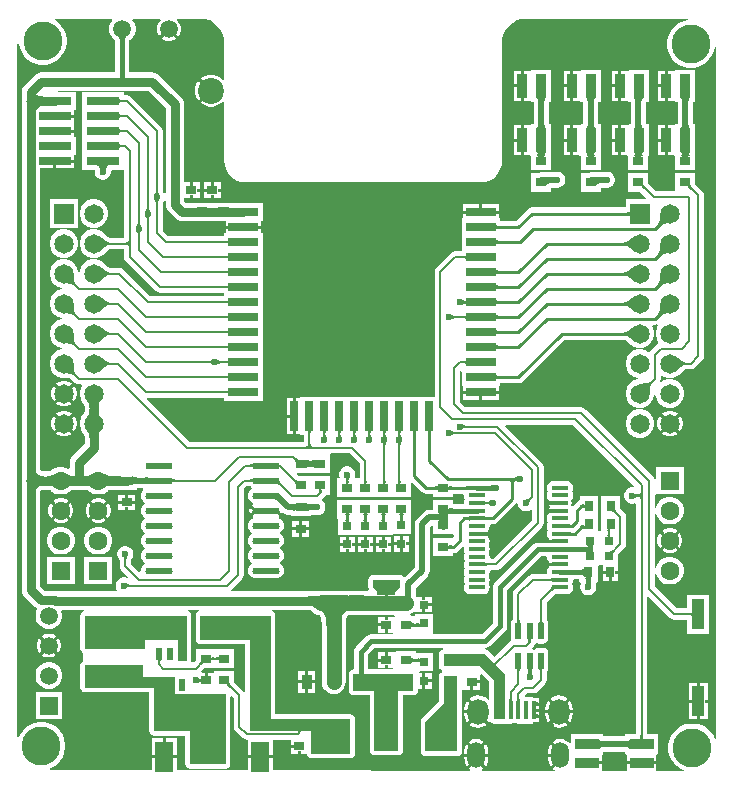
<source format=gtl>
G04*
G04 #@! TF.GenerationSoftware,Altium Limited,Altium Designer,24.4.1 (13)*
G04*
G04 Layer_Physical_Order=1*
G04 Layer_Color=1118658*
%FSTAX24Y24*%
%MOIN*%
G70*
G04*
G04 #@! TF.SameCoordinates,973A198C-3906-4392-A1E8-A13353080A71*
G04*
G04*
G04 #@! TF.FilePolarity,Positive*
G04*
G01*
G75*
%ADD13C,0.0100*%
%ADD23R,0.0374X0.0315*%
%ADD24R,0.0315X0.0315*%
%ADD25R,0.0315X0.0315*%
%ADD26R,0.0315X0.0374*%
%ADD27O,0.0571X0.0157*%
%ADD28R,0.0354X0.0787*%
%ADD29R,0.0315X0.0984*%
%ADD30R,0.0984X0.0315*%
%ADD31R,0.0157X0.0591*%
%ADD32R,0.0787X0.0354*%
G04:AMPARAMS|DCode=33|XSize=90.5mil|YSize=22.3mil|CornerRadius=11.2mil|HoleSize=0mil|Usage=FLASHONLY|Rotation=0.000|XOffset=0mil|YOffset=0mil|HoleType=Round|Shape=RoundedRectangle|*
%AMROUNDEDRECTD33*
21,1,0.0905,0.0000,0,0,0.0*
21,1,0.0681,0.0223,0,0,0.0*
1,1,0.0223,0.0341,0.0000*
1,1,0.0223,-0.0341,0.0000*
1,1,0.0223,-0.0341,0.0000*
1,1,0.0223,0.0341,0.0000*
%
%ADD33ROUNDEDRECTD33*%
%ADD34R,0.0905X0.0223*%
%ADD35R,0.1043X0.0689*%
%ADD36R,0.1850X0.0591*%
%ADD37R,0.0236X0.0394*%
%ADD38R,0.0630X0.1024*%
G04:AMPARAMS|DCode=39|XSize=51.4mil|YSize=126.9mil|CornerRadius=18mil|HoleSize=0mil|Usage=FLASHONLY|Rotation=90.000|XOffset=0mil|YOffset=0mil|HoleType=Round|Shape=RoundedRectangle|*
%AMROUNDEDRECTD39*
21,1,0.0514,0.0909,0,0,90.0*
21,1,0.0154,0.1269,0,0,90.0*
1,1,0.0359,0.0455,0.0077*
1,1,0.0359,0.0455,-0.0077*
1,1,0.0359,-0.0455,-0.0077*
1,1,0.0359,-0.0455,0.0077*
%
%ADD39ROUNDEDRECTD39*%
G04:AMPARAMS|DCode=40|XSize=51.4mil|YSize=35.9mil|CornerRadius=18mil|HoleSize=0mil|Usage=FLASHONLY|Rotation=90.000|XOffset=0mil|YOffset=0mil|HoleType=Round|Shape=RoundedRectangle|*
%AMROUNDEDRECTD40*
21,1,0.0514,0.0000,0,0,90.0*
21,1,0.0154,0.0359,0,0,90.0*
1,1,0.0359,0.0000,0.0077*
1,1,0.0359,0.0000,-0.0077*
1,1,0.0359,0.0000,-0.0077*
1,1,0.0359,0.0000,0.0077*
%
%ADD40ROUNDEDRECTD40*%
%ADD41R,0.0359X0.0514*%
%ADD42R,0.0433X0.1000*%
%ADD43R,0.1098X0.0291*%
%ADD44C,0.0591*%
G04:AMPARAMS|DCode=45|XSize=55.1mil|YSize=19.7mil|CornerRadius=2.5mil|HoleSize=0mil|Usage=FLASHONLY|Rotation=90.000|XOffset=0mil|YOffset=0mil|HoleType=Round|Shape=RoundedRectangle|*
%AMROUNDEDRECTD45*
21,1,0.0551,0.0148,0,0,90.0*
21,1,0.0502,0.0197,0,0,90.0*
1,1,0.0049,0.0074,0.0251*
1,1,0.0049,0.0074,-0.0251*
1,1,0.0049,-0.0074,-0.0251*
1,1,0.0049,-0.0074,0.0251*
%
%ADD45ROUNDEDRECTD45*%
%ADD71C,0.0200*%
%ADD72C,0.0080*%
%ADD73C,0.0150*%
%ADD74C,0.0300*%
%ADD75C,0.0500*%
%ADD76C,0.0866*%
%ADD77R,0.0591X0.0591*%
%ADD78C,0.0630*%
%ADD79R,0.0630X0.0630*%
%ADD80C,0.0650*%
%ADD81R,0.0650X0.0650*%
%ADD82C,0.1299*%
%ADD83O,0.0591X0.0866*%
%ADD84O,0.0709X0.0866*%
%ADD85C,0.0709*%
%ADD86C,0.0236*%
G36*
X003836Y024636D02*
X003823Y024624D01*
X003812Y024611D01*
X003802Y024595D01*
X003794Y024578D01*
X003787Y024559D01*
X003782Y024538D01*
X003778Y024516D01*
X003776Y024491D01*
X003775Y024464D01*
X003625D01*
X003624Y024491D01*
X003622Y024516D01*
X003618Y024538D01*
X003613Y024559D01*
X003606Y024578D01*
X003598Y024595D01*
X003588Y024611D01*
X003577Y024624D01*
X003564Y024636D01*
X00355Y024646D01*
X00385D01*
X003836Y024636D01*
D02*
G37*
G36*
X00337Y0252D02*
X003344Y025173D01*
X003285Y025072D01*
X003255Y024959D01*
Y024841D01*
X003285Y024728D01*
X003344Y024627D01*
X003427Y024544D01*
X003457Y024526D01*
X003463Y02452D01*
X003465Y024518D01*
X003466Y024515D01*
X003468Y024507D01*
X00347Y024496D01*
X003471Y024492D01*
Y023493D01*
X003469Y023453D01*
X001D01*
X001Y023453D01*
X000922Y023442D01*
X000849Y023412D01*
X000786Y023364D01*
X000436Y023014D01*
X000388Y022951D01*
X000358Y022878D01*
X000347Y0228D01*
Y022502D01*
X000347Y0225D01*
X000347Y022498D01*
Y00985D01*
Y0062D01*
X000358Y006122D01*
X000388Y006049D01*
X000436Y005986D01*
X000781Y005641D01*
X000781Y005641D01*
X000843Y005593D01*
X000856Y005557D01*
X000835Y005522D01*
X000805Y005409D01*
Y005291D01*
X000835Y005178D01*
X000894Y005077D01*
X000977Y004994D01*
X001078Y004935D01*
X001191Y004905D01*
X001309D01*
X001422Y004935D01*
X001523Y004994D01*
X001606Y005077D01*
X001665Y005178D01*
X001695Y005291D01*
Y005409D01*
X001671Y005497D01*
X001704Y005547D01*
X002417D01*
X002422Y005497D01*
X002391Y005491D01*
X002342Y005458D01*
X002309Y005409D01*
X002297Y00535D01*
Y00425D01*
X002309Y004191D01*
X002342Y004142D01*
X002391Y004109D01*
X0024Y004107D01*
Y003843D01*
X002391Y003841D01*
X002342Y003808D01*
X002309Y003759D01*
X002297Y0037D01*
Y00295D01*
X002309Y002891D01*
X002342Y002842D01*
X002391Y002809D01*
X00245Y002797D01*
X004597D01*
Y0015D01*
X004609Y001441D01*
X004635Y001402D01*
Y001397D01*
X004639D01*
X004642Y001392D01*
X004691Y001359D01*
X00475Y001347D01*
X005797D01*
Y0004D01*
X005809Y000341D01*
X005842Y000292D01*
X005891Y000259D01*
X00595Y000247D01*
X00715D01*
X007209Y000259D01*
X007258Y000292D01*
X007291Y000341D01*
X007303Y0004D01*
Y002644D01*
X007349Y002663D01*
X007406Y002606D01*
Y00165D01*
X007421Y001576D01*
X007463Y001513D01*
X007713Y001263D01*
X007776Y001221D01*
X00785Y001206D01*
X007885D01*
Y000691D01*
X007996D01*
Y000591D01*
X007885D01*
Y000224D01*
X00785Y000189D01*
X005515Y000195D01*
Y000591D01*
X005404D01*
Y000691D01*
X005515D01*
Y001253D01*
X00515D01*
Y001142D01*
X00505D01*
Y001253D01*
X004685D01*
Y000691D01*
X004796D01*
Y000591D01*
X004685D01*
Y000232D01*
X00465Y000197D01*
X0013Y000205D01*
X00129Y000255D01*
X001379Y000291D01*
X00151Y000379D01*
X001621Y00049D01*
X001709Y000621D01*
X001769Y000767D01*
X0018Y000921D01*
Y001079D01*
X001769Y001233D01*
X001709Y001379D01*
X001621Y00151D01*
X00151Y001621D01*
X001379Y001709D01*
X001233Y001769D01*
X001079Y0018D01*
X000921D01*
X000767Y001769D01*
X000621Y001709D01*
X00049Y001621D01*
X000379Y00151D01*
X000291Y001379D01*
X000254Y001288D01*
X000204Y001298D01*
X000204Y024399D01*
X000254Y024404D01*
X000281Y024267D01*
X000341Y024121D01*
X000429Y02399D01*
X00054Y023879D01*
X000671Y023791D01*
X000817Y023731D01*
X000971Y0237D01*
X001129D01*
X001283Y023731D01*
X001429Y023791D01*
X00156Y023879D01*
X001671Y02399D01*
X001759Y024121D01*
X001819Y024267D01*
X00185Y024421D01*
Y024579D01*
X001819Y024733D01*
X001759Y024879D01*
X001671Y02501D01*
X00156Y025121D01*
X001447Y025196D01*
X001463Y025246D01*
X003351D01*
X00337Y0252D01*
D02*
G37*
G36*
X003775Y023524D02*
X00379Y023298D01*
X003795Y023279D01*
X0038Y023265D01*
X003806Y023256D01*
X003594D01*
X0036Y023265D01*
X003605Y023279D01*
X00361Y023298D01*
X003614Y023323D01*
X00362Y023388D01*
X003625Y023524D01*
X003625Y02358D01*
X003775D01*
X003775Y023524D01*
D02*
G37*
G36*
X01715Y025246D02*
X022549D01*
X022554Y025196D01*
X022417Y025169D01*
X022271Y025109D01*
X02214Y025021D01*
X022029Y02491D01*
X021941Y024779D01*
X021881Y024633D01*
X02185Y024479D01*
Y024321D01*
X021881Y024167D01*
X021941Y024021D01*
X022029Y02389D01*
X02214Y023779D01*
X022271Y023691D01*
X022417Y023631D01*
X022571Y0236D01*
X022729D01*
X022883Y023631D01*
X023029Y023691D01*
X02316Y023779D01*
X023271Y02389D01*
X023359Y024021D01*
X023419Y024167D01*
X023446Y024304D01*
X023496Y024299D01*
X023496Y001248D01*
X023446Y001238D01*
X023409Y001329D01*
X023321Y00146D01*
X02321Y001571D01*
X023079Y001659D01*
X022933Y001719D01*
X022779Y00175D01*
X022621D01*
X022467Y001719D01*
X022321Y001659D01*
X02219Y001571D01*
X022079Y00146D01*
X021991Y001329D01*
X021931Y001183D01*
X0219Y001029D01*
Y000871D01*
X021931Y000717D01*
X021991Y000571D01*
X022079Y00044D01*
X02219Y000329D01*
X022321Y000241D01*
X02241Y000204D01*
X0224Y000155D01*
X021499Y000157D01*
X021499Y000158D01*
X021499D01*
Y000385D01*
X021388D01*
Y000485D01*
X021499D01*
Y000712D01*
X021539Y000738D01*
X021549D01*
Y001392D01*
X021199D01*
Y005961D01*
X021245Y005981D01*
X021963Y005263D01*
X022026Y005221D01*
X0221Y005206D01*
X022533D01*
Y00475D01*
X023267D01*
Y00605D01*
X022533D01*
Y005594D01*
X02218D01*
X021444Y00633D01*
Y00675D01*
X021494Y006756D01*
X021517Y006671D01*
X021578Y006565D01*
X021665Y006478D01*
X021771Y006417D01*
X021889Y006385D01*
X022011D01*
X022129Y006417D01*
X022235Y006478D01*
X022322Y006565D01*
X022383Y006671D01*
X022415Y006789D01*
Y006911D01*
X022383Y007029D01*
X022322Y007135D01*
X022235Y007222D01*
X022129Y007283D01*
X022011Y007315D01*
X021889D01*
X021771Y007283D01*
X021665Y007222D01*
X021578Y007135D01*
X021517Y007029D01*
X021494Y006944D01*
X021444Y00695D01*
Y00875D01*
X021494Y008756D01*
X021517Y008671D01*
X021578Y008565D01*
X021665Y008478D01*
X021771Y008417D01*
X021889Y008385D01*
X022011D01*
X022129Y008417D01*
X022235Y008478D01*
X022322Y008565D01*
X022383Y008671D01*
X022415Y008789D01*
Y008911D01*
X022383Y009029D01*
X022322Y009135D01*
X022235Y009222D01*
X022129Y009283D01*
X022011Y009315D01*
X021889D01*
X021771Y009283D01*
X021665Y009222D01*
X021578Y009135D01*
X021517Y009029D01*
X021494Y008944D01*
X021444Y00895D01*
Y009364D01*
X021485Y009385D01*
X021494Y009385D01*
X022415D01*
Y010315D01*
X021485D01*
Y009899D01*
X021435Y009894D01*
X021429Y009924D01*
X021387Y009987D01*
X019137Y012237D01*
X019074Y012279D01*
X019Y012294D01*
X01513D01*
X014944Y01248D01*
Y013491D01*
X014958Y013501D01*
X015008Y013476D01*
Y012993D01*
X015058D01*
Y01285D01*
X015169D01*
Y01275D01*
X015058D01*
Y012543D01*
X0156D01*
Y012653D01*
X0157D01*
Y012543D01*
X016242D01*
Y01275D01*
X016131D01*
Y01285D01*
X016242D01*
Y012993D01*
X016292D01*
Y013096D01*
X0169D01*
X016978Y013112D01*
X017044Y013156D01*
X018434Y014546D01*
X020436D01*
X020439Y014546D01*
X020448Y014542D01*
X020462Y014536D01*
X020479Y014526D01*
X0205Y014512D01*
X020523Y014495D01*
X02058Y014444D01*
X020611Y014414D01*
X020623Y014406D01*
X020658Y01437D01*
X020767Y014308D01*
X020887Y014275D01*
X021013D01*
X021133Y014308D01*
X021242Y01437D01*
X02133Y014458D01*
X021392Y014567D01*
X021425Y014687D01*
Y014813D01*
X021392Y014933D01*
X021356Y014996D01*
X021385Y015046D01*
X02145D01*
X021523Y015061D01*
X021537Y01505D01*
X021559Y015022D01*
X021508Y014933D01*
X021475Y014813D01*
Y014687D01*
X021508Y014567D01*
X021561Y014474D01*
X021568Y014453D01*
X021548Y01441D01*
X021513Y014387D01*
X021313Y014187D01*
X02129Y014152D01*
X021247Y014132D01*
X021226Y014139D01*
X021133Y014192D01*
X021013Y014225D01*
X020887D01*
X020767Y014192D01*
X020658Y01413D01*
X02057Y014042D01*
X020508Y013933D01*
X020475Y013813D01*
Y013687D01*
X020508Y013567D01*
X02057Y013458D01*
X020658Y01337D01*
X020767Y013308D01*
X020872Y013279D01*
X020889Y01324D01*
X02089Y013225D01*
X02089Y013225D01*
X020887D01*
X020767Y013192D01*
X020658Y01313D01*
X02057Y013042D01*
X020508Y012933D01*
X020475Y012813D01*
Y012687D01*
X020508Y012567D01*
X02057Y012458D01*
X020658Y01237D01*
X020767Y012308D01*
X020887Y012275D01*
X021013D01*
X021133Y012308D01*
X021242Y01237D01*
X02133Y012458D01*
X021392Y012567D01*
X021425Y012687D01*
Y01269D01*
X021425Y01269D01*
X02144Y012689D01*
X021479Y012672D01*
X021508Y012567D01*
X02157Y012458D01*
X021658Y01237D01*
X021767Y012308D01*
X021887Y012275D01*
X022013D01*
X022133Y012308D01*
X022242Y01237D01*
X02233Y012458D01*
X022392Y012567D01*
X022425Y012687D01*
Y012813D01*
X022392Y012933D01*
X02233Y013042D01*
X022242Y01313D01*
X022133Y013192D01*
X022013Y013225D01*
X021887D01*
X021767Y013192D01*
X021658Y01313D01*
X021658Y01313D01*
X02162Y013162D01*
X021629Y013176D01*
X021644Y01325D01*
Y013321D01*
X021694Y01335D01*
X021767Y013308D01*
X021887Y013275D01*
X022013D01*
X022133Y013308D01*
X022242Y01337D01*
X022277Y013406D01*
X02229Y013414D01*
X022323Y013447D01*
X022383Y013501D01*
X022407Y01352D01*
X022429Y013535D01*
X022447Y013546D01*
X022461Y013553D01*
X022469Y013556D01*
X02265D01*
X022724Y013571D01*
X022787Y013613D01*
X023037Y013863D01*
X023079Y013926D01*
X023094Y014D01*
Y019351D01*
X023079Y019425D01*
X023037Y019488D01*
X022802Y019723D01*
Y020093D01*
X022128D01*
Y019494D01*
X021496D01*
X021238Y019752D01*
X021237Y019752D01*
Y020093D01*
X020563D01*
Y019478D01*
X020963D01*
X02117Y019271D01*
X021151Y019225D01*
X020475D01*
Y018954D01*
X01735D01*
X017272Y018938D01*
X017206Y018894D01*
X016816Y018504D01*
X016292D01*
Y018607D01*
X016242D01*
Y01875D01*
X016131D01*
Y01885D01*
X016242D01*
Y019057D01*
X0157D01*
Y018947D01*
X0156D01*
Y019057D01*
X015058D01*
Y01885D01*
X015169D01*
Y01875D01*
X015058D01*
Y018607D01*
X015008D01*
Y017993D01*
Y017494D01*
X0148D01*
X014726Y017479D01*
X014663Y017437D01*
X014163Y016937D01*
X014121Y016874D01*
X014106Y0168D01*
Y012642D01*
X00963D01*
Y012592D01*
X009488D01*
Y012481D01*
X009388D01*
Y012592D01*
X00918D01*
Y01205D01*
X009291D01*
Y01195D01*
X00918D01*
Y011408D01*
X009388D01*
Y011519D01*
X009488D01*
Y011408D01*
X00963D01*
Y011358D01*
X009744D01*
Y011144D01*
X00593D01*
X004518Y012556D01*
X004538Y012606D01*
X007094D01*
Y012493D01*
X008379D01*
Y012993D01*
Y013493D01*
Y013993D01*
Y014493D01*
Y014993D01*
Y015493D01*
Y015993D01*
Y016493D01*
Y016993D01*
Y017493D01*
Y018107D01*
X008329D01*
Y01825D01*
X008218D01*
Y01835D01*
X008329D01*
Y018493D01*
X008379D01*
Y019107D01*
X007254D01*
X007246Y019109D01*
X007244Y019109D01*
X007242Y019109D01*
X007161Y019107D01*
X007094D01*
Y019106D01*
X00704Y019105D01*
X007037Y019107D01*
Y019107D01*
X006895D01*
X006886Y019109D01*
X006885Y019109D01*
X006884Y019109D01*
X006876Y019107D01*
X006523D01*
X006514Y019109D01*
X006513Y019109D01*
X006511Y019109D01*
X006429Y019107D01*
X006363D01*
Y019107D01*
X006337Y019107D01*
X006337Y019107D01*
X006195D01*
X006186Y019109D01*
X006185Y019109D01*
X006184Y019109D01*
X006176Y019107D01*
X006012D01*
X005993Y01911D01*
X005818D01*
X005753Y019175D01*
Y019271D01*
X00595D01*
Y019382D01*
X00605D01*
Y019271D01*
X006287D01*
Y019478D01*
X006176D01*
Y019578D01*
X006287D01*
Y019786D01*
X00605D01*
Y019675D01*
X00595D01*
Y019786D01*
X005753D01*
Y0224D01*
X005742Y022478D01*
X005712Y022551D01*
X005664Y022614D01*
X004914Y023364D01*
X004851Y023412D01*
X004778Y023442D01*
X0047Y023453D01*
X003933D01*
X003929Y023512D01*
Y024492D01*
X00393Y024496D01*
X003932Y024507D01*
X003934Y024515D01*
X003935Y024518D01*
X003937Y02452D01*
X003943Y024526D01*
X003973Y024544D01*
X004056Y024627D01*
X004115Y024728D01*
X004145Y024841D01*
Y024959D01*
X004115Y025072D01*
X004056Y025173D01*
X00403Y0252D01*
X004049Y025246D01*
X004966D01*
X004987Y025196D01*
X004934Y025143D01*
X004882Y025053D01*
X004855Y024952D01*
Y024848D01*
X004882Y024747D01*
X004934Y024657D01*
X004935Y024656D01*
X005016Y024737D01*
X005087Y024666D01*
X005006Y024585D01*
X005007Y024584D01*
X005097Y024532D01*
X005198Y024505D01*
X005302D01*
X005403Y024532D01*
X005493Y024584D01*
X005494Y024585D01*
X005413Y024666D01*
X005484Y024737D01*
X005565Y024656D01*
X005566Y024657D01*
X005618Y024747D01*
X005645Y024848D01*
Y024952D01*
X005618Y025053D01*
X005566Y025143D01*
X005513Y025196D01*
X005534Y025246D01*
X0063D01*
X006309Y025248D01*
X006456Y025234D01*
X006606Y025188D01*
X006744Y025114D01*
X006865Y025015D01*
X006964Y024894D01*
X007038Y024756D01*
X007084Y024606D01*
X007098Y024459D01*
X007096Y02445D01*
Y023229D01*
X007046Y023208D01*
X006977Y023277D01*
X006856Y023347D01*
X00672Y023383D01*
X00658D01*
X006444Y023347D01*
X006323Y023277D01*
X006308Y023263D01*
X006389Y023182D01*
X006318Y023112D01*
X006238Y023192D01*
X006223Y023178D01*
X006153Y023056D01*
X006117Y022921D01*
Y02278D01*
X006153Y022645D01*
X006223Y022523D01*
X006238Y022509D01*
X006318Y022589D01*
X006389Y022518D01*
X006308Y022438D01*
X006323Y022424D01*
X006444Y022354D01*
X00658Y022317D01*
X00672D01*
X006856Y022354D01*
X006977Y022424D01*
X007046Y022493D01*
X007096Y022472D01*
Y0205D01*
X007097Y020495D01*
X00711Y020363D01*
X00715Y020231D01*
X007215Y020109D01*
X007303Y020003D01*
X007409Y019915D01*
X007531Y01985D01*
X007663Y01981D01*
X007795Y019797D01*
X0078Y019796D01*
X01565D01*
X015655Y019797D01*
X015787Y01981D01*
X015919Y01985D01*
X016041Y019915D01*
X016147Y020003D01*
X016235Y020109D01*
X0163Y020231D01*
X01634Y020363D01*
X016353Y020495D01*
X016354Y0205D01*
Y021D01*
Y02445D01*
X016352Y024459D01*
X016366Y024606D01*
X016412Y024756D01*
X016486Y024894D01*
X016585Y025015D01*
X016706Y025114D01*
X016844Y025188D01*
X016994Y025234D01*
X017141Y025248D01*
X01715Y025246D01*
D02*
G37*
G36*
X003598Y022572D02*
X0036Y022566D01*
X003604Y02256D01*
X00361Y022554D01*
X003617Y02255D01*
X003626Y022546D01*
X003637Y022544D01*
X003649Y022542D01*
X003663Y02254D01*
X003678Y02254D01*
Y02246D01*
X003663Y02246D01*
X003649Y022458D01*
X003637Y022456D01*
X003626Y022454D01*
X003617Y02245D01*
X00361Y022446D01*
X003604Y02244D01*
X0036Y022434D01*
X003598Y022428D01*
X003597Y02242D01*
Y02258D01*
X003598Y022572D01*
D02*
G37*
G36*
X000803Y022771D02*
X000812Y022746D01*
X000827Y022724D01*
X000848Y022704D01*
X000875Y022687D01*
X000908Y022674D01*
X000947Y022664D01*
X000992Y022656D01*
X001043Y022652D01*
X0011Y02265D01*
Y02235D01*
X001043Y022347D01*
X000992Y022338D01*
X000947Y022323D01*
X000908Y022302D01*
X000875Y022275D01*
X000848Y022242D01*
X000827Y022203D01*
X000812Y022158D01*
X000803Y022107D01*
X0008Y02205D01*
X0005Y0225D01*
X0008Y0228D01*
X000803Y022771D01*
D02*
G37*
G36*
X003598Y022072D02*
X0036Y022066D01*
X003604Y02206D01*
X00361Y022054D01*
X003617Y02205D01*
X003626Y022046D01*
X003637Y022044D01*
X003649Y022042D01*
X003663Y02204D01*
X003678Y02204D01*
Y02196D01*
X003663Y02196D01*
X003649Y021958D01*
X003637Y021956D01*
X003626Y021954D01*
X003617Y02195D01*
X00361Y021946D01*
X003604Y02194D01*
X0036Y021934D01*
X003598Y021928D01*
X003597Y02192D01*
Y02208D01*
X003598Y022072D01*
D02*
G37*
G36*
Y021572D02*
X0036Y021566D01*
X003604Y02156D01*
X00361Y021554D01*
X003617Y02155D01*
X003626Y021546D01*
X003637Y021544D01*
X003649Y021542D01*
X003663Y02154D01*
X003678Y02154D01*
Y02146D01*
X003663Y02146D01*
X003649Y021458D01*
X003637Y021456D01*
X003626Y021454D01*
X003617Y02145D01*
X00361Y021446D01*
X003604Y02144D01*
X0036Y021434D01*
X003598Y021428D01*
X003597Y02142D01*
Y02158D01*
X003598Y021572D01*
D02*
G37*
G36*
Y021072D02*
X0036Y021066D01*
X003604Y02106D01*
X00361Y021054D01*
X003617Y02105D01*
X003626Y021046D01*
X003637Y021044D01*
X003649Y021042D01*
X003663Y02104D01*
X003678Y02104D01*
Y02096D01*
X003663Y02096D01*
X003649Y020958D01*
X003637Y020956D01*
X003626Y020954D01*
X003617Y02095D01*
X00361Y020946D01*
X003604Y02094D01*
X0036Y020934D01*
X003598Y020928D01*
X003597Y02092D01*
Y02108D01*
X003598Y021072D01*
D02*
G37*
G36*
X003231Y020355D02*
X003214Y020349D01*
X003199Y020339D01*
X003186Y020325D01*
X003175Y020306D01*
X003166Y020284D01*
X003159Y020258D01*
X003154Y020228D01*
X003151Y020194D01*
X00315Y020156D01*
X00295D01*
X002949Y020194D01*
X002946Y020228D01*
X002941Y020258D01*
X002934Y020284D01*
X002925Y020306D01*
X002914Y020325D01*
X002901Y020339D01*
X002886Y020349D01*
X002869Y020355D01*
X00285Y020357D01*
X00325D01*
X003231Y020355D01*
D02*
G37*
G36*
X02108Y019737D02*
X021078Y019729D01*
X021078Y019721D01*
X021081Y019711D01*
X021085Y019701D01*
X021092Y019689D01*
X021101Y019676D01*
X021113Y019661D01*
X021142Y01963D01*
X021086Y019573D01*
X021069Y019589D01*
X02104Y019614D01*
X021027Y019623D01*
X021015Y01963D01*
X021004Y019635D01*
X020994Y019637D01*
X020986Y019637D01*
X020979Y019635D01*
X020973Y019631D01*
X021085Y019743D01*
X02108Y019737D01*
D02*
G37*
G36*
X022644Y019708D02*
X022641Y019702D01*
X02264Y019694D01*
X022642Y019685D01*
X022647Y019675D01*
X022654Y019663D01*
X022663Y019649D01*
X022675Y019634D01*
X022707Y0196D01*
X02265Y019545D01*
X022629Y019565D01*
X022576Y01961D01*
X022561Y019619D01*
X022548Y019627D01*
X022536Y019632D01*
X022525Y019634D01*
X022516Y019634D01*
X022508Y019631D01*
X02265Y019713D01*
X022644Y019708D01*
D02*
G37*
G36*
X005147Y022275D02*
Y019433D01*
X005141Y01943D01*
X005075Y019447D01*
X005065Y019465D01*
X00505Y019479D01*
X005044Y019489D01*
Y0215D01*
X005029Y021574D01*
X004987Y021637D01*
X003987Y022637D01*
X003924Y022679D01*
X00385Y022694D01*
X003749D01*
Y022796D01*
X002351D01*
Y022204D01*
Y021704D01*
Y021204D01*
Y020704D01*
Y020204D01*
X002767D01*
X002782Y020185D01*
Y020115D01*
X0028Y020047D01*
X002835Y019985D01*
X002885Y019935D01*
X002947Y0199D01*
X003015Y019882D01*
X003085D01*
X003153Y0199D01*
X003215Y019935D01*
X003265Y019985D01*
X0033Y020047D01*
X003318Y020115D01*
Y02016D01*
X00336Y020204D01*
X003749D01*
X003756Y020157D01*
Y017944D01*
X003269D01*
X003261Y017947D01*
X003247Y017954D01*
X003229Y017965D01*
X00321Y017978D01*
X003122Y018054D01*
X00309Y018086D01*
X003077Y018094D01*
X003042Y01813D01*
X002933Y018192D01*
X002813Y018225D01*
X002687D01*
X002567Y018192D01*
X002458Y01813D01*
X00237Y018042D01*
X002308Y017933D01*
X002275Y017813D01*
Y017687D01*
X002308Y017567D01*
X00237Y017458D01*
X002458Y01737D01*
X002567Y017308D01*
X002687Y017275D01*
X002813D01*
X002933Y017308D01*
X003042Y01737D01*
X003077Y017406D01*
X00309Y017414D01*
X003123Y017447D01*
X003183Y017501D01*
X003207Y01752D01*
X003229Y017535D01*
X003247Y017546D01*
X003261Y017553D01*
X003269Y017556D01*
X003756D01*
Y0173D01*
X003771Y017226D01*
X003813Y017163D01*
X004813Y016163D01*
X004876Y016121D01*
X00495Y016106D01*
X007094D01*
Y015994D01*
X00463D01*
X003737Y016887D01*
X003674Y016929D01*
X0036Y016944D01*
X003269D01*
X003261Y016947D01*
X003247Y016954D01*
X003229Y016965D01*
X00321Y016978D01*
X003122Y017054D01*
X00309Y017086D01*
X003077Y017094D01*
X003042Y01713D01*
X002933Y017192D01*
X002813Y017225D01*
X002687D01*
X002567Y017192D01*
X002458Y01713D01*
X00237Y017042D01*
X002308Y016933D01*
X002279Y016828D01*
X00224Y016811D01*
X002225Y01681D01*
X002225Y01681D01*
Y016813D01*
X002192Y016933D01*
X00213Y017042D01*
X002042Y01713D01*
X001933Y017192D01*
X001813Y017225D01*
X001687D01*
X001567Y017192D01*
X001458Y01713D01*
X00137Y017042D01*
X001308Y016933D01*
X001275Y016813D01*
Y016687D01*
X001308Y016567D01*
X00137Y016458D01*
X001458Y01637D01*
X001567Y016308D01*
X001687Y016275D01*
X00169D01*
X00169Y016275D01*
X001689Y01626D01*
X001672Y016221D01*
X001567Y016192D01*
X001458Y01613D01*
X00137Y016042D01*
X001308Y015933D01*
X001275Y015813D01*
Y015687D01*
X001308Y015567D01*
X00137Y015458D01*
X001458Y01537D01*
X001567Y015308D01*
X001687Y015275D01*
X00169D01*
X00169Y015275D01*
X001689Y01526D01*
X001672Y015221D01*
X001567Y015192D01*
X001458Y01513D01*
X00137Y015042D01*
X001308Y014933D01*
X001275Y014813D01*
Y014687D01*
X001308Y014567D01*
X00137Y014458D01*
X001458Y01437D01*
X001567Y014308D01*
X001687Y014275D01*
X00169D01*
X00169Y014275D01*
X001689Y01426D01*
X001672Y014221D01*
X001567Y014192D01*
X001458Y01413D01*
X00137Y014042D01*
X001308Y013933D01*
X001275Y013813D01*
Y013687D01*
X001308Y013567D01*
X00137Y013458D01*
X001458Y01337D01*
X001567Y013308D01*
X001687Y013275D01*
X001738D01*
X001753Y013272D01*
X001799Y013272D01*
X00188Y013268D01*
X00191Y013264D01*
X001937Y013259D01*
X001957Y013254D01*
X001972Y01325D01*
X00198Y013246D01*
X002113Y013113D01*
X002176Y013071D01*
X00225Y013056D01*
X002321D01*
X00235Y013006D01*
X002308Y012933D01*
X002275Y012813D01*
Y012687D01*
X002308Y012567D01*
X00237Y012458D01*
X002404Y012425D01*
X00241Y012415D01*
X002418Y012405D01*
X002422Y0124D01*
X002426Y012394D01*
X00243Y012384D01*
X002434Y012372D01*
X002438Y012357D01*
X002442Y012341D01*
X002446Y012292D01*
X002447Y012264D01*
X002447Y012262D01*
Y012238D01*
X002447Y012236D01*
X002446Y012206D01*
X002445Y012182D01*
X002442Y012161D01*
X002438Y012143D01*
X002434Y012128D01*
X00243Y012116D01*
X002426Y012106D01*
X002422Y0121D01*
X002418Y012095D01*
X00241Y012085D01*
X002404Y012075D01*
X00237Y012042D01*
X002308Y011933D01*
X002275Y011813D01*
Y011687D01*
X002308Y011567D01*
X00237Y011458D01*
X002404Y011425D01*
X00241Y011415D01*
X002418Y011405D01*
X002422Y0114D01*
X002426Y011394D01*
X00243Y011384D01*
X002434Y011372D01*
X002438Y011357D01*
X002442Y011341D01*
X002446Y011292D01*
X002447Y011264D01*
X002447Y011262D01*
Y011075D01*
X002036Y010664D01*
X001988Y010601D01*
X001958Y010528D01*
X001947Y01045D01*
Y010273D01*
X001897Y010244D01*
X001829Y010283D01*
X001711Y010315D01*
X001589D01*
X001471Y010283D01*
X001365Y010222D01*
X001332Y01019D01*
X001323Y010184D01*
X001314Y010177D01*
X001312Y010175D01*
X001306Y010172D01*
X001298Y010168D01*
X001287Y010164D01*
X001273Y010161D01*
X001257Y010158D01*
X001209Y010153D01*
X001181Y010153D01*
X001179Y010153D01*
X001109D01*
X001108Y010153D01*
X00106Y010155D01*
X00103Y010161D01*
X001008Y010168D01*
X000993Y010176D01*
X000984Y010184D01*
X000976Y010193D01*
X000968Y010208D01*
X000961Y01023D01*
X000955Y01026D01*
X000953Y010308D01*
X000953Y010309D01*
Y020254D01*
X001398D01*
Y020365D01*
X001498D01*
Y020254D01*
X002097D01*
Y02045D01*
X001986D01*
Y02055D01*
X002097D01*
Y020704D01*
X002147D01*
Y021296D01*
X002097D01*
Y02145D01*
X001986D01*
Y02155D01*
X002097D01*
Y021746D01*
X002097D01*
Y021754D01*
X002097D01*
Y02195D01*
X001986D01*
Y02205D01*
X002097D01*
Y022204D01*
X002147D01*
Y022796D01*
X001537D01*
X001535Y022797D01*
X001555Y022847D01*
X004575D01*
X005147Y022275D01*
D02*
G37*
G36*
X00489Y019471D02*
X004892Y01946D01*
X004894Y01945D01*
X004897Y01944D01*
X004901Y01943D01*
X004905Y01942D01*
X004911Y019411D01*
X004917Y019402D01*
X004925Y019393D01*
X004933Y019384D01*
X004767D01*
X004775Y019393D01*
X004783Y019402D01*
X004789Y019411D01*
X004795Y01942D01*
X004799Y01943D01*
X004803Y01944D01*
X004806Y01945D01*
X004808Y01946D01*
X00481Y019471D01*
X00481Y019482D01*
X00489D01*
X00489Y019471D01*
D02*
G37*
G36*
X004925Y019207D02*
X004917Y019198D01*
X004911Y019189D01*
X004905Y01918D01*
X004901Y01917D01*
X004897Y01916D01*
X004894Y01915D01*
X004892Y01914D01*
X00489Y019129D01*
X00489Y019118D01*
X00481D01*
X00481Y019129D01*
X004808Y01914D01*
X004806Y01915D01*
X004803Y01916D01*
X004799Y01917D01*
X004795Y01918D01*
X004789Y019189D01*
X004783Y019198D01*
X004775Y019207D01*
X004767Y019216D01*
X004933D01*
X004925Y019207D01*
D02*
G37*
G36*
X006514Y018644D02*
X006511Y018645D01*
X006502Y018646D01*
X006487Y018647D01*
X006391Y018648D01*
X006186Y018644D01*
Y018956D01*
X006189Y018955D01*
X006198Y018954D01*
X006213Y018953D01*
X006309Y018952D01*
X006514Y018956D01*
Y018644D01*
D02*
G37*
G36*
X007246D02*
X007243Y018645D01*
X007234Y018646D01*
X007219Y018647D01*
X007102Y018648D01*
X006886Y018644D01*
Y018956D01*
X006889Y018955D01*
X006898Y018954D01*
X006913Y018953D01*
X00703Y018952D01*
X007246Y018956D01*
Y018644D01*
D02*
G37*
G36*
X00459Y018921D02*
X004592Y01891D01*
X004594Y0189D01*
X004597Y01889D01*
X004601Y01888D01*
X004605Y01887D01*
X004611Y018861D01*
X004617Y018852D01*
X004625Y018843D01*
X004633Y018834D01*
X004467D01*
X004475Y018843D01*
X004483Y018852D01*
X004489Y018861D01*
X004495Y01887D01*
X004499Y01888D01*
X004503Y01889D01*
X004506Y0189D01*
X004508Y01891D01*
X00451Y018921D01*
X00451Y018932D01*
X00459D01*
X00459Y018921D01*
D02*
G37*
G36*
X020628Y01865D02*
X020627Y018659D01*
X020624Y018668D01*
X020618Y018676D01*
X020611Y018682D01*
X020602Y018687D01*
X020591Y018692D01*
X020578Y018695D01*
X020563Y018698D01*
X020546Y0187D01*
X020526Y0187D01*
Y0188D01*
X020546Y0188D01*
X020563Y018802D01*
X020578Y018805D01*
X020591Y018808D01*
X020602Y018813D01*
X020611Y018818D01*
X020618Y018824D01*
X020624Y018832D01*
X020627Y018841D01*
X020628Y01885D01*
Y01865D01*
D02*
G37*
G36*
X004625Y018657D02*
X004617Y018648D01*
X004611Y018639D01*
X004605Y01863D01*
X004601Y01862D01*
X004597Y01861D01*
X004594Y0186D01*
X004592Y01859D01*
X00459Y018579D01*
X00459Y018568D01*
X00451D01*
X00451Y018579D01*
X004508Y01859D01*
X004506Y0186D01*
X004503Y01861D01*
X004499Y01862D01*
X004495Y01863D01*
X004489Y018639D01*
X004483Y018648D01*
X004475Y018657D01*
X004467Y018666D01*
X004633D01*
X004625Y018657D01*
D02*
G37*
G36*
X021947Y018425D02*
X021899Y018425D01*
X021813Y018419D01*
X021775Y018414D01*
X021741Y018408D01*
X02171Y018399D01*
X021683Y018389D01*
X021659Y018378D01*
X021638Y018365D01*
X021621Y01835D01*
X02155Y018421D01*
X021565Y018438D01*
X021578Y018459D01*
X021589Y018483D01*
X021599Y01851D01*
X021608Y018541D01*
X021614Y018575D01*
X021619Y018613D01*
X021625Y018699D01*
X021625Y018747D01*
X021947Y018425D01*
D02*
G37*
G36*
X00429Y018421D02*
X004292Y01841D01*
X004294Y0184D01*
X004297Y01839D01*
X004301Y01838D01*
X004305Y01837D01*
X004311Y018361D01*
X004317Y018352D01*
X004325Y018343D01*
X004333Y018334D01*
X004167D01*
X004175Y018343D01*
X004183Y018352D01*
X004189Y018361D01*
X004195Y01837D01*
X004199Y01838D01*
X004203Y01839D01*
X004206Y0184D01*
X004208Y01841D01*
X00421Y018421D01*
X00421Y018432D01*
X00429D01*
X00429Y018421D01*
D02*
G37*
G36*
X016141Y018391D02*
X016144Y018382D01*
X016149Y018375D01*
X016156Y018368D01*
X016165Y018362D01*
X016176Y018358D01*
X016189Y018355D01*
X016204Y018352D01*
X016222Y01835D01*
X016241Y01835D01*
Y01825D01*
X016222Y018249D01*
X016204Y018248D01*
X016189Y018246D01*
X016176Y018242D01*
X016165Y018238D01*
X016156Y018232D01*
X016149Y018226D01*
X016144Y018218D01*
X016141Y01821D01*
X01614Y0182D01*
Y0184D01*
X016141Y018391D01*
D02*
G37*
G36*
X004325Y018157D02*
X004317Y018148D01*
X004311Y018139D01*
X004305Y01813D01*
X004301Y01812D01*
X004297Y01811D01*
X004294Y0181D01*
X004292Y01809D01*
X00429Y018079D01*
X00429Y018068D01*
X00421D01*
X00421Y018079D01*
X004208Y01809D01*
X004206Y0181D01*
X004203Y01811D01*
X004199Y01812D01*
X004195Y01813D01*
X004189Y018139D01*
X004183Y018148D01*
X004175Y018157D01*
X004167Y018166D01*
X004333D01*
X004325Y018157D01*
D02*
G37*
G36*
X005147Y019167D02*
Y01905D01*
X005158Y018972D01*
X005188Y018899D01*
X005236Y018836D01*
X005479Y018594D01*
X005541Y018545D01*
X005614Y018515D01*
X005663Y018509D01*
Y018493D01*
X006177D01*
X006186Y018491D01*
X006187Y018491D01*
X006189Y018491D01*
X006271Y018493D01*
X006337D01*
Y018493D01*
X006363Y018493D01*
X006363Y018493D01*
X006505D01*
X006514Y018491D01*
X006515Y018491D01*
X006516Y018491D01*
X006524Y018493D01*
X006877D01*
X006886Y018491D01*
X006887Y018491D01*
X006889Y018491D01*
X006971Y018493D01*
X007037D01*
Y018494D01*
X007092Y018495D01*
X007094Y018493D01*
Y018493D01*
X007144D01*
Y01835D01*
X007255D01*
Y01825D01*
X007144D01*
Y018107D01*
X007094D01*
Y017994D01*
X00523D01*
X005044Y01818D01*
Y019111D01*
X00505Y019121D01*
X005065Y019135D01*
X005075Y019153D01*
X005141Y01917D01*
X005147Y019167D01*
D02*
G37*
G36*
X007247Y01772D02*
X007246Y017728D01*
X007244Y017734D01*
X00724Y01774D01*
X007234Y017746D01*
X007227Y01775D01*
X007218Y017754D01*
X007207Y017756D01*
X007195Y017758D01*
X007181Y01776D01*
X007166Y01776D01*
Y01784D01*
X007181Y01784D01*
X007195Y017842D01*
X007207Y017844D01*
X007218Y017846D01*
X007227Y01785D01*
X007234Y017854D01*
X00724Y01786D01*
X007244Y017866D01*
X007246Y017872D01*
X007247Y01788D01*
Y01772D01*
D02*
G37*
G36*
X016141Y01789D02*
X016144Y017882D01*
X016149Y017874D01*
X016156Y017868D01*
X016165Y017862D01*
X016176Y017858D01*
X016189Y017854D01*
X016204Y017852D01*
X016222Y017851D01*
X016241Y01785D01*
Y01775D01*
X016222Y01775D01*
X016204Y017748D01*
X016189Y017745D01*
X016176Y017742D01*
X016165Y017737D01*
X016156Y017732D01*
X016149Y017725D01*
X016144Y017718D01*
X016141Y017709D01*
X01614Y0177D01*
Y0179D01*
X016141Y01789D01*
D02*
G37*
G36*
X00399Y01775D02*
X00391Y01763D01*
X003909Y017645D01*
X003907Y017659D01*
X003903Y017671D01*
X003897Y017681D01*
X00389Y01769D01*
X003881Y017697D01*
X003871Y017703D01*
X003859Y017707D01*
X003845Y017709D01*
X00383Y01771D01*
Y01779D01*
X003845Y017791D01*
X003859Y017793D01*
X003871Y017797D01*
X003881Y017803D01*
X00389Y01781D01*
X003897Y017819D01*
X003903Y017829D01*
X003907Y017841D01*
X003909Y017855D01*
X00391Y01787D01*
X00399Y01775D01*
D02*
G37*
G36*
X020718Y017523D02*
X020684Y017556D01*
X020619Y017613D01*
X020589Y017636D01*
X02056Y017656D01*
X020532Y017672D01*
X020506Y017684D01*
X020481Y017693D01*
X020457Y017698D01*
X020434Y0177D01*
Y0178D01*
X020457Y017802D01*
X020481Y017807D01*
X020506Y017816D01*
X020532Y017828D01*
X02056Y017844D01*
X020589Y017864D01*
X020619Y017887D01*
X020684Y017944D01*
X020718Y017977D01*
Y017523D01*
D02*
G37*
G36*
X003018Y017942D02*
X003116Y017857D01*
X003145Y017837D01*
X003173Y01782D01*
X003199Y017807D01*
X003223Y017797D01*
X003246Y017792D01*
X003267Y01779D01*
Y01771D01*
X003246Y017708D01*
X003223Y017703D01*
X003199Y017693D01*
X003173Y01768D01*
X003145Y017663D01*
X003116Y017643D01*
X003085Y017618D01*
X003018Y017558D01*
X002982Y017523D01*
Y017977D01*
X003018Y017942D01*
D02*
G37*
G36*
X021947Y017425D02*
X021899Y017425D01*
X021813Y017419D01*
X021775Y017414D01*
X021741Y017408D01*
X02171Y017399D01*
X021683Y017389D01*
X021659Y017378D01*
X021638Y017365D01*
X021621Y01735D01*
X02155Y017421D01*
X021565Y017438D01*
X021578Y017459D01*
X021589Y017483D01*
X021599Y01751D01*
X021608Y017541D01*
X021614Y017575D01*
X021619Y017613D01*
X021625Y017699D01*
X021625Y017747D01*
X021947Y017425D01*
D02*
G37*
G36*
X01516Y01722D02*
X015159Y017228D01*
X015157Y017234D01*
X015153Y01724D01*
X015147Y017246D01*
X01514Y01725D01*
X015131Y017254D01*
X01512Y017256D01*
X015108Y017258D01*
X015094Y01726D01*
X015079Y01726D01*
Y01734D01*
X015094Y01734D01*
X015108Y017342D01*
X01512Y017344D01*
X015131Y017346D01*
X01514Y01735D01*
X015147Y017354D01*
X015153Y01736D01*
X015157Y017366D01*
X015159Y017372D01*
X01516Y01738D01*
Y01722D01*
D02*
G37*
G36*
X007247D02*
X007246Y017228D01*
X007244Y017234D01*
X00724Y01724D01*
X007234Y017246D01*
X007227Y01725D01*
X007218Y017254D01*
X007207Y017256D01*
X007195Y017258D01*
X007181Y01726D01*
X007166Y01726D01*
Y01734D01*
X007181Y01734D01*
X007195Y017342D01*
X007207Y017344D01*
X007218Y017346D01*
X007227Y01735D01*
X007234Y017354D01*
X00724Y01736D01*
X007244Y017366D01*
X007246Y017372D01*
X007247Y01738D01*
Y01722D01*
D02*
G37*
G36*
Y01672D02*
X007246Y016728D01*
X007244Y016734D01*
X00724Y01674D01*
X007234Y016746D01*
X007227Y01675D01*
X007218Y016754D01*
X007207Y016756D01*
X007195Y016758D01*
X007181Y01676D01*
X007166Y01676D01*
Y01684D01*
X007181Y01684D01*
X007195Y016842D01*
X007207Y016844D01*
X007218Y016846D01*
X007227Y01685D01*
X007234Y016854D01*
X00724Y01686D01*
X007244Y016866D01*
X007246Y016872D01*
X007247Y01688D01*
Y01672D01*
D02*
G37*
G36*
X016141Y01689D02*
X016144Y016882D01*
X016149Y016875D01*
X016156Y016868D01*
X016165Y016862D01*
X016176Y016858D01*
X016189Y016854D01*
X016204Y016852D01*
X016222Y016851D01*
X016241Y01685D01*
Y01675D01*
X016222Y01675D01*
X016204Y016748D01*
X016189Y016746D01*
X016176Y016742D01*
X016165Y016738D01*
X016156Y016732D01*
X016149Y016725D01*
X016144Y016718D01*
X016141Y01671D01*
X01614Y0167D01*
Y0169D01*
X016141Y01689D01*
D02*
G37*
G36*
X020718Y016523D02*
X020684Y016556D01*
X020619Y016613D01*
X020589Y016636D01*
X02056Y016656D01*
X020532Y016672D01*
X020506Y016684D01*
X020481Y016693D01*
X020457Y016698D01*
X020434Y0167D01*
Y0168D01*
X020457Y016802D01*
X020481Y016807D01*
X020506Y016816D01*
X020532Y016828D01*
X02056Y016844D01*
X020589Y016864D01*
X020619Y016887D01*
X020684Y016944D01*
X020718Y016977D01*
Y016523D01*
D02*
G37*
G36*
X003018Y016942D02*
X003116Y016857D01*
X003145Y016837D01*
X003173Y01682D01*
X003199Y016807D01*
X003223Y016797D01*
X003246Y016792D01*
X003267Y01679D01*
Y01671D01*
X003246Y016708D01*
X003223Y016703D01*
X003199Y016693D01*
X003173Y01668D01*
X003145Y016663D01*
X003116Y016643D01*
X003085Y016618D01*
X003018Y016558D01*
X002982Y016523D01*
Y016977D01*
X003018Y016942D01*
D02*
G37*
G36*
X002075Y016696D02*
X002085Y016567D01*
X002091Y016532D01*
X002098Y016501D01*
X002108Y016473D01*
X002118Y016449D01*
X00213Y016429D01*
X002144Y016413D01*
X002087Y016356D01*
X002071Y01637D01*
X002051Y016382D01*
X002027Y016392D01*
X001999Y016402D01*
X001968Y016409D01*
X001933Y016415D01*
X001894Y01642D01*
X001804Y016425D01*
X001753Y016425D01*
X002075Y016747D01*
X002075Y016696D01*
D02*
G37*
G36*
X021947Y016425D02*
X021899Y016425D01*
X021813Y016419D01*
X021775Y016414D01*
X021741Y016408D01*
X02171Y016399D01*
X021683Y016389D01*
X021659Y016378D01*
X021638Y016365D01*
X021621Y01635D01*
X02155Y016421D01*
X021565Y016438D01*
X021578Y016459D01*
X021589Y016483D01*
X021599Y01651D01*
X021608Y016541D01*
X021614Y016575D01*
X021619Y016613D01*
X021625Y016699D01*
X021625Y016747D01*
X021947Y016425D01*
D02*
G37*
G36*
X007247Y01622D02*
X007246Y016228D01*
X007244Y016234D01*
X00724Y01624D01*
X007234Y016246D01*
X007227Y01625D01*
X007218Y016254D01*
X007207Y016256D01*
X007195Y016258D01*
X007181Y01626D01*
X007166Y01626D01*
Y01634D01*
X007181Y01634D01*
X007195Y016342D01*
X007207Y016344D01*
X007218Y016346D01*
X007227Y01635D01*
X007234Y016354D01*
X00724Y01636D01*
X007244Y016366D01*
X007246Y016372D01*
X007247Y01638D01*
Y01622D01*
D02*
G37*
G36*
X016141Y016391D02*
X016144Y016382D01*
X016149Y016374D01*
X016156Y016368D01*
X016165Y016363D01*
X016176Y016358D01*
X016189Y016355D01*
X016204Y016352D01*
X016222Y016351D01*
X016241Y01635D01*
Y01625D01*
X016222Y01625D01*
X016204Y016248D01*
X016189Y016245D01*
X016176Y016242D01*
X016165Y016237D01*
X016156Y016232D01*
X016149Y016226D01*
X016144Y016218D01*
X016141Y016209D01*
X01614Y0162D01*
Y0164D01*
X016141Y016391D01*
D02*
G37*
G36*
X015043Y015875D02*
X015052Y015867D01*
X015061Y015861D01*
X01507Y015855D01*
X01508Y015851D01*
X01509Y015847D01*
X0151Y015844D01*
X01511Y015842D01*
X01512Y015844D01*
X015131Y015846D01*
X01514Y01585D01*
X015147Y015854D01*
X015153Y01586D01*
X015157Y015866D01*
X015159Y015872D01*
X01516Y01588D01*
Y01572D01*
X015159Y015728D01*
X015157Y015734D01*
X015153Y01574D01*
X015147Y015746D01*
X01514Y01575D01*
X015131Y015754D01*
X01512Y015756D01*
X01511Y015758D01*
X0151Y015756D01*
X01509Y015753D01*
X01508Y015749D01*
X01507Y015745D01*
X015061Y015739D01*
X015052Y015733D01*
X015043Y015725D01*
X015034Y015717D01*
Y015883D01*
X015043Y015875D01*
D02*
G37*
G36*
X007247Y01572D02*
X007246Y015728D01*
X007244Y015734D01*
X00724Y01574D01*
X007234Y015746D01*
X007227Y01575D01*
X007218Y015754D01*
X007207Y015756D01*
X007195Y015758D01*
X007181Y01576D01*
X007166Y01576D01*
Y01584D01*
X007181Y01584D01*
X007195Y015842D01*
X007207Y015844D01*
X007218Y015846D01*
X007227Y01585D01*
X007234Y015854D01*
X00724Y01586D01*
X007244Y015866D01*
X007246Y015872D01*
X007247Y01588D01*
Y01572D01*
D02*
G37*
G36*
X016141Y015891D02*
X016144Y015882D01*
X016149Y015875D01*
X016156Y015868D01*
X016165Y015862D01*
X016176Y015858D01*
X016189Y015855D01*
X016204Y015852D01*
X016222Y01585D01*
X016241Y01585D01*
Y01575D01*
X016222Y015749D01*
X016204Y015748D01*
X016189Y015746D01*
X016176Y015742D01*
X016165Y015738D01*
X016156Y015732D01*
X016149Y015726D01*
X016144Y015718D01*
X016141Y01571D01*
X01614Y0157D01*
Y0159D01*
X016141Y015891D01*
D02*
G37*
G36*
X020718Y015523D02*
X020684Y015556D01*
X020619Y015613D01*
X020589Y015636D01*
X02056Y015656D01*
X020532Y015672D01*
X020506Y015684D01*
X020481Y015693D01*
X020457Y015698D01*
X020434Y0157D01*
Y0158D01*
X020457Y015802D01*
X020481Y015807D01*
X020506Y015816D01*
X020532Y015828D01*
X02056Y015844D01*
X020589Y015864D01*
X020619Y015887D01*
X020684Y015944D01*
X020718Y015977D01*
Y015523D01*
D02*
G37*
G36*
X003018Y015942D02*
X003116Y015857D01*
X003145Y015837D01*
X003173Y01582D01*
X003199Y015807D01*
X003223Y015797D01*
X003246Y015792D01*
X003267Y01579D01*
Y01571D01*
X003246Y015708D01*
X003223Y015703D01*
X003199Y015693D01*
X003173Y01568D01*
X003145Y015663D01*
X003116Y015643D01*
X003085Y015618D01*
X003018Y015558D01*
X002982Y015523D01*
Y015977D01*
X003018Y015942D01*
D02*
G37*
G36*
X002075Y015696D02*
X002085Y015567D01*
X002091Y015532D01*
X002098Y015501D01*
X002108Y015473D01*
X002118Y015449D01*
X00213Y015429D01*
X002144Y015413D01*
X002087Y015356D01*
X002071Y01537D01*
X002051Y015382D01*
X002027Y015392D01*
X001999Y015402D01*
X001968Y015409D01*
X001933Y015415D01*
X001894Y01542D01*
X001804Y015425D01*
X001753Y015425D01*
X002075Y015747D01*
X002075Y015696D01*
D02*
G37*
G36*
X021947Y015425D02*
X021899Y015425D01*
X021813Y015419D01*
X021775Y015414D01*
X021741Y015408D01*
X02171Y015399D01*
X021683Y015389D01*
X021659Y015378D01*
X021638Y015365D01*
X021621Y01535D01*
X02155Y015421D01*
X021565Y015438D01*
X021578Y015459D01*
X021589Y015483D01*
X021599Y01551D01*
X021608Y015541D01*
X021614Y015575D01*
X021619Y015613D01*
X021625Y015699D01*
X021625Y015747D01*
X021947Y015425D01*
D02*
G37*
G36*
X01516Y01522D02*
X015159Y015228D01*
X015157Y015234D01*
X015153Y01524D01*
X015147Y015246D01*
X01514Y01525D01*
X015131Y015254D01*
X01512Y015256D01*
X015108Y015258D01*
X015094Y01526D01*
X015079Y01526D01*
Y01534D01*
X015094Y01534D01*
X015108Y015342D01*
X01512Y015344D01*
X015131Y015346D01*
X01514Y01535D01*
X015147Y015354D01*
X015153Y01536D01*
X015157Y015366D01*
X015159Y015372D01*
X01516Y01538D01*
Y01522D01*
D02*
G37*
G36*
X007247D02*
X007246Y015228D01*
X007244Y015234D01*
X00724Y01524D01*
X007234Y015246D01*
X007227Y01525D01*
X007218Y015254D01*
X007207Y015256D01*
X007195Y015258D01*
X007181Y01526D01*
X007166Y01526D01*
Y01534D01*
X007181Y01534D01*
X007195Y015342D01*
X007207Y015344D01*
X007218Y015346D01*
X007227Y01535D01*
X007234Y015354D01*
X00724Y01536D01*
X007244Y015366D01*
X007246Y015372D01*
X007247Y01538D01*
Y01522D01*
D02*
G37*
G36*
X014693Y015375D02*
X014702Y015367D01*
X014711Y015361D01*
X01472Y015355D01*
X01473Y015351D01*
X01474Y015347D01*
X01475Y015344D01*
X01476Y015342D01*
X014771Y01534D01*
X014782Y01534D01*
Y01526D01*
X014771Y01526D01*
X01476Y015258D01*
X01475Y015256D01*
X01474Y015253D01*
X01473Y015249D01*
X01472Y015245D01*
X014711Y015239D01*
X014702Y015233D01*
X014693Y015225D01*
X014684Y015217D01*
Y015383D01*
X014693Y015375D01*
D02*
G37*
G36*
X016141Y01539D02*
X016144Y015382D01*
X016149Y015374D01*
X016156Y015368D01*
X016165Y015362D01*
X016176Y015358D01*
X016189Y015354D01*
X016204Y015352D01*
X016222Y015351D01*
X016241Y01535D01*
Y01525D01*
X016222Y01525D01*
X016204Y015248D01*
X016189Y015245D01*
X016176Y015242D01*
X016165Y015237D01*
X016156Y015232D01*
X016149Y015225D01*
X016144Y015218D01*
X016141Y015209D01*
X01614Y0152D01*
Y0154D01*
X016141Y01539D01*
D02*
G37*
G36*
X007247Y01472D02*
X007246Y014728D01*
X007244Y014734D01*
X00724Y01474D01*
X007234Y014746D01*
X007227Y01475D01*
X007218Y014754D01*
X007207Y014756D01*
X007195Y014758D01*
X007181Y01476D01*
X007166Y01476D01*
Y01484D01*
X007181Y01484D01*
X007195Y014842D01*
X007207Y014844D01*
X007218Y014846D01*
X007227Y01485D01*
X007234Y014854D01*
X00724Y01486D01*
X007244Y014866D01*
X007246Y014872D01*
X007247Y01488D01*
Y01472D01*
D02*
G37*
G36*
X016141Y014891D02*
X016144Y014882D01*
X016149Y014875D01*
X016156Y014868D01*
X016165Y014863D01*
X016176Y014858D01*
X016189Y014855D01*
X016204Y014852D01*
X016222Y01485D01*
X016241Y01485D01*
Y01475D01*
X016222Y014749D01*
X016204Y014748D01*
X016189Y014746D01*
X016176Y014742D01*
X016165Y014737D01*
X016156Y014732D01*
X016149Y014726D01*
X016144Y014718D01*
X016141Y01471D01*
X01614Y0147D01*
Y0149D01*
X016141Y014891D01*
D02*
G37*
G36*
X020718Y014523D02*
X020684Y014556D01*
X020619Y014613D01*
X020589Y014636D01*
X02056Y014656D01*
X020532Y014672D01*
X020506Y014684D01*
X020481Y014693D01*
X020457Y014698D01*
X020434Y0147D01*
Y0148D01*
X020457Y014802D01*
X020481Y014807D01*
X020506Y014816D01*
X020532Y014828D01*
X02056Y014844D01*
X020589Y014864D01*
X020619Y014887D01*
X020684Y014944D01*
X020718Y014977D01*
Y014523D01*
D02*
G37*
G36*
X003018Y014942D02*
X003116Y014857D01*
X003145Y014837D01*
X003173Y01482D01*
X003199Y014807D01*
X003223Y014797D01*
X003246Y014792D01*
X003267Y01479D01*
Y01471D01*
X003246Y014708D01*
X003223Y014703D01*
X003199Y014693D01*
X003173Y01468D01*
X003145Y014663D01*
X003116Y014643D01*
X003085Y014618D01*
X003018Y014558D01*
X002982Y014523D01*
Y014977D01*
X003018Y014942D01*
D02*
G37*
G36*
X002075Y014696D02*
X002085Y014567D01*
X002091Y014532D01*
X002098Y014501D01*
X002108Y014473D01*
X002118Y014449D01*
X00213Y014429D01*
X002144Y014413D01*
X002087Y014356D01*
X002071Y01437D01*
X002051Y014382D01*
X002027Y014392D01*
X001999Y014402D01*
X001968Y014409D01*
X001933Y014415D01*
X001894Y01442D01*
X001804Y014425D01*
X001753Y014425D01*
X002075Y014747D01*
X002075Y014696D01*
D02*
G37*
G36*
X007247Y01422D02*
X007246Y014228D01*
X007244Y014234D01*
X00724Y01424D01*
X007234Y014246D01*
X007227Y01425D01*
X007218Y014254D01*
X007207Y014256D01*
X007195Y014258D01*
X007181Y01426D01*
X007166Y01426D01*
Y01434D01*
X007181Y01434D01*
X007195Y014342D01*
X007207Y014344D01*
X007218Y014346D01*
X007227Y01435D01*
X007234Y014354D01*
X00724Y01436D01*
X007244Y014366D01*
X007246Y014372D01*
X007247Y01438D01*
Y01422D01*
D02*
G37*
G36*
X016141Y01439D02*
X016144Y014382D01*
X016149Y014375D01*
X016156Y014368D01*
X016165Y014362D01*
X016176Y014358D01*
X016189Y014354D01*
X016204Y014352D01*
X016222Y014351D01*
X016241Y01435D01*
Y01425D01*
X016222Y01425D01*
X016204Y014248D01*
X016189Y014246D01*
X016176Y014242D01*
X016165Y014238D01*
X016156Y014232D01*
X016149Y014225D01*
X016144Y014218D01*
X016141Y01421D01*
X01614Y0142D01*
Y0144D01*
X016141Y01439D01*
D02*
G37*
G36*
X01516Y01372D02*
X015159Y013728D01*
X015157Y013734D01*
X015153Y01374D01*
X015147Y013746D01*
X01514Y01375D01*
X015131Y013754D01*
X01512Y013756D01*
X015108Y013758D01*
X015094Y01376D01*
X015079Y01376D01*
Y01384D01*
X015094Y01384D01*
X015108Y013842D01*
X01512Y013844D01*
X015131Y013846D01*
X01514Y01385D01*
X015147Y013854D01*
X015153Y01386D01*
X015157Y013866D01*
X015159Y013872D01*
X01516Y01388D01*
Y01372D01*
D02*
G37*
G36*
X007247D02*
X007246Y013728D01*
X007244Y013734D01*
X00724Y01374D01*
X007234Y013746D01*
X007227Y01375D01*
X007218Y013754D01*
X007207Y013756D01*
X007195Y013758D01*
X007181Y01376D01*
X007166Y01376D01*
Y01384D01*
X007181Y01384D01*
X007195Y013842D01*
X007207Y013844D01*
X007218Y013846D01*
X007227Y01385D01*
X007234Y013854D01*
X00724Y01386D01*
X007244Y013866D01*
X007246Y013872D01*
X007247Y01388D01*
Y01372D01*
D02*
G37*
G36*
X006893Y013875D02*
X006902Y013867D01*
X006911Y013861D01*
X00692Y013855D01*
X00693Y013851D01*
X00694Y013847D01*
X00695Y013844D01*
X00696Y013842D01*
X006971Y01384D01*
X006982Y01384D01*
Y01376D01*
X006971Y01376D01*
X00696Y013758D01*
X00695Y013756D01*
X00694Y013753D01*
X00693Y013749D01*
X00692Y013745D01*
X006911Y013739D01*
X006902Y013733D01*
X006893Y013725D01*
X006884Y013717D01*
Y013883D01*
X006893Y013875D01*
D02*
G37*
G36*
X006716Y013717D02*
X006707Y013725D01*
X006698Y013733D01*
X006689Y013739D01*
X00668Y013745D01*
X00667Y013749D01*
X00666Y013753D01*
X00665Y013756D01*
X00664Y013758D01*
X006629Y01376D01*
X006618Y01376D01*
Y01384D01*
X006629Y01384D01*
X00664Y013842D01*
X00665Y013844D01*
X00666Y013847D01*
X00667Y013851D01*
X00668Y013855D01*
X006689Y013861D01*
X006698Y013867D01*
X006707Y013875D01*
X006716Y013883D01*
Y013717D01*
D02*
G37*
G36*
X022218Y013942D02*
X022316Y013857D01*
X022345Y013837D01*
X022373Y01382D01*
X022399Y013807D01*
X022423Y013797D01*
X022446Y013792D01*
X022467Y01379D01*
Y01371D01*
X022446Y013708D01*
X022423Y013703D01*
X022399Y013693D01*
X022373Y01368D01*
X022345Y013663D01*
X022316Y013643D01*
X022285Y013618D01*
X022218Y013558D01*
X022182Y013523D01*
Y013977D01*
X022218Y013942D01*
D02*
G37*
G36*
X003018D02*
X003116Y013857D01*
X003145Y013837D01*
X003173Y01382D01*
X003199Y013807D01*
X003223Y013797D01*
X003246Y013792D01*
X003267Y01379D01*
Y01371D01*
X003246Y013708D01*
X003223Y013703D01*
X003199Y013693D01*
X003173Y01368D01*
X003145Y013663D01*
X003116Y013643D01*
X003085Y013618D01*
X003018Y013558D01*
X002982Y013523D01*
Y013977D01*
X003018Y013942D01*
D02*
G37*
G36*
X002075Y013696D02*
X002085Y013567D01*
X002091Y013532D01*
X002098Y013501D01*
X002108Y013473D01*
X002118Y013449D01*
X00213Y013429D01*
X002144Y013413D01*
X002087Y013356D01*
X002071Y01337D01*
X002051Y013382D01*
X002027Y013392D01*
X001999Y013402D01*
X001968Y013409D01*
X001933Y013415D01*
X001894Y01342D01*
X001804Y013425D01*
X001753Y013425D01*
X002075Y013747D01*
X002075Y013696D01*
D02*
G37*
G36*
X007247Y01322D02*
X007246Y013228D01*
X007244Y013234D01*
X00724Y01324D01*
X007234Y013246D01*
X007227Y01325D01*
X007218Y013254D01*
X007207Y013256D01*
X007195Y013258D01*
X007181Y01326D01*
X007166Y01326D01*
Y01334D01*
X007181Y01334D01*
X007195Y013342D01*
X007207Y013344D01*
X007218Y013346D01*
X007227Y01335D01*
X007234Y013354D01*
X00724Y01336D01*
X007244Y013366D01*
X007246Y013372D01*
X007247Y01338D01*
Y01322D01*
D02*
G37*
G36*
X016141Y013391D02*
X016144Y013382D01*
X016149Y013375D01*
X016156Y013368D01*
X016165Y013362D01*
X016176Y013358D01*
X016189Y013355D01*
X016204Y013352D01*
X016222Y01335D01*
X016241Y01335D01*
Y01325D01*
X016222Y013249D01*
X016204Y013248D01*
X016189Y013246D01*
X016176Y013242D01*
X016165Y013238D01*
X016156Y013232D01*
X016149Y013226D01*
X016144Y013218D01*
X016141Y01321D01*
X01614Y0132D01*
Y0134D01*
X016141Y013391D01*
D02*
G37*
G36*
X021344Y013087D02*
X02133Y013071D01*
X021318Y013051D01*
X021308Y013027D01*
X021298Y012999D01*
X021291Y012968D01*
X021285Y012933D01*
X02128Y012894D01*
X021275Y012804D01*
X021275Y012753D01*
X020953Y013075D01*
X021004Y013075D01*
X021133Y013085D01*
X021168Y013091D01*
X021199Y013098D01*
X021227Y013108D01*
X021251Y013118D01*
X021271Y01313D01*
X021287Y013144D01*
X021344Y013087D01*
D02*
G37*
G36*
X007247Y01272D02*
X007246Y012728D01*
X007244Y012734D01*
X00724Y01274D01*
X007234Y012746D01*
X007227Y01275D01*
X007218Y012754D01*
X007207Y012756D01*
X007195Y012758D01*
X007181Y01276D01*
X007166Y01276D01*
Y01284D01*
X007181Y01284D01*
X007195Y012842D01*
X007207Y012844D01*
X007218Y012846D01*
X007227Y01285D01*
X007234Y012854D01*
X00724Y01286D01*
X007244Y012866D01*
X007246Y012872D01*
X007247Y01288D01*
Y01272D01*
D02*
G37*
G36*
X002963Y012502D02*
X00295Y012484D01*
X002938Y012464D01*
X002928Y012441D01*
X002919Y012417D01*
X002912Y012391D01*
X002907Y012363D01*
X002903Y012333D01*
X002901Y012301D01*
X0029Y012267D01*
X0026D01*
X002599Y012301D01*
X002593Y012363D01*
X002588Y012391D01*
X002581Y012417D01*
X002572Y012441D01*
X002562Y012464D01*
X00255Y012484D01*
X002537Y012502D01*
X002523Y012518D01*
X002977D01*
X002963Y012502D01*
D02*
G37*
G36*
X002901Y012199D02*
X002907Y012137D01*
X002912Y012109D01*
X002919Y012083D01*
X002928Y012059D01*
X002938Y012036D01*
X00295Y012016D01*
X002963Y011998D01*
X002977Y011982D01*
X002523D01*
X002537Y011998D01*
X00255Y012016D01*
X002562Y012036D01*
X002572Y012059D01*
X002581Y012083D01*
X002588Y012109D01*
X002593Y012137D01*
X002597Y012167D01*
X002599Y012199D01*
X0026Y012233D01*
X0029D01*
X002901Y012199D01*
D02*
G37*
G36*
X015043Y011725D02*
X015052Y011717D01*
X015061Y011711D01*
X01507Y011705D01*
X01508Y011701D01*
X01509Y011697D01*
X0151Y011694D01*
X01511Y011692D01*
X015121Y01169D01*
X015132Y01169D01*
Y01161D01*
X015121Y01161D01*
X01511Y011608D01*
X0151Y011606D01*
X01509Y011603D01*
X01508Y011599D01*
X01507Y011595D01*
X015061Y011589D01*
X015052Y011583D01*
X015043Y011575D01*
X015034Y011567D01*
Y011733D01*
X015043Y011725D01*
D02*
G37*
G36*
X01301Y011509D02*
X013003Y011507D01*
X012997Y011503D01*
X012992Y011497D01*
X012988Y01149D01*
X012984Y011481D01*
X012981Y01147D01*
X012979Y011458D01*
X012978Y011444D01*
X012978Y011429D01*
X012898D01*
X012897Y011444D01*
X012896Y011458D01*
X012894Y01147D01*
X012891Y011481D01*
X012888Y01149D01*
X012883Y011497D01*
X012878Y011503D01*
X012872Y011507D01*
X012865Y011509D01*
X012858Y01151D01*
X013018D01*
X01301Y011509D01*
D02*
G37*
G36*
X01251D02*
X012503Y011507D01*
X012497Y011503D01*
X012492Y011497D01*
X012488Y01149D01*
X012484Y011481D01*
X012481Y01147D01*
X012479Y011458D01*
X012478Y011444D01*
X012478Y011429D01*
X012398D01*
X012397Y011444D01*
X012396Y011458D01*
X012394Y01147D01*
X012391Y011481D01*
X012388Y01149D01*
X012383Y011497D01*
X012378Y011503D01*
X012372Y011507D01*
X012365Y011509D01*
X012358Y01151D01*
X012518D01*
X01251Y011509D01*
D02*
G37*
G36*
X01201D02*
X012003Y011507D01*
X011997Y011503D01*
X011992Y011497D01*
X011988Y01149D01*
X011984Y011481D01*
X011981Y01147D01*
X011979Y011458D01*
X011978Y011444D01*
X011978Y011429D01*
X011898D01*
X011897Y011444D01*
X011896Y011458D01*
X011894Y01147D01*
X011891Y011481D01*
X011888Y01149D01*
X011883Y011497D01*
X011878Y011503D01*
X011872Y011507D01*
X011865Y011509D01*
X011858Y01151D01*
X012018D01*
X01201Y011509D01*
D02*
G37*
G36*
X01151D02*
X011503Y011507D01*
X011497Y011503D01*
X011492Y011497D01*
X011488Y01149D01*
X011484Y011481D01*
X011481Y01147D01*
X011479Y011458D01*
X011478Y011444D01*
X011478Y011429D01*
X011398D01*
X011397Y011444D01*
X011396Y011458D01*
X011394Y01147D01*
X011391Y011481D01*
X011388Y01149D01*
X011383Y011497D01*
X011378Y011503D01*
X011372Y011507D01*
X011365Y011509D01*
X011358Y01151D01*
X011518D01*
X01151Y011509D01*
D02*
G37*
G36*
X01101D02*
X011003Y011507D01*
X010997Y011503D01*
X010992Y011497D01*
X010988Y01149D01*
X010984Y011481D01*
X010981Y01147D01*
X010979Y011458D01*
X010978Y011444D01*
X010978Y011429D01*
X010898D01*
X010897Y011444D01*
X010896Y011458D01*
X010894Y01147D01*
X010891Y011481D01*
X010888Y01149D01*
X010883Y011497D01*
X010878Y011503D01*
X010872Y011507D01*
X010865Y011509D01*
X010858Y01151D01*
X011018D01*
X01101Y011509D01*
D02*
G37*
G36*
X01051D02*
X010503Y011507D01*
X010497Y011503D01*
X010492Y011497D01*
X010488Y01149D01*
X010484Y011481D01*
X010481Y01147D01*
X010479Y011458D01*
X010478Y011444D01*
X010478Y011429D01*
X010398D01*
X010397Y011444D01*
X010396Y011458D01*
X010394Y01147D01*
X010391Y011481D01*
X010388Y01149D01*
X010383Y011497D01*
X010378Y011503D01*
X010372Y011507D01*
X010365Y011509D01*
X010358Y01151D01*
X010518D01*
X01051Y011509D01*
D02*
G37*
G36*
X01001D02*
X010003Y011507D01*
X009997Y011503D01*
X009992Y011497D01*
X009988Y01149D01*
X009984Y011481D01*
X009981Y01147D01*
X009979Y011458D01*
X009978Y011444D01*
X009978Y011429D01*
X009898D01*
X009897Y011444D01*
X009896Y011458D01*
X009894Y01147D01*
X009891Y011481D01*
X009888Y01149D01*
X009883Y011497D01*
X009878Y011503D01*
X009872Y011507D01*
X009865Y011509D01*
X009858Y01151D01*
X010018D01*
X01001Y011509D01*
D02*
G37*
G36*
X014028Y011509D02*
X01402Y011506D01*
X014012Y011501D01*
X014006Y011494D01*
X014Y011485D01*
X013996Y011474D01*
X013992Y011461D01*
X01399Y011446D01*
X013988Y011428D01*
X013988Y011409D01*
X013888D01*
X013887Y011428D01*
X013886Y011446D01*
X013883Y011461D01*
X01388Y011474D01*
X013875Y011485D01*
X01387Y011494D01*
X013863Y011501D01*
X013856Y011506D01*
X013847Y011509D01*
X013838Y01151D01*
X014038D01*
X014028Y011509D01*
D02*
G37*
G36*
X013528D02*
X01352Y011506D01*
X013512Y011501D01*
X013506Y011494D01*
X0135Y011485D01*
X013496Y011474D01*
X013492Y011461D01*
X01349Y011446D01*
X013488Y011428D01*
X013488Y011409D01*
X013388D01*
X013387Y011428D01*
X013386Y011446D01*
X013383Y011461D01*
X01338Y011474D01*
X013375Y011485D01*
X01337Y011494D01*
X013363Y011501D01*
X013356Y011506D01*
X013347Y011509D01*
X013338Y01151D01*
X013538D01*
X013528Y011509D01*
D02*
G37*
G36*
X014703Y01151D02*
X01471Y011502D01*
X014718Y011495D01*
X014727Y011489D01*
X014736Y011484D01*
X014745Y011479D01*
X014755Y011476D01*
X014765Y011474D01*
X014776Y011472D01*
X014787Y011472D01*
X014774Y011392D01*
X014763Y011392D01*
X014752Y01139D01*
X014742Y011389D01*
X014731Y011386D01*
X014721Y011383D01*
X014711Y011379D01*
X0147Y011374D01*
X01469Y011369D01*
X014681Y011362D01*
X014671Y011355D01*
X014696Y011519D01*
X014703Y01151D01*
D02*
G37*
G36*
X012978Y011371D02*
X01298Y01136D01*
X012982Y01135D01*
X012985Y01134D01*
X012989Y01133D01*
X012993Y01132D01*
X012999Y011311D01*
X013005Y011302D01*
X013012Y011293D01*
X013021Y011284D01*
X012855D01*
X012863Y011293D01*
X012871Y011302D01*
X012877Y011311D01*
X012883Y01132D01*
X012887Y01133D01*
X012891Y01134D01*
X012894Y01135D01*
X012896Y01136D01*
X012897Y011371D01*
X012898Y011382D01*
X012978D01*
X012978Y011371D01*
D02*
G37*
G36*
X012478D02*
X01248Y01136D01*
X012482Y01135D01*
X012485Y01134D01*
X012489Y01133D01*
X012493Y01132D01*
X012499Y011311D01*
X012505Y011302D01*
X012512Y011293D01*
X012521Y011284D01*
X012355D01*
X012363Y011293D01*
X012371Y011302D01*
X012377Y011311D01*
X012383Y01132D01*
X012387Y01133D01*
X012391Y01134D01*
X012394Y01135D01*
X012396Y01136D01*
X012397Y011371D01*
X012398Y011382D01*
X012478D01*
X012478Y011371D01*
D02*
G37*
G36*
X011978D02*
X01198Y01136D01*
X011982Y01135D01*
X011985Y01134D01*
X011989Y01133D01*
X011993Y01132D01*
X011999Y011311D01*
X012005Y011302D01*
X012012Y011293D01*
X012021Y011284D01*
X011855D01*
X011863Y011293D01*
X011871Y011302D01*
X011877Y011311D01*
X011883Y01132D01*
X011887Y01133D01*
X011891Y01134D01*
X011894Y01135D01*
X011896Y01136D01*
X011897Y011371D01*
X011898Y011382D01*
X011978D01*
X011978Y011371D01*
D02*
G37*
G36*
X011478D02*
X01148Y01136D01*
X011482Y01135D01*
X011485Y01134D01*
X011489Y01133D01*
X011493Y01132D01*
X011499Y011311D01*
X011505Y011302D01*
X011512Y011293D01*
X011521Y011284D01*
X011355D01*
X011363Y011293D01*
X011371Y011302D01*
X011377Y011311D01*
X011383Y01132D01*
X011387Y01133D01*
X011391Y01134D01*
X011394Y01135D01*
X011396Y01136D01*
X011397Y011371D01*
X011398Y011382D01*
X011478D01*
X011478Y011371D01*
D02*
G37*
G36*
X010978D02*
X01098Y01136D01*
X010982Y01135D01*
X010985Y01134D01*
X010989Y01133D01*
X010993Y01132D01*
X010999Y011311D01*
X011005Y011302D01*
X011012Y011293D01*
X011021Y011284D01*
X010855D01*
X010863Y011293D01*
X010871Y011302D01*
X010877Y011311D01*
X010883Y01132D01*
X010887Y01133D01*
X010891Y01134D01*
X010894Y01135D01*
X010896Y01136D01*
X010897Y011371D01*
X010898Y011382D01*
X010978D01*
X010978Y011371D01*
D02*
G37*
G36*
X010478D02*
X01048Y01136D01*
X010482Y01135D01*
X010485Y01134D01*
X010489Y01133D01*
X010493Y01132D01*
X010499Y011311D01*
X010505Y011302D01*
X010512Y011293D01*
X010521Y011284D01*
X010355D01*
X010363Y011293D01*
X010371Y011302D01*
X010377Y011311D01*
X010383Y01132D01*
X010387Y01133D01*
X010391Y01134D01*
X010394Y01135D01*
X010396Y01136D01*
X010397Y011371D01*
X010398Y011382D01*
X010478D01*
X010478Y011371D01*
D02*
G37*
G36*
X002963Y011502D02*
X00295Y011484D01*
X002938Y011464D01*
X002928Y011441D01*
X002919Y011417D01*
X002912Y011391D01*
X002907Y011363D01*
X002903Y011333D01*
X002901Y011301D01*
X0029Y011267D01*
X0026D01*
X002599Y011301D01*
X002593Y011363D01*
X002588Y011391D01*
X002581Y011417D01*
X002572Y011441D01*
X002562Y011464D01*
X00255Y011484D01*
X002537Y011502D01*
X002523Y011518D01*
X002977D01*
X002963Y011502D01*
D02*
G37*
G36*
X013012Y011107D02*
X013005Y011098D01*
X012999Y011089D01*
X012993Y01108D01*
X012989Y01107D01*
X012985Y01106D01*
X012982Y01105D01*
X01298Y01104D01*
X012978Y011029D01*
X012978Y011018D01*
X012898D01*
X012897Y011029D01*
X012896Y01104D01*
X012894Y01105D01*
X012891Y01106D01*
X012887Y01107D01*
X012883Y01108D01*
X012877Y011089D01*
X012871Y011098D01*
X012863Y011107D01*
X012855Y011116D01*
X013021D01*
X013012Y011107D01*
D02*
G37*
G36*
X012512D02*
X012505Y011098D01*
X012499Y011089D01*
X012493Y01108D01*
X012489Y01107D01*
X012485Y01106D01*
X012482Y01105D01*
X01248Y01104D01*
X012478Y011029D01*
X012478Y011018D01*
X012398D01*
X012397Y011029D01*
X012396Y01104D01*
X012394Y01105D01*
X012391Y01106D01*
X012387Y01107D01*
X012383Y01108D01*
X012377Y011089D01*
X012371Y011098D01*
X012363Y011107D01*
X012355Y011116D01*
X012521D01*
X012512Y011107D01*
D02*
G37*
G36*
X009979Y011055D02*
X009981Y011041D01*
X009985Y011029D01*
X009991Y011019D01*
X009998Y01101D01*
X010007Y011003D01*
X010017Y010997D01*
X010029Y010993D01*
X010043Y010991D01*
X010058Y01099D01*
X009938Y01091D01*
X009818Y01099D01*
X009833Y010991D01*
X009847Y010993D01*
X009859Y010997D01*
X009869Y011003D01*
X009878Y01101D01*
X009885Y011019D01*
X009891Y011029D01*
X009895Y011041D01*
X009897Y011055D01*
X009898Y01107D01*
X009978D01*
X009979Y011055D01*
D02*
G37*
G36*
X010114Y010258D02*
X010112Y010269D01*
X010106Y010278D01*
X010096Y010287D01*
X010082Y010294D01*
X010064Y0103D01*
X010042Y010305D01*
X010016Y010309D01*
X009986Y010312D01*
X009978Y010312D01*
X009934Y010309D01*
X009908Y010305D01*
X009886Y0103D01*
X009868Y010294D01*
X009854Y010287D01*
X009844Y010278D01*
X009838Y010269D01*
X009836Y010258D01*
Y01057D01*
X009838Y01056D01*
X009844Y01055D01*
X009854Y010542D01*
X009868Y010534D01*
X009886Y010528D01*
X009908Y010523D01*
X009934Y010519D01*
X009964Y010516D01*
X009972Y010516D01*
X010016Y010519D01*
X010042Y010523D01*
X010064Y010528D01*
X010082Y010534D01*
X010096Y010542D01*
X010106Y01055D01*
X010112Y01056D01*
X010114Y01057D01*
Y010258D01*
D02*
G37*
G36*
X009481Y010611D02*
X00951Y010586D01*
X009523Y010577D01*
X009535Y01057D01*
X009546Y010566D01*
X009555Y010564D01*
X009564D01*
X009571Y010566D01*
X009577Y01057D01*
X009464Y010457D01*
X009469Y010464D01*
X009471Y010471D01*
Y010479D01*
X009469Y010489D01*
X009464Y0105D01*
X009457Y010512D01*
X009448Y010525D01*
X009437Y010539D01*
X009408Y01057D01*
X009464Y010627D01*
X009481Y010611D01*
D02*
G37*
G36*
X008066Y010271D02*
X008065Y010278D01*
X008061Y010285D01*
X008056Y010291D01*
X008049Y010296D01*
X008039Y0103D01*
X008027Y010304D01*
X008013Y010306D01*
X007997Y010308D01*
X007979Y01031D01*
X007959Y01031D01*
Y01039D01*
X007979Y01039D01*
X008013Y010394D01*
X008027Y010396D01*
X008039Y0104D01*
X008049Y010404D01*
X008056Y010409D01*
X008061Y010415D01*
X008065Y010422D01*
X008066Y010429D01*
Y010271D01*
D02*
G37*
G36*
X004038Y009996D02*
X004044Y009986D01*
X004054Y009978D01*
X004068Y00997D01*
X004086Y009964D01*
X004108Y009959D01*
X004134Y009955D01*
X004164Y009952D01*
X004226Y00995D01*
X004262Y00995D01*
Y00975D01*
X004183Y009748D01*
X004134Y009745D01*
X004108Y009741D01*
X004086Y009736D01*
X004068Y00973D01*
X004054Y009722D01*
X004044Y009714D01*
X004038Y009704D01*
X004036Y009694D01*
Y009745D01*
X003956Y009744D01*
Y009956D01*
X00396Y009955D01*
X00397Y009954D01*
X004008Y009952D01*
X004036Y009952D01*
Y010006D01*
X004038Y009996D01*
D02*
G37*
G36*
X011606Y01042D02*
Y009922D01*
X011489D01*
X011457Y009972D01*
X011468Y010015D01*
Y010085D01*
X01145Y010153D01*
X011415Y010215D01*
X011365Y010265D01*
X011303Y0103D01*
X011235Y010318D01*
X011165D01*
X011097Y0103D01*
X011035Y010265D01*
X010985Y010215D01*
X01095Y010153D01*
X010932Y010085D01*
Y010015D01*
X010943Y009972D01*
X010911Y009922D01*
X010863D01*
Y009307D01*
X013337D01*
Y009759D01*
X013383Y009778D01*
X013692Y00947D01*
X013692Y00947D01*
X013758Y009426D01*
X013836Y00941D01*
X013836Y00941D01*
X014063D01*
Y009307D01*
X014737D01*
Y009409D01*
X015043D01*
X015075Y009371D01*
X015072Y009357D01*
X01509Y009268D01*
X015116Y00923D01*
X01509Y009191D01*
X015072Y009102D01*
X015052Y009077D01*
X014737D01*
Y009193D01*
X014063D01*
Y00888D01*
X013925D01*
X013827Y00886D01*
X013745Y008805D01*
X01352Y00858D01*
X013464Y008498D01*
X013445Y0084D01*
Y006956D01*
X01313Y006641D01*
X013066Y006647D01*
X013058Y006658D01*
X013009Y006691D01*
X01295Y006703D01*
X01205D01*
X011991Y006691D01*
X011942Y006658D01*
X011909Y006609D01*
X011897Y00655D01*
Y0063D01*
X011909Y006241D01*
X011921Y006223D01*
X011894Y006173D01*
X011482D01*
X01125Y006174D01*
X01125Y006174D01*
X01125Y006174D01*
X011248Y006173D01*
X011203Y006179D01*
X010294D01*
X010225Y00617D01*
X010214Y00617D01*
X010211Y006169D01*
X009952Y006153D01*
X0099Y006153D01*
X009898Y006153D01*
X007337D01*
X007321Y006203D01*
X007337Y006213D01*
X007687Y006563D01*
X007729Y006626D01*
X007744Y0067D01*
Y00957D01*
X00783Y009656D01*
X007965D01*
X007972Y009651D01*
X007974Y009649D01*
X007976Y009647D01*
X008001Y009629D01*
X008005Y009603D01*
Y009597D01*
X008001Y009571D01*
X007955Y009537D01*
X007913Y009482D01*
X007887Y009418D01*
X007878Y00935D01*
X007887Y009282D01*
X007913Y009218D01*
X007955Y009163D01*
X00801Y009122D01*
X008061Y009101D01*
X008059Y009053D01*
X008059Y009049D01*
X008032Y009031D01*
X008114Y008948D01*
X008044Y008878D01*
X007961Y00896D01*
X007943Y008933D01*
X007926Y00885D01*
X007943Y008767D01*
X007961Y00874D01*
X008044Y008822D01*
X008114Y008752D01*
X008032Y008669D01*
X008059Y008651D01*
X008059Y008647D01*
X008061Y008599D01*
X00801Y008578D01*
X007955Y008537D01*
X007913Y008482D01*
X007887Y008418D01*
X007878Y00835D01*
X007887Y008282D01*
X007913Y008218D01*
X007955Y008163D01*
X008001Y008129D01*
X008005Y008103D01*
Y008097D01*
X008001Y008071D01*
X007955Y008037D01*
X007913Y007982D01*
X007887Y007918D01*
X007878Y00785D01*
X007887Y007782D01*
X007913Y007718D01*
X007955Y007663D01*
X008001Y007629D01*
X008005Y007603D01*
Y007597D01*
X008001Y007571D01*
X007955Y007537D01*
X007913Y007482D01*
X007887Y007418D01*
X007878Y00735D01*
X007887Y007282D01*
X007913Y007218D01*
X007955Y007163D01*
X008001Y007129D01*
X008005Y007103D01*
Y007097D01*
X008001Y007071D01*
X007955Y007037D01*
X007913Y006982D01*
X007887Y006918D01*
X007878Y00685D01*
X007887Y006782D01*
X007913Y006718D01*
X007955Y006663D01*
X00801Y006622D01*
X008074Y006595D01*
X008142Y006586D01*
X008823D01*
X008892Y006595D01*
X008955Y006622D01*
X00901Y006663D01*
X009052Y006718D01*
X009078Y006782D01*
X009087Y00685D01*
X009078Y006918D01*
X009052Y006982D01*
X00901Y007037D01*
X008965Y007071D01*
X00896Y007097D01*
Y007103D01*
X008965Y007129D01*
X00901Y007163D01*
X009052Y007218D01*
X009078Y007282D01*
X009087Y00735D01*
X009078Y007418D01*
X009052Y007482D01*
X00901Y007537D01*
X008965Y007571D01*
X00896Y007597D01*
Y007603D01*
X008965Y007629D01*
X00901Y007663D01*
X009052Y007718D01*
X009078Y007782D01*
X009087Y00785D01*
X009078Y007918D01*
X009052Y007982D01*
X00901Y008037D01*
X008965Y008071D01*
X00896Y008097D01*
Y008103D01*
X008965Y008129D01*
X00901Y008163D01*
X009052Y008218D01*
X009078Y008282D01*
X009087Y00835D01*
X009078Y008418D01*
X009052Y008482D01*
X00901Y008537D01*
X008955Y008578D01*
X008905Y008599D01*
X008906Y008647D01*
X008907Y008651D01*
X008934Y008669D01*
X008851Y008752D01*
X008922Y008822D01*
X009004Y00874D01*
X009014Y008755D01*
X009033Y008768D01*
X009074Y008771D01*
X009138Y008729D01*
X009236Y008709D01*
X009313D01*
Y008657D01*
X009455D01*
X009464Y008655D01*
X009473Y008657D01*
X009827D01*
X009836Y008655D01*
X009845Y008657D01*
X009987D01*
Y008709D01*
X010115D01*
X010165Y008696D01*
X010235D01*
X010303Y008714D01*
X010365Y00875D01*
X010415Y0088D01*
X01045Y008861D01*
X010468Y008929D01*
Y008999D01*
X01045Y009068D01*
X010415Y009129D01*
X010368Y009176D01*
X010365Y009179D01*
X010362Y009238D01*
X010437Y009313D01*
X010479Y009376D01*
X010479Y009378D01*
X010637D01*
Y009993D01*
X009581D01*
X009513Y01006D01*
X009533Y010107D01*
X009827D01*
X009836Y010105D01*
X009845Y010107D01*
X010105D01*
X010114Y010105D01*
X010123Y010107D01*
X010637D01*
Y010722D01*
X010673Y010756D01*
X01127D01*
X011606Y01042D01*
D02*
G37*
G36*
X016866Y009817D02*
X016859Y009824D01*
X016852Y009829D01*
X016844Y009834D01*
X016835Y009838D01*
X016826Y009842D01*
X016817Y009845D01*
X016813Y009846D01*
X016799Y009841D01*
X016786Y009834D01*
X016775Y009825D01*
X016766Y009814D01*
X016759Y009801D01*
X016754Y009786D01*
X016751Y009769D01*
X01675Y00975D01*
X01665D01*
X016649Y009769D01*
X016646Y009786D01*
X016641Y009801D01*
X016634Y009814D01*
X016625Y009825D01*
X016614Y009834D01*
X016601Y009841D01*
X016586Y009846D01*
X016569Y009849D01*
X01655Y00985D01*
X0167Y00995D01*
X016772Y009902D01*
Y00995D01*
X016784Y00995D01*
X016796Y009951D01*
X016806Y009953D01*
X016817Y009955D01*
X016826Y009958D01*
X016835Y009962D01*
X016844Y009966D01*
X016852Y009971D01*
X016859Y009976D01*
X016866Y009983D01*
Y009817D01*
D02*
G37*
G36*
X011275Y009957D02*
X011267Y009948D01*
X011261Y009939D01*
X011255Y00993D01*
X011251Y00992D01*
X011247Y00991D01*
X011244Y0099D01*
X011242Y00989D01*
X01124Y009879D01*
X01124Y009868D01*
X01116D01*
X01116Y009879D01*
X011158Y00989D01*
X011156Y0099D01*
X011153Y00991D01*
X011149Y00992D01*
X011145Y00993D01*
X011139Y009939D01*
X011133Y009948D01*
X011125Y009957D01*
X011117Y009966D01*
X011283D01*
X011275Y009957D01*
D02*
G37*
G36*
X004996Y009915D02*
X005007Y00991D01*
X005021Y009905D01*
X005038Y009901D01*
X005059Y009898D01*
X005109Y009893D01*
X005173Y00989D01*
X005209Y00989D01*
Y00981D01*
X005173Y00981D01*
X005059Y009802D01*
X005038Y009799D01*
X005021Y009795D01*
X005007Y00979D01*
X004996Y009785D01*
X004988Y009779D01*
Y009921D01*
X004996Y009915D01*
D02*
G37*
G36*
X008066Y009771D02*
X008065Y009778D01*
X008061Y009785D01*
X008056Y009791D01*
X008049Y009796D01*
X008039Y0098D01*
X008027Y009804D01*
X008013Y009806D01*
X007997Y009808D01*
X007979Y00981D01*
X007959Y00981D01*
Y00989D01*
X007979Y00989D01*
X008013Y009894D01*
X008027Y009896D01*
X008039Y0099D01*
X008049Y009904D01*
X008056Y009909D01*
X008061Y009915D01*
X008065Y009922D01*
X008066Y009929D01*
Y009771D01*
D02*
G37*
G36*
X005335Y009922D02*
X005339Y009915D01*
X005344Y009909D01*
X005351Y009904D01*
X005361Y0099D01*
X005373Y009896D01*
X005387Y009894D01*
X005403Y009892D01*
X005421Y00989D01*
X005441Y00989D01*
Y00981D01*
X005421Y00981D01*
X005387Y009806D01*
X005373Y009804D01*
X005361Y0098D01*
X005351Y009796D01*
X005344Y009791D01*
X005339Y009785D01*
X005335Y009778D01*
X005334Y009771D01*
Y009929D01*
X005335Y009922D01*
D02*
G37*
G36*
X012978Y009835D02*
X012979Y009821D01*
X012981Y009809D01*
X012984Y009798D01*
X012988Y00979D01*
X012992Y009782D01*
X012997Y009777D01*
X013003Y009772D01*
X01301Y00977D01*
X013018Y009769D01*
X012858D01*
X012865Y00977D01*
X012872Y009772D01*
X012878Y009777D01*
X012883Y009782D01*
X012888Y00979D01*
X012891Y009798D01*
X012894Y009809D01*
X012896Y009821D01*
X012897Y009835D01*
X012898Y00985D01*
X012978D01*
X012978Y009835D01*
D02*
G37*
G36*
X012478D02*
X012479Y009821D01*
X012481Y009809D01*
X012484Y009798D01*
X012488Y00979D01*
X012492Y009782D01*
X012497Y009777D01*
X012503Y009772D01*
X01251Y00977D01*
X012518Y009769D01*
X012358D01*
X012365Y00977D01*
X012372Y009772D01*
X012378Y009777D01*
X012383Y009782D01*
X012388Y00979D01*
X012391Y009798D01*
X012394Y009809D01*
X012396Y009821D01*
X012397Y009835D01*
X012398Y00985D01*
X012478D01*
X012478Y009835D01*
D02*
G37*
G36*
X01184D02*
X011842Y009821D01*
X011844Y009809D01*
X011846Y009798D01*
X01185Y00979D01*
X011854Y009782D01*
X01186Y009777D01*
X011866Y009772D01*
X011872Y00977D01*
X01188Y009769D01*
X01172D01*
X011728Y00977D01*
X011734Y009772D01*
X01174Y009777D01*
X011746Y009782D01*
X01175Y00979D01*
X011754Y009798D01*
X011756Y009809D01*
X011758Y009821D01*
X01176Y009835D01*
X01176Y00985D01*
X01184D01*
X01184Y009835D01*
D02*
G37*
G36*
X01124D02*
X011242Y009821D01*
X011244Y009809D01*
X011246Y009798D01*
X01125Y00979D01*
X011254Y009782D01*
X01126Y009777D01*
X011266Y009772D01*
X011272Y00977D01*
X01128Y009769D01*
X01112D01*
X011128Y00977D01*
X011134Y009772D01*
X01114Y009777D01*
X011146Y009782D01*
X01115Y00979D01*
X011154Y009798D01*
X011156Y009809D01*
X011158Y009821D01*
X01116Y009835D01*
X01116Y00985D01*
X01124D01*
X01124Y009835D01*
D02*
G37*
G36*
X004548Y009742D02*
X004542Y009744D01*
X004533Y009745D01*
X004504Y009747D01*
X004368Y00975D01*
X00433Y00975D01*
Y00995D01*
X004548Y009958D01*
Y009742D01*
D02*
G37*
G36*
X009475Y009882D02*
X009505Y009857D01*
X009518Y009848D01*
X00953Y009841D01*
X00954Y009836D01*
X00955Y009834D01*
X009558Y009834D01*
X009565Y009836D01*
X009571Y009841D01*
X009465Y009723D01*
X00947Y009729D01*
X009471Y009737D01*
X009471Y009745D01*
X009469Y009755D01*
X009464Y009766D01*
X009457Y009777D01*
X009448Y00979D01*
X009437Y009804D01*
X009408Y009836D01*
X009458Y009899D01*
X009475Y009882D01*
D02*
G37*
G36*
X008933Y009867D02*
X008936Y009855D01*
X008939Y009843D01*
X008944Y009832D01*
X008949Y009821D01*
X008955Y00981D01*
X008962Y009799D01*
X00897Y009789D01*
X008979Y009778D01*
X008988Y009769D01*
X008942Y009702D01*
X008927Y009716D01*
X008902Y009737D01*
X00889Y009744D01*
X00888Y00975D01*
X008871Y009753D01*
X008863Y009753D01*
X008856Y009752D01*
X00885Y009748D01*
X008845Y009743D01*
X008931Y009879D01*
X008933Y009867D01*
D02*
G37*
G36*
X00314Y010057D02*
X003157Y010045D01*
X003176Y010035D01*
X003197Y010025D01*
X00322Y010018D01*
X003245Y010011D01*
X003272Y010006D01*
X003301Y010003D01*
X003333Y010001D01*
X003365Y01D01*
X003664Y010006D01*
Y009694D01*
X003661Y009695D01*
X003652Y009696D01*
X003637Y009697D01*
X003365Y0097D01*
X003333Y009699D01*
X003272Y009694D01*
X003245Y009689D01*
X00322Y009682D01*
X003197Y009675D01*
X003176Y009665D01*
X003157Y009655D01*
X00314Y009643D01*
X003125Y00963D01*
Y01007D01*
X00314Y010057D01*
D02*
G37*
G36*
X002675Y00963D02*
X00266Y009643D01*
X002643Y009655D01*
X002624Y009665D01*
X002603Y009675D01*
X00258Y009682D01*
X002555Y009689D01*
X002528Y009694D01*
X002499Y009697D01*
X002467Y009699D01*
X002434Y0097D01*
Y01D01*
X002467Y010001D01*
X002528Y010006D01*
X002555Y010011D01*
X00258Y010018D01*
X002603Y010025D01*
X002624Y010035D01*
X002643Y010045D01*
X00266Y010057D01*
X002675Y01007D01*
Y00963D01*
D02*
G37*
G36*
X00189Y010057D02*
X001907Y010045D01*
X001926Y010035D01*
X001947Y010025D01*
X00197Y010018D01*
X001995Y010011D01*
X002022Y010006D01*
X002051Y010003D01*
X002083Y010001D01*
X002116Y01D01*
Y0097D01*
X002083Y009699D01*
X002022Y009694D01*
X001995Y009689D01*
X00197Y009682D01*
X001947Y009675D01*
X001926Y009665D01*
X001907Y009655D01*
X00189Y009643D01*
X001875Y00963D01*
Y01007D01*
X00189Y010057D01*
D02*
G37*
G36*
X001425Y00963D02*
X00141Y009643D01*
X001393Y009655D01*
X001374Y009665D01*
X001353Y009675D01*
X00133Y009682D01*
X001305Y009689D01*
X001278Y009694D01*
X001249Y009697D01*
X001217Y009699D01*
X001184Y0097D01*
Y01D01*
X001217Y010001D01*
X001278Y010006D01*
X001305Y010011D01*
X00133Y010018D01*
X001353Y010025D01*
X001374Y010035D01*
X001393Y010045D01*
X00141Y010057D01*
X001425Y01007D01*
Y00963D01*
D02*
G37*
G36*
X020764Y009662D02*
X020738Y009617D01*
X020735Y009618D01*
X020665D01*
X020597Y0096D01*
X020535Y009565D01*
X020485Y009515D01*
X02045Y009453D01*
X020432Y009385D01*
Y009315D01*
X02045Y009247D01*
X020485Y009185D01*
X020535Y009135D01*
X020597Y0091D01*
X020665Y009082D01*
X020735D01*
X020762Y009089D01*
X020812Y009051D01*
Y001392D01*
X020635D01*
X020634Y001392D01*
X020629Y001392D01*
X020622D01*
X020613Y001394D01*
X020604Y001392D01*
X020462D01*
Y00132D01*
X020456Y00132D01*
X019738D01*
Y001392D01*
X019596D01*
X019587Y001394D01*
X019578Y001392D01*
X019571D01*
X019566Y001392D01*
X019565Y001392D01*
X018651D01*
Y001112D01*
X018601Y001095D01*
X018582Y00112D01*
X018499Y001183D01*
X018403Y001223D01*
X0183Y001236D01*
X018197Y001223D01*
X018101Y001183D01*
X018058Y00115D01*
X018137Y001071D01*
X018066Y001001D01*
X017987Y00108D01*
X017955Y001037D01*
X017915Y000941D01*
X017901Y000838D01*
Y00075D01*
X018015D01*
Y00065D01*
X017901D01*
Y000562D01*
X017915Y000459D01*
X017955Y000363D01*
X017987Y00032D01*
X018066Y000399D01*
X018137Y000329D01*
X018058Y00025D01*
X018101Y000217D01*
X018106Y000215D01*
X018096Y000165D01*
X015718Y00017D01*
X015704Y000205D01*
X015704Y00022D01*
X015742Y00025D01*
X015663Y000329D01*
X015734Y000399D01*
X015813Y00032D01*
X015845Y000363D01*
X015885Y000459D01*
X015899Y000562D01*
Y00065D01*
X015785D01*
Y00075D01*
X015899D01*
Y000838D01*
X015885Y000941D01*
X015845Y001037D01*
X015813Y00108D01*
X015734Y001001D01*
X015663Y001071D01*
X015742Y00115D01*
X015699Y001183D01*
X015603Y001223D01*
X0155Y001236D01*
X015397Y001223D01*
X015301Y001183D01*
X015258Y00115D01*
X015337Y001071D01*
X015266Y001001D01*
X015187Y00108D01*
X015155Y001037D01*
X015115Y000941D01*
X015101Y000838D01*
Y00075D01*
X015215D01*
Y00065D01*
X015101D01*
Y000562D01*
X015115Y000459D01*
X015155Y000363D01*
X015187Y00032D01*
X015266Y000399D01*
X015337Y000329D01*
X015258Y00025D01*
X015295Y000221D01*
X015294Y000201D01*
X015281Y000171D01*
X008715Y000187D01*
Y000591D01*
X008604D01*
Y000691D01*
X008715D01*
Y001206D01*
X009313D01*
Y001036D01*
X009424D01*
Y000936D01*
X009313D01*
Y000728D01*
X00955D01*
Y000839D01*
X00965D01*
Y000728D01*
X009851D01*
X009859Y000691D01*
X009892Y000642D01*
X009941Y000609D01*
X01Y000597D01*
X0113D01*
X011359Y000609D01*
X011408Y000642D01*
X011441Y000691D01*
X011453Y00075D01*
Y0019D01*
X011441Y001959D01*
X011408Y002008D01*
X011359Y002041D01*
X0113Y002053D01*
X008803D01*
Y00265D01*
Y00535D01*
X008791Y005409D01*
X008758Y005458D01*
X008709Y005491D01*
X008678Y005497D01*
X008683Y005547D01*
X009808D01*
X00981Y005547D01*
X009853Y005546D01*
X009889Y005543D01*
X009921Y005538D01*
X009948Y005531D01*
X009972Y005523D01*
X009992Y005515D01*
X010009Y005505D01*
X010023Y005495D01*
X010035Y005484D01*
X010051Y005465D01*
X010055Y005462D01*
X010059Y005458D01*
X010077Y005444D01*
X010084Y005436D01*
X010088Y005435D01*
X010128Y005405D01*
X010189Y005379D01*
X01019Y005378D01*
X010191Y005378D01*
X010208Y005371D01*
X01023Y005369D01*
X010232Y005368D01*
X010252Y005366D01*
X010263Y005364D01*
X010269Y005362D01*
X010275Y005358D01*
X010285Y005347D01*
X010299Y005325D01*
X010313Y005289D01*
X010326Y005239D01*
X010337Y005176D01*
X010343Y0051D01*
X010345Y00503D01*
Y003136D01*
X010359Y003031D01*
X010399Y002934D01*
X010463Y002851D01*
X010547Y002786D01*
X01058Y002773D01*
X010582Y002771D01*
X010662Y002738D01*
X010748Y002726D01*
X010834Y002738D01*
X010915Y002771D01*
X010917Y002773D01*
X01095Y002786D01*
X011034Y002851D01*
X011098Y002934D01*
X011138Y003031D01*
X011152Y003136D01*
Y00503D01*
X011154Y0051D01*
X01116Y005176D01*
X011171Y005239D01*
X011184Y005289D01*
X011198Y005325D01*
X011212Y005347D01*
X011221Y005358D01*
X011228Y005362D01*
X011234Y005364D01*
X011244Y005366D01*
X011249Y005366D01*
X01125Y005366D01*
X01125Y005366D01*
X01125Y005366D01*
X011482Y005366D01*
X01277D01*
X012771Y005366D01*
X012777Y005349D01*
X012773Y005336D01*
X01274Y005299D01*
X01255D01*
Y005188D01*
X01245D01*
Y005299D01*
X012213D01*
Y005091D01*
X012324D01*
Y004991D01*
X012213D01*
Y004784D01*
X01245D01*
Y004895D01*
X01255D01*
Y004784D01*
X012734D01*
X012767Y004737D01*
X012767Y004734D01*
X012766Y004732D01*
X012763Y004729D01*
X012D01*
X011912Y004712D01*
X011838Y004662D01*
X011488Y004312D01*
X011438Y004238D01*
X011421Y00415D01*
Y003553D01*
X0114D01*
X011341Y003541D01*
X011292Y003508D01*
X011259Y003459D01*
X011247Y0034D01*
Y00285D01*
X011259Y002791D01*
X011292Y002742D01*
X011341Y002709D01*
X0114Y002697D01*
X011947D01*
Y00085D01*
X011959Y000791D01*
X011992Y000742D01*
X012041Y000709D01*
X0121Y000697D01*
X0129D01*
X012959Y000709D01*
X013008Y000742D01*
X013041Y000791D01*
X013053Y00085D01*
Y002697D01*
X0134D01*
X013459Y002709D01*
X013508Y002742D01*
X013541Y002791D01*
X013553Y00285D01*
Y002913D01*
X0137D01*
Y003023D01*
X0138D01*
Y002913D01*
X014007D01*
Y00312D01*
X013897D01*
Y00322D01*
X014007D01*
Y003428D01*
X0138D01*
Y003317D01*
X0137D01*
Y003428D01*
X013594D01*
X013585Y003443D01*
X013614Y003493D01*
X014057D01*
Y004107D01*
X013614D01*
X013613Y004108D01*
X013605Y004107D01*
X013602D01*
X013593Y004109D01*
X013584Y004107D01*
X013487D01*
Y004172D01*
X012813D01*
Y004161D01*
X012787Y004122D01*
X012763Y004122D01*
X01255D01*
Y004011D01*
X01245D01*
Y004122D01*
X012213D01*
Y003914D01*
X012324D01*
Y003814D01*
X012213D01*
Y003607D01*
X01245D01*
Y003717D01*
X01255D01*
Y003607D01*
X012734D01*
X012766Y00356D01*
X012766Y003557D01*
X012766Y003556D01*
X012763Y003553D01*
X011879D01*
Y004055D01*
X012095Y004271D01*
X014393D01*
X014398Y004221D01*
X014351Y004211D01*
X014302Y004178D01*
X014269Y004129D01*
X014257Y00407D01*
Y00367D01*
X014269Y003611D01*
X014302Y003562D01*
X014303Y003561D01*
Y003557D01*
X01431D01*
X014351Y003529D01*
X014368Y003525D01*
Y003475D01*
X014351Y003471D01*
X01431Y003443D01*
X014303D01*
Y003439D01*
X014302Y003438D01*
X014269Y003389D01*
X014257Y00333D01*
Y00299D01*
Y002483D01*
X013692Y001918D01*
X013659Y001869D01*
X013647Y00181D01*
Y00082D01*
X013659Y000761D01*
X013692Y000712D01*
X013741Y000679D01*
X0138Y000667D01*
X01487D01*
X014929Y000679D01*
X014978Y000712D01*
X015011Y000761D01*
X015023Y00082D01*
Y002854D01*
X015063Y002878D01*
X015073Y002878D01*
X0153D01*
Y002989D01*
X0154D01*
Y002878D01*
X015637D01*
Y003086D01*
X015526D01*
Y003186D01*
X015637D01*
Y003366D01*
X015687Y003387D01*
X015937Y003137D01*
Y002548D01*
X01589Y002532D01*
X015874Y002553D01*
X015779Y002626D01*
X015669Y002671D01*
X01555Y002687D01*
X015431Y002671D01*
X015321Y002626D01*
X015266Y002583D01*
X015345Y002505D01*
X015274Y002434D01*
X015195Y002513D01*
X015153Y002458D01*
X015107Y002347D01*
X015092Y002229D01*
Y0022D01*
X015206D01*
Y0021D01*
X015092D01*
Y002071D01*
X015107Y001953D01*
X015153Y001842D01*
X015195Y001787D01*
X015274Y001866D01*
X015345Y001795D01*
X015266Y001717D01*
X015321Y001674D01*
X015431Y001629D01*
X01555Y001613D01*
X015669Y001629D01*
X015779Y001674D01*
X015834Y001717D01*
X015755Y001795D01*
X015826Y001866D01*
X015905Y001787D01*
X015915Y001801D01*
X015977Y001799D01*
X015982Y001792D01*
X016031Y001759D01*
X01609Y001747D01*
X016159D01*
Y001746D01*
X017385D01*
Y001796D01*
X017591D01*
Y002142D01*
X01748D01*
Y002242D01*
X017591D01*
Y002587D01*
X017385D01*
Y002637D01*
X017132D01*
X017111Y002687D01*
X01718Y002756D01*
X0174D01*
X017474Y002771D01*
X017537Y002813D01*
X017787Y003063D01*
X017829Y003126D01*
X017844Y0032D01*
Y003469D01*
X01785Y003473D01*
X017888Y003531D01*
X017902Y003599D01*
Y004101D01*
X017888Y004169D01*
X01785Y004227D01*
X017792Y004265D01*
X017724Y004279D01*
X017576D01*
X017508Y004265D01*
X01745Y004227D01*
X01743Y004197D01*
X017398Y004218D01*
X017369Y004224D01*
X017349Y004275D01*
X017413Y004339D01*
X017455Y004402D01*
X017456Y004407D01*
X017502Y004427D01*
X017508Y004423D01*
X017576Y004409D01*
X017724D01*
X017792Y004423D01*
X01785Y004461D01*
X017888Y004519D01*
X017902Y004587D01*
Y005089D01*
X017888Y005157D01*
X01785Y005215D01*
X017844Y005219D01*
Y005775D01*
X018122Y006053D01*
X018494D01*
X018584Y006071D01*
X018659Y006122D01*
X01871Y006197D01*
X018728Y006287D01*
X01871Y006376D01*
X018684Y006415D01*
X01871Y006453D01*
X018728Y006543D01*
X01875Y00657D01*
X018928D01*
Y006463D01*
X018963D01*
X018991Y006413D01*
X018986Y006403D01*
X018968Y006335D01*
Y006265D01*
X018986Y006197D01*
X019021Y006135D01*
X019071Y006085D01*
X019132Y00605D01*
X019201Y006032D01*
X019271D01*
X019339Y00605D01*
X0194Y006085D01*
X01945Y006135D01*
X019486Y006197D01*
X019504Y006265D01*
Y006335D01*
X019486Y006403D01*
X01948Y006413D01*
X019509Y006463D01*
X019543D01*
Y007007D01*
X019579Y007043D01*
X019707Y007043D01*
Y00685D01*
X019817D01*
Y00675D01*
X019707D01*
Y006513D01*
X019914D01*
Y006624D01*
X020014D01*
Y006513D01*
X020222D01*
Y00675D01*
X020111D01*
Y00685D01*
X020222D01*
Y007043D01*
X020222D01*
Y007384D01*
X020437Y007598D01*
X020479Y007661D01*
X020494Y007735D01*
Y008649D01*
X020479Y008723D01*
X020437Y008786D01*
X020287Y008936D01*
X020286Y008937D01*
Y009337D01*
X019671D01*
Y008663D01*
Y008193D01*
X019636Y008157D01*
X019593D01*
X019557Y008193D01*
Y008663D01*
Y009337D01*
X018943D01*
Y009192D01*
X018922Y009188D01*
X018856Y009144D01*
X018717Y009005D01*
X018675Y009005D01*
X018657Y009011D01*
X018653Y009018D01*
X018663Y009032D01*
X018677Y009102D01*
X018663Y009171D01*
X018652Y009188D01*
X018659Y009193D01*
X01871Y009268D01*
X018728Y009357D01*
X01871Y009447D01*
X018684Y009485D01*
X01871Y009524D01*
X018728Y009613D01*
X01871Y009703D01*
X018659Y009778D01*
X018584Y009829D01*
X018494Y009847D01*
X018081D01*
X017992Y009829D01*
X017916Y009778D01*
X017866Y009703D01*
X017848Y009613D01*
X017866Y009524D01*
X017891Y009485D01*
X017866Y009447D01*
X017848Y009357D01*
X017866Y009268D01*
X017916Y009193D01*
X017924Y009188D01*
X017913Y009171D01*
X017899Y009102D01*
X017913Y009032D01*
X017952Y008974D01*
X017913Y008915D01*
X017899Y008846D01*
X017913Y008776D01*
X017924Y00876D01*
X017916Y008755D01*
X017866Y008679D01*
X017848Y00859D01*
X017866Y008501D01*
X017891Y008462D01*
X017866Y008423D01*
X017848Y008334D01*
X017866Y008245D01*
X017891Y008206D01*
X017866Y008167D01*
X017848Y008078D01*
X017866Y007989D01*
X017916Y007913D01*
X017924Y007908D01*
X017913Y007892D01*
X017899Y007822D01*
X017877Y007796D01*
X017566D01*
X017478Y007778D01*
X017404Y007728D01*
X016138Y006462D01*
X016088Y006388D01*
X016071Y0063D01*
Y005095D01*
X015705Y004729D01*
X014062D01*
X014057Y004778D01*
X014057Y004779D01*
Y005393D01*
X013443D01*
Y005349D01*
X01331D01*
X0133Y005399D01*
X013352Y00542D01*
X013406Y005462D01*
X013444D01*
X013493Y005457D01*
X013493D01*
X013493Y005457D01*
X0137D01*
Y005568D01*
X0138D01*
Y005457D01*
X014007D01*
Y005665D01*
X013897D01*
Y005765D01*
X014007D01*
Y005972D01*
X0138D01*
Y005862D01*
X0137D01*
Y005972D01*
X013499D01*
X013492Y005981D01*
Y006281D01*
X01388Y00667D01*
X013936Y006752D01*
X013955Y00685D01*
Y008294D01*
X014013Y008353D01*
X014063Y008332D01*
Y008057D01*
X014737D01*
X014746Y00801D01*
Y00799D01*
X014737Y007943D01*
X014063D01*
Y007328D01*
X014737D01*
Y007432D01*
X014814Y007447D01*
X01488Y007492D01*
X015038Y00765D01*
X015084Y007625D01*
X015072Y007566D01*
X01509Y007477D01*
X015116Y007438D01*
X01509Y007399D01*
X015072Y00731D01*
X01509Y007221D01*
X015116Y007182D01*
X01509Y007144D01*
X015072Y007054D01*
X01509Y006965D01*
X015116Y006926D01*
X01509Y006888D01*
X015072Y006798D01*
X01509Y006709D01*
X015116Y00667D01*
X01509Y006632D01*
X015072Y006543D01*
X01509Y006453D01*
X015116Y006415D01*
X01509Y006376D01*
X015072Y006287D01*
X01509Y006197D01*
X015141Y006122D01*
X015216Y006071D01*
X015306Y006053D01*
X015719D01*
X015808Y006071D01*
X015884Y006122D01*
X015934Y006197D01*
X015952Y006287D01*
X015934Y006376D01*
X015909Y006415D01*
X015934Y006453D01*
X015952Y006543D01*
X015934Y006632D01*
X015909Y00667D01*
X015934Y006709D01*
X015952Y006798D01*
X015947Y006822D01*
X015979Y006861D01*
X016154D01*
X016228Y006875D01*
X016291Y006917D01*
X017687Y008313D01*
X017729Y008376D01*
X017744Y00845D01*
Y0103D01*
X017729Y010374D01*
X017687Y010437D01*
X016464Y01166D01*
X016483Y011706D01*
X01872D01*
X020764Y009662D01*
D02*
G37*
G36*
X015459Y00956D02*
X015457Y009561D01*
X015452Y009561D01*
X015433Y009562D01*
X015306Y009563D01*
Y009663D01*
X015459Y009666D01*
Y00956D01*
D02*
G37*
G36*
X004401Y009545D02*
X00439Y009537D01*
X004348Y009482D01*
X004322Y009418D01*
X004313Y00935D01*
X004322Y009282D01*
X004348Y009218D01*
X00439Y009163D01*
X004435Y009129D01*
X00444Y009103D01*
Y009097D01*
X004435Y009071D01*
X00439Y009037D01*
X004348Y008982D01*
X004322Y008918D01*
X004313Y00885D01*
X004322Y008782D01*
X004348Y008718D01*
X00439Y008663D01*
X004435Y008629D01*
X00444Y008603D01*
Y008597D01*
X004435Y008571D01*
X00439Y008537D01*
X004348Y008482D01*
X004322Y008418D01*
X004313Y00835D01*
X004322Y008282D01*
X004348Y008218D01*
X00439Y008163D01*
X004435Y008129D01*
X00444Y008103D01*
Y008097D01*
X004435Y008071D01*
X00439Y008037D01*
X004348Y007982D01*
X004322Y007918D01*
X004313Y00785D01*
X004322Y007782D01*
X004348Y007718D01*
X00439Y007663D01*
X004435Y007629D01*
X00444Y007603D01*
Y007597D01*
X004435Y007571D01*
X00439Y007537D01*
X004348Y007482D01*
X004322Y007418D01*
X004313Y00735D01*
X004322Y007282D01*
X004348Y007218D01*
X00439Y007163D01*
X004435Y007129D01*
X00444Y007103D01*
Y007097D01*
X004435Y007071D01*
X00439Y007037D01*
X004348Y006982D01*
X004322Y006918D01*
X004313Y00685D01*
X004315Y006829D01*
X004268Y006806D01*
X003994Y00708D01*
Y007211D01*
X004Y007221D01*
X004015Y007235D01*
X00405Y007297D01*
X004068Y007365D01*
Y007435D01*
X00405Y007503D01*
X004015Y007565D01*
X003965Y007615D01*
X003903Y00765D01*
X003835Y007668D01*
X003765D01*
X003697Y00765D01*
X003635Y007615D01*
X003585Y007565D01*
X00355Y007503D01*
X003532Y007435D01*
Y007365D01*
X00355Y007297D01*
X003585Y007235D01*
X0036Y007221D01*
X003606Y007211D01*
Y007D01*
X003621Y006926D01*
X003663Y006863D01*
X003889Y006637D01*
X003858Y006597D01*
X003853Y0066D01*
X003785Y006618D01*
X003715D01*
X003647Y0066D01*
X003585Y006565D01*
X003535Y006515D01*
X0035Y006453D01*
X003482Y006385D01*
Y006315D01*
X0035Y006247D01*
X003526Y006203D01*
X003502Y006153D01*
X001499D01*
X001459Y006158D01*
X00112D01*
X000953Y006325D01*
Y009391D01*
X000953Y009392D01*
X000955Y00944D01*
X000961Y00947D01*
X000968Y009492D01*
X000976Y009507D01*
X000984Y009516D01*
X000993Y009524D01*
X001008Y009532D01*
X00103Y009539D01*
X00106Y009545D01*
X001108Y009547D01*
X001109Y009547D01*
X001179D01*
X001181Y009547D01*
X001211Y009546D01*
X001234Y009545D01*
X001255Y009542D01*
X001273Y009539D01*
X001287Y009536D01*
X001298Y009532D01*
X001306Y009528D01*
X001312Y009525D01*
X001314Y009523D01*
X001323Y009516D01*
X001332Y00951D01*
X001365Y009478D01*
X001471Y009417D01*
X001589Y009385D01*
X001711D01*
X001829Y009417D01*
X001935Y009478D01*
X001968Y00951D01*
X001977Y009516D01*
X001986Y009523D01*
X001988Y009525D01*
X001994Y009528D01*
X002002Y009532D01*
X002013Y009536D01*
X002027Y009539D01*
X002043Y009542D01*
X002091Y009547D01*
X002119Y009547D01*
X002121Y009547D01*
X002429D01*
X002431Y009547D01*
X002461Y009546D01*
X002484Y009545D01*
X002505Y009542D01*
X002523Y009539D01*
X002537Y009536D01*
X002548Y009532D01*
X002556Y009528D01*
X002562Y009525D01*
X002564Y009523D01*
X002573Y009516D01*
X002582Y00951D01*
X002615Y009478D01*
X002721Y009417D01*
X002839Y009385D01*
X002961D01*
X003079Y009417D01*
X003185Y009478D01*
X003218Y00951D01*
X003227Y009516D01*
X003236Y009523D01*
X003238Y009525D01*
X003244Y009528D01*
X003252Y009532D01*
X003263Y009536D01*
X003277Y009539D01*
X003293Y009542D01*
X003341Y009547D01*
X003366Y009547D01*
X003513Y009545D01*
Y009543D01*
X003655D01*
X003664Y009541D01*
X003665Y009541D01*
X003666Y009541D01*
X003674Y009543D01*
X004027D01*
X004036Y009541D01*
X004045Y009543D01*
X004187D01*
Y009595D01*
X004384D01*
X004401Y009545D01*
D02*
G37*
G36*
X015275Y00954D02*
X015268Y009545D01*
X015259Y009549D01*
X015249Y009552D01*
X015238Y009555D01*
X015226Y009558D01*
X015197Y009561D01*
X015181Y009562D01*
X015146Y009563D01*
Y009663D01*
X015164Y009664D01*
X015212Y009667D01*
X015226Y009669D01*
X015249Y009675D01*
X015259Y009678D01*
X015268Y009682D01*
X015275Y009686D01*
Y00954D01*
D02*
G37*
G36*
X016058Y009526D02*
X016055Y009528D01*
X016052Y00953D01*
X016047Y009532D01*
X016041Y009533D01*
X016034Y009534D01*
X016016Y009536D01*
X015993Y009537D01*
X015979Y009537D01*
X015999Y009687D01*
X016074Y009691D01*
X016058Y009526D01*
D02*
G37*
G36*
X014215Y009514D02*
X014214Y009524D01*
X014211Y009532D01*
X014206Y00954D01*
X014199Y009546D01*
X01419Y009552D01*
X014179Y009556D01*
X014166Y00956D01*
X014151Y009562D01*
X014133Y009564D01*
X014114Y009564D01*
Y009664D01*
X014133Y009665D01*
X014151Y009666D01*
X014166Y009669D01*
X014179Y009672D01*
X01419Y009677D01*
X014199Y009682D01*
X014206Y009689D01*
X014211Y009696D01*
X014214Y009705D01*
X014215Y009714D01*
Y009514D01*
D02*
G37*
G36*
X014586Y009704D02*
X014589Y009695D01*
X014594Y009688D01*
X014601Y009681D01*
X01461Y009676D01*
X014621Y009671D01*
X014634Y009668D01*
X014649Y009665D01*
X014667Y009664D01*
X014686Y009663D01*
Y009563D01*
X014667Y009563D01*
X014649Y009561D01*
X014634Y009559D01*
X014621Y009555D01*
X01461Y009551D01*
X014601Y009545D01*
X014594Y009539D01*
X014589Y009531D01*
X014586Y009523D01*
X014585Y009513D01*
Y009713D01*
X014586Y009704D01*
D02*
G37*
G36*
X010372Y00953D02*
X010365Y009528D01*
X010359Y009523D01*
X010354Y009518D01*
X01035Y009511D01*
X010346Y009502D01*
X010344Y009491D01*
X010342Y009479D01*
X01034Y009465D01*
X01034Y00945D01*
X01026D01*
X01026Y009465D01*
X010258Y009479D01*
X010256Y009491D01*
X010254Y009502D01*
X01025Y009511D01*
X010246Y009518D01*
X010241Y009523D01*
X010235Y009528D01*
X010228Y00953D01*
X01022Y009531D01*
X01038D01*
X010372Y00953D01*
D02*
G37*
G36*
X000803Y010243D02*
X000812Y010192D01*
X000827Y010147D01*
X000848Y010108D01*
X000875Y010075D01*
X000908Y010048D01*
X000947Y010027D01*
X000992Y010012D01*
X001043Y010003D01*
X0011Y01D01*
Y0097D01*
X001043Y009697D01*
X000992Y009688D01*
X000947Y009673D01*
X000908Y009652D01*
X000875Y009625D01*
X000848Y009592D01*
X000827Y009553D01*
X000812Y009508D01*
X000803Y009457D01*
X0008Y0094D01*
X0005Y00985D01*
X0008Y0103D01*
X000803Y010243D01*
D02*
G37*
G36*
X020793Y009425D02*
X020802Y009417D01*
X020811Y009411D01*
X02082Y009405D01*
X02083Y009401D01*
X02084Y009397D01*
X02085Y009394D01*
X02086Y009392D01*
X020871Y00939D01*
X020882Y00939D01*
Y00931D01*
X020871Y00931D01*
X02086Y009308D01*
X02085Y009306D01*
X02084Y009303D01*
X02083Y009299D01*
X02082Y009295D01*
X020811Y009289D01*
X020802Y009283D01*
X020793Y009275D01*
X020784Y009267D01*
Y009433D01*
X020793Y009425D01*
D02*
G37*
G36*
X021046Y00935D02*
X020966Y00923D01*
X020965Y009245D01*
X020962Y009259D01*
X020958Y009271D01*
X020953Y009281D01*
X020946Y00929D01*
X020937Y009297D01*
X020926Y009303D01*
X020914Y009307D01*
X020901Y009309D01*
X020886Y00931D01*
Y00939D01*
X020901Y009391D01*
X020914Y009393D01*
X020926Y009397D01*
X020937Y009403D01*
X020946Y00941D01*
X020953Y009419D01*
X020958Y009429D01*
X020962Y009441D01*
X020965Y009455D01*
X020966Y00947D01*
X021046Y00935D01*
D02*
G37*
G36*
X017307Y0092D02*
X017299Y009192D01*
X017293Y009184D01*
X017287Y009175D01*
X017282Y009166D01*
X017278Y009156D01*
X017274Y009146D01*
X017271Y009135D01*
X017269Y009124D01*
X017268Y009113D01*
X017268Y009101D01*
X017151Y009218D01*
X017163Y009218D01*
X017174Y009219D01*
X017185Y009221D01*
X017196Y009224D01*
X017206Y009228D01*
X017216Y009232D01*
X017225Y009237D01*
X017234Y009243D01*
X017242Y009249D01*
X01725Y009257D01*
X017307Y0092D01*
D02*
G37*
G36*
X008924Y009407D02*
X008934Y0094D01*
X008947Y009388D01*
X009048Y009293D01*
X009126Y009216D01*
X008961Y009097D01*
X008923Y009135D01*
X008852Y009194D01*
X00882Y009216D01*
X008791Y009233D01*
X008764Y009244D01*
X008739Y009251D01*
X008716Y009252D01*
X008696Y009249D01*
X008678Y00924D01*
X00892Y009406D01*
X00892Y009409D01*
X008924Y009407D01*
D02*
G37*
G36*
X018051Y009029D02*
X018043Y009033D01*
X018035Y009037D01*
X018025Y00904D01*
X018014Y009043D01*
X018001Y009046D01*
X017973Y00905D01*
X017957Y009051D01*
X017921Y009052D01*
Y009152D01*
X01794Y009152D01*
X017988Y009155D01*
X018001Y009157D01*
X018025Y009163D01*
X018035Y009166D01*
X018043Y00917D01*
X018051Y009175D01*
Y009029D01*
D02*
G37*
G36*
X015759Y009168D02*
X01577Y009162D01*
X015781Y009157D01*
X015792Y009153D01*
X015804Y009149D01*
X015816Y009146D01*
X015828Y009144D01*
X01584Y009142D01*
X015853Y009141D01*
X015866Y009141D01*
X015865Y009061D01*
X015852Y00906D01*
X015826Y009058D01*
X015814Y009056D01*
X015802Y009053D01*
X015791Y009049D01*
X01578Y009045D01*
X015769Y00904D01*
X015759Y009035D01*
X015749Y009029D01*
Y009175D01*
X015759Y009168D01*
D02*
G37*
G36*
X015965Y009018D02*
X015957Y009026D01*
X015948Y009033D01*
X015939Y00904D01*
X01593Y009045D01*
X01592Y00905D01*
X01591Y009054D01*
X0159Y009057D01*
X01589Y009059D01*
X015879Y00906D01*
X015868Y009061D01*
X015868Y009141D01*
X015879Y009141D01*
X01589Y009142D01*
X015901Y009145D01*
X015911Y009148D01*
X015921Y009151D01*
X01593Y009156D01*
X01594Y009162D01*
X015949Y009168D01*
X015958Y009175D01*
X015966Y009183D01*
X015965Y009018D01*
D02*
G37*
G36*
X019095Y008906D02*
X019094Y008915D01*
X019091Y008922D01*
X019086Y008929D01*
X01908Y008934D01*
X019071Y008939D01*
X019061Y008943D01*
X019048Y008946D01*
X019034Y008948D01*
X019018Y00895D01*
X019Y00895D01*
Y00905D01*
X019018Y00905D01*
X019034Y009052D01*
X019048Y009054D01*
X019061Y009057D01*
X019071Y009061D01*
X01908Y009066D01*
X019086Y009071D01*
X019091Y009078D01*
X019094Y009085D01*
X019095Y009094D01*
Y008906D01*
D02*
G37*
G36*
X009838Y00911D02*
X009844Y0091D01*
X009854Y009092D01*
X009868Y009084D01*
X009886Y009078D01*
X009908Y009073D01*
X009934Y009069D01*
X009964Y009066D01*
X010036Y009064D01*
Y008864D01*
X009998Y008864D01*
X009934Y008859D01*
X009908Y008855D01*
X009886Y00885D01*
X009868Y008844D01*
X009854Y008837D01*
X009844Y008828D01*
X009838Y008819D01*
X009836Y008808D01*
Y00912D01*
X009838Y00911D01*
D02*
G37*
G36*
X009464Y008808D02*
X009462Y008819D01*
X009456Y008828D01*
X009446Y008837D01*
X009432Y008844D01*
X009414Y00885D01*
X009392Y008855D01*
X009366Y008859D01*
X009336Y008862D01*
X009264Y008864D01*
Y009064D01*
X009302Y009065D01*
X009366Y009069D01*
X009392Y009073D01*
X009414Y009078D01*
X009432Y009084D01*
X009446Y009092D01*
X009456Y0091D01*
X009462Y00911D01*
X009464Y00912D01*
Y008808D01*
D02*
G37*
G36*
X018051Y008773D02*
X018043Y008777D01*
X018035Y008781D01*
X018025Y008784D01*
X018014Y008787D01*
X018001Y00879D01*
X017973Y008794D01*
X017957Y008795D01*
X017921Y008796D01*
Y008896D01*
X01794Y008896D01*
X017988Y008899D01*
X018001Y008901D01*
X018025Y008907D01*
X018035Y00891D01*
X018043Y008914D01*
X018051Y008919D01*
Y008773D01*
D02*
G37*
G36*
X02013Y008921D02*
X020128Y008914D01*
Y008905D01*
X02013Y008896D01*
X020135Y008885D01*
X020141Y008873D01*
X02015Y00886D01*
X020162Y008846D01*
X020191Y008814D01*
X020135Y008758D01*
X020118Y008773D01*
X020089Y008798D01*
X020076Y008807D01*
X020064Y008814D01*
X020053Y008819D01*
X020044Y008821D01*
X020035D01*
X020028Y008819D01*
X020021Y008814D01*
X020135Y008927D01*
X02013Y008921D01*
D02*
G37*
G36*
X014586Y008983D02*
X014591Y00897D01*
X014598Y008959D01*
X014609Y008949D01*
X014623Y008941D01*
X014639Y008934D01*
X014659Y008929D01*
X014681Y008925D01*
X014707Y008923D01*
X014736Y008922D01*
Y008772D01*
X014707Y008772D01*
X014659Y008768D01*
X01464Y008765D01*
X014623Y008761D01*
X01461Y008757D01*
X014599Y008751D01*
X014592Y008745D01*
X014587Y008738D01*
X014586Y00873D01*
X014585Y008997D01*
X014586Y008983D01*
D02*
G37*
G36*
X014294Y008519D02*
X01429Y00852D01*
X01428Y008521D01*
X014242Y008523D01*
X013988Y008525D01*
Y008725D01*
X014294Y008731D01*
Y008519D01*
D02*
G37*
G36*
X015757Y008658D02*
X015765Y008655D01*
X015775Y008651D01*
X015786Y008648D01*
X015799Y008646D01*
X015827Y008642D01*
X015843Y008641D01*
X015879Y00864D01*
Y00854D01*
X01586Y00854D01*
X015812Y008536D01*
X015799Y008534D01*
X015775Y008528D01*
X015765Y008525D01*
X015757Y008521D01*
X015749Y008517D01*
Y008663D01*
X015757Y008658D01*
D02*
G37*
G36*
X015275Y008517D02*
X015268Y008521D01*
X015259Y008525D01*
X015249Y008528D01*
X015238Y008531D01*
X015226Y008534D01*
X015197Y008538D01*
X015181Y008539D01*
X015146Y00854D01*
Y00864D01*
X015164Y00864D01*
X015212Y008643D01*
X015226Y008646D01*
X015249Y008651D01*
X015259Y008655D01*
X015268Y008658D01*
X015275Y008663D01*
Y008517D01*
D02*
G37*
G36*
X018532Y008403D02*
X018541Y008399D01*
X018551Y008395D01*
X018562Y008392D01*
X018574Y00839D01*
X018603Y008386D01*
X018619Y008385D01*
X018654Y008384D01*
Y008284D01*
X018636Y008284D01*
X018588Y00828D01*
X018574Y008278D01*
X018551Y008273D01*
X018541Y008269D01*
X018532Y008265D01*
X018525Y008261D01*
Y008407D01*
X018532Y008403D01*
D02*
G37*
G36*
X019094Y008214D02*
X019093Y008221D01*
X01909Y008227D01*
X019085Y008233D01*
X019079Y008238D01*
X019071Y008242D01*
X01906Y008245D01*
X019048Y008248D01*
X019034Y00825D01*
X019019Y008251D01*
X019001Y008251D01*
Y008351D01*
X019019Y008352D01*
X019035Y008353D01*
X019049Y008355D01*
X019061Y008358D01*
X019071Y008362D01*
X01908Y008366D01*
X019086Y008372D01*
X019091Y008378D01*
X019094Y008386D01*
X019095Y008394D01*
X019094Y008214D01*
D02*
G37*
G36*
X019987Y008215D02*
X019981Y008212D01*
X019975Y008208D01*
X019969Y008202D01*
X019965Y008195D01*
X019961Y008186D01*
X019959Y008176D01*
X019957Y008163D01*
X019955Y00815D01*
X019955Y008134D01*
X019875D01*
X019875Y00815D01*
X019873Y008163D01*
X019871Y008176D01*
X019869Y008186D01*
X019865Y008195D01*
X019861Y008202D01*
X019855Y008208D01*
X019849Y008212D01*
X019843Y008215D01*
X019835Y008215D01*
X019995D01*
X019987Y008215D01*
D02*
G37*
G36*
X019955Y008071D02*
X019957Y008057D01*
X019959Y008045D01*
X019961Y008035D01*
X019965Y008026D01*
X019969Y008019D01*
X019975Y008013D01*
X019981Y008009D01*
X019987Y008007D01*
X019995Y008006D01*
X019835D01*
X019843Y008007D01*
X019849Y008009D01*
X019855Y008013D01*
X019861Y008019D01*
X019865Y008026D01*
X019869Y008035D01*
X019871Y008045D01*
X019873Y008057D01*
X019875Y008071D01*
X019875Y008086D01*
X019955D01*
X019955Y008071D01*
D02*
G37*
G36*
X018532Y008147D02*
X018541Y008143D01*
X018551Y008139D01*
X018562Y008136D01*
X018574Y008134D01*
X018603Y00813D01*
X018619Y008129D01*
X018654Y008128D01*
Y008028D01*
X018636Y008028D01*
X018588Y008024D01*
X018574Y008022D01*
X018551Y008017D01*
X018541Y008013D01*
X018532Y008009D01*
X018525Y008005D01*
Y008151D01*
X018532Y008147D01*
D02*
G37*
G36*
X015757D02*
X015765Y008143D01*
X015775Y008139D01*
X015786Y008136D01*
X015799Y008134D01*
X015827Y00813D01*
X015843Y008129D01*
X015879Y008128D01*
Y008028D01*
X01586Y008028D01*
X015812Y008024D01*
X015799Y008022D01*
X015775Y008017D01*
X015765Y008013D01*
X015757Y008009D01*
X015749Y008005D01*
Y008151D01*
X015757Y008147D01*
D02*
G37*
G36*
X018051Y007749D02*
X018043Y007753D01*
X018035Y007757D01*
X018025Y007761D01*
X018014Y007764D01*
X018001Y007766D01*
X017973Y00777D01*
X017957Y007771D01*
X017921Y007772D01*
Y007872D01*
X01794Y007872D01*
X017988Y007876D01*
X018001Y007878D01*
X018025Y007883D01*
X018035Y007887D01*
X018043Y007891D01*
X018051Y007895D01*
Y007749D01*
D02*
G37*
G36*
X014586Y007726D02*
X014589Y007718D01*
X014594Y00771D01*
X014601Y007704D01*
X01461Y007698D01*
X014621Y007694D01*
X014634Y00769D01*
X014649Y007688D01*
X014667Y007686D01*
X014686Y007686D01*
Y007586D01*
X014667Y007585D01*
X014649Y007584D01*
X014634Y007581D01*
X014621Y007578D01*
X01461Y007573D01*
X014601Y007568D01*
X014594Y007561D01*
X014589Y007554D01*
X014586Y007545D01*
X014585Y007536D01*
Y007736D01*
X014586Y007726D01*
D02*
G37*
G36*
X019375Y007694D02*
X019372Y007691D01*
X019369Y007686D01*
X019367Y00768D01*
X019365Y007671D01*
X019363Y007661D01*
X019362Y007648D01*
X01936Y007618D01*
X01936Y0076D01*
X01936Y007582D01*
X019363Y00754D01*
X019365Y00753D01*
X019367Y007521D01*
X019369Y007515D01*
X019372Y00751D01*
X019375Y007507D01*
X019379Y007506D01*
X019191D01*
X019195Y007507D01*
X019198Y00751D01*
X019201Y007515D01*
X019203Y007521D01*
X019205Y00753D01*
X019207Y00754D01*
X019208Y007552D01*
X01921Y007582D01*
X01921Y0076D01*
X01921Y007618D01*
X019207Y007661D01*
X019205Y007671D01*
X019203Y00768D01*
X019201Y007686D01*
X019198Y007691D01*
X019195Y007694D01*
X019191Y007695D01*
X019379D01*
X019375Y007694D01*
D02*
G37*
G36*
X020128Y007506D02*
X020112Y00749D01*
X020087Y00746D01*
X020078Y007447D01*
X020071Y007436D01*
X020067Y007425D01*
X020064Y007415D01*
Y007407D01*
X020067Y007399D01*
X020071Y007393D01*
X019958Y007506D01*
X019964Y007502D01*
X019972Y007499D01*
X01998D01*
X01999Y007502D01*
X020001Y007506D01*
X020012Y007513D01*
X020025Y007522D01*
X02004Y007533D01*
X020071Y007563D01*
X020128Y007506D01*
D02*
G37*
G36*
X01688Y009077D02*
X016882Y009075D01*
Y009065D01*
X0169Y008997D01*
X016935Y008935D01*
X016985Y008885D01*
X017047Y00885D01*
X017115Y008832D01*
X017185D01*
X017253Y00885D01*
X017306Y008881D01*
X017356Y008864D01*
Y00853D01*
X016074Y007248D01*
X015979D01*
X015947Y007287D01*
X015952Y00731D01*
X015934Y007399D01*
X015909Y007438D01*
X015934Y007477D01*
X015952Y007566D01*
X015934Y007655D01*
X015909Y007694D01*
X015934Y007733D01*
X015952Y007822D01*
X015934Y007911D01*
X015884Y007987D01*
X015876Y007992D01*
X015887Y008008D01*
X015901Y008078D01*
X015887Y008148D01*
X015876Y008164D01*
X015884Y008169D01*
X015934Y008245D01*
X015952Y008334D01*
X015949Y008347D01*
X015981Y008386D01*
X01604D01*
X016118Y008401D01*
X016184Y008446D01*
X016832Y009094D01*
X01688Y009077D01*
D02*
G37*
G36*
X003875Y007307D02*
X003867Y007298D01*
X003861Y007289D01*
X003855Y00728D01*
X003851Y00727D01*
X003847Y00726D01*
X003844Y00725D01*
X003842Y00724D01*
X00384Y007229D01*
X00384Y007218D01*
X00376D01*
X00376Y007229D01*
X003758Y00724D01*
X003756Y00725D01*
X003753Y00726D01*
X003749Y00727D01*
X003745Y00728D01*
X003739Y007289D01*
X003733Y007298D01*
X003725Y007307D01*
X003717Y007316D01*
X003883D01*
X003875Y007307D01*
D02*
G37*
G36*
X018051Y006981D02*
X018043Y006986D01*
X018035Y00699D01*
X018025Y006993D01*
X018014Y006996D01*
X018001Y006999D01*
X017973Y007002D01*
X017957Y007003D01*
X017921Y007004D01*
Y007104D01*
X01794Y007105D01*
X017988Y007108D01*
X018001Y00711D01*
X018025Y007116D01*
X018035Y007119D01*
X018043Y007123D01*
X018051Y007127D01*
Y006981D01*
D02*
G37*
G36*
X015759Y007121D02*
X01577Y007115D01*
X01578Y007111D01*
X015791Y007106D01*
X015803Y007103D01*
X015815Y0071D01*
X015827Y007097D01*
X015839Y007096D01*
X015852Y007095D01*
X015865Y007094D01*
Y007014D01*
X015852Y007014D01*
X015827Y007011D01*
X015815Y007009D01*
X015803Y007006D01*
X015791Y007002D01*
X01578Y006998D01*
X01577Y006993D01*
X015759Y006988D01*
X015749Y006981D01*
Y007127D01*
X015759Y007121D01*
D02*
G37*
G36*
X01908Y006649D02*
X019078Y006663D01*
X019074Y006676D01*
X019066Y006687D01*
X019056Y006697D01*
X019042Y006705D01*
X019026Y006712D01*
X019006Y006717D01*
X018984Y006721D01*
X018958Y006723D01*
X01893Y006724D01*
Y006874D01*
X018958Y006875D01*
X018984Y006877D01*
X019006Y006881D01*
X019026Y006886D01*
X019042Y006893D01*
X019056Y006901D01*
X019066Y006911D01*
X019074Y006922D01*
X019078Y006935D01*
X01908Y006949D01*
Y006649D01*
D02*
G37*
G36*
X018051Y006469D02*
X018041Y006476D01*
X01803Y006481D01*
X01802Y006486D01*
X018009Y006491D01*
X017997Y006494D01*
X017985Y006497D01*
X017973Y0065D01*
X017961Y006501D01*
X017948Y006502D01*
X017935Y006503D01*
Y006583D01*
X017948Y006583D01*
X017973Y006585D01*
X017985Y006588D01*
X017997Y006591D01*
X018009Y006594D01*
X01802Y006599D01*
X01803Y006604D01*
X018041Y006609D01*
X018051Y006616D01*
Y006469D01*
D02*
G37*
G36*
X019372Y006614D02*
X019359Y006609D01*
X019348Y006602D01*
X019338Y006591D01*
X01933Y006578D01*
X019323Y006561D01*
X019318Y006541D01*
X019314Y006519D01*
X019312Y006493D01*
X019311Y006464D01*
X019161D01*
X01916Y006493D01*
X019158Y006519D01*
X019154Y006541D01*
X019149Y006561D01*
X019142Y006578D01*
X019134Y006591D01*
X019124Y006602D01*
X019113Y006609D01*
X0191Y006614D01*
X019086Y006615D01*
X019386D01*
X019372Y006614D01*
D02*
G37*
G36*
X019311Y006449D02*
X019315Y006395D01*
X019316Y00639D01*
X019317Y006386D01*
X019318Y006384D01*
X019153D01*
X019155Y006386D01*
X019156Y00639D01*
X019157Y006395D01*
X019158Y0064D01*
X01916Y006416D01*
X019161Y006437D01*
X019161Y006462D01*
X019311D01*
X019311Y006449D01*
D02*
G37*
G36*
X003843Y006425D02*
X003852Y006417D01*
X003861Y006411D01*
X00387Y006405D01*
X00388Y006401D01*
X00389Y006397D01*
X0039Y006394D01*
X00391Y006392D01*
X003921Y00639D01*
X003932Y00639D01*
Y00631D01*
X003921Y00631D01*
X00391Y006308D01*
X0039Y006306D01*
X00389Y006303D01*
X00388Y006299D01*
X00387Y006295D01*
X003861Y006289D01*
X003852Y006283D01*
X003843Y006275D01*
X003834Y006267D01*
Y006433D01*
X003843Y006425D01*
D02*
G37*
G36*
X018115Y006209D02*
X018109Y006213D01*
X018102Y006215D01*
X018094Y006216D01*
X018084Y006213D01*
X018074Y006209D01*
X018063Y006203D01*
X01805Y006194D01*
X018036Y006183D01*
X018022Y00617D01*
X018006Y006155D01*
X017949Y006211D01*
X017958Y006221D01*
X017974Y006241D01*
X017981Y006251D01*
X017988Y006261D01*
X017993Y006272D01*
X017998Y006283D01*
X018002Y006294D01*
X018005Y006305D01*
X018008Y006317D01*
X018115Y006209D01*
D02*
G37*
G36*
X01295Y0063D02*
X0128Y00615D01*
Y006072D01*
X012787Y006027D01*
X01255D01*
Y005916D01*
X01245D01*
Y006027D01*
X012213D01*
X0122Y006072D01*
Y00615D01*
X01205Y0063D01*
Y00655D01*
X01295D01*
Y0063D01*
D02*
G37*
G36*
X013336Y005926D02*
X013037D01*
X013056Y005928D01*
X013073Y005934D01*
X013088Y005944D01*
X013101Y005958D01*
X013112Y005976D01*
X013121Y005998D01*
X013128Y006024D01*
X013133Y006054D01*
X013136Y006088D01*
X013137Y006126D01*
X013337D01*
X013336Y005926D01*
D02*
G37*
G36*
X010167Y005565D02*
X010144Y005591D01*
X010119Y005614D01*
X010091Y005634D01*
X010061Y005652D01*
X010027Y005666D01*
X00999Y005678D01*
X00995Y005688D01*
X009908Y005695D01*
X009862Y005699D01*
X009814Y0057D01*
X0099Y006D01*
X009957Y006D01*
X010235Y006017D01*
X010247Y006021D01*
X010167Y005565D01*
D02*
G37*
G36*
X011752Y00602D02*
Y00552D01*
X01125Y005519D01*
Y006021D01*
X011752Y00602D01*
D02*
G37*
G36*
X022686Y00532D02*
X022685Y005328D01*
X022683Y005334D01*
X022679Y00534D01*
X022673Y005346D01*
X022666Y00535D01*
X022657Y005354D01*
X022646Y005356D01*
X022634Y005358D01*
X02262Y00536D01*
X022605Y00536D01*
Y00544D01*
X02262Y00544D01*
X022634Y005442D01*
X022646Y005444D01*
X022657Y005446D01*
X022666Y00545D01*
X022673Y005454D01*
X022679Y00546D01*
X022683Y005466D01*
X022685Y005472D01*
X022686Y00548D01*
Y00532D01*
D02*
G37*
G36*
X01769Y005179D02*
X017692Y005164D01*
X017694Y005152D01*
X017696Y005141D01*
X0177Y005132D01*
X017704Y005124D01*
X017709Y005118D01*
X017715Y005114D01*
X017722Y005112D01*
X01773Y005111D01*
X01757D01*
X017578Y005112D01*
X017585Y005114D01*
X017591Y005118D01*
X017596Y005124D01*
X0176Y005132D01*
X017604Y005141D01*
X017606Y005152D01*
X017608Y005164D01*
X01761Y005179D01*
X01761Y005195D01*
X01769D01*
X01769Y005179D01*
D02*
G37*
G36*
X016942D02*
X016944Y005164D01*
X016946Y005152D01*
X016948Y005141D01*
X016952Y005132D01*
X016956Y005124D01*
X016961Y005118D01*
X016967Y005114D01*
X016974Y005112D01*
X016982Y005111D01*
X016822D01*
X01683Y005112D01*
X016837Y005114D01*
X016843Y005118D01*
X016848Y005124D01*
X016852Y005132D01*
X016856Y005141D01*
X016858Y005152D01*
X01686Y005164D01*
X016862Y005179D01*
X016862Y005195D01*
X016942D01*
X016942Y005179D01*
D02*
G37*
G36*
X011201Y005515D02*
X011158Y005499D01*
X011121Y005474D01*
X011088Y005439D01*
X011061Y005393D01*
X011038Y005337D01*
X011021Y005271D01*
X011008Y005195D01*
X011001Y005109D01*
X010998Y005013D01*
X010498D01*
X010496Y005109D01*
X010488Y005195D01*
X010476Y005271D01*
X010458Y005337D01*
X010436Y005393D01*
X010408Y005439D01*
X010376Y005474D01*
X010339Y005499D01*
X010296Y005515D01*
X010249Y00552D01*
X011248D01*
X011201Y005515D01*
D02*
G37*
G36*
X013594Y004941D02*
X013593Y004951D01*
X01359Y004959D01*
X013585Y004967D01*
X013578Y004973D01*
X013569Y004979D01*
X013558Y004983D01*
X013545Y004987D01*
X01353Y004989D01*
X013513Y004991D01*
X013494Y004991D01*
Y005091D01*
X013513Y005092D01*
X01353Y005093D01*
X013545Y005096D01*
X013558Y005099D01*
X013569Y005104D01*
X013578Y005109D01*
X013585Y005116D01*
X01359Y005123D01*
X013593Y005132D01*
X013594Y005141D01*
Y004941D01*
D02*
G37*
G36*
X013336Y005132D02*
X013339Y005123D01*
X013344Y005116D01*
X013351Y005109D01*
X01336Y005104D01*
X013371Y005099D01*
X013384Y005096D01*
X013399Y005093D01*
X013417Y005092D01*
X013436Y005091D01*
Y004991D01*
X013417Y004991D01*
X013399Y004989D01*
X013384Y004987D01*
X013371Y004983D01*
X01336Y004979D01*
X013351Y004973D01*
X013344Y004967D01*
X013339Y004959D01*
X013336Y004951D01*
X013335Y004941D01*
Y005141D01*
X013336Y005132D01*
D02*
G37*
G36*
X017348Y004565D02*
X017341Y004562D01*
X017335Y004558D01*
X01733Y004552D01*
X017326Y004545D01*
X017322Y004535D01*
X01732Y004525D01*
X017318Y004512D01*
X017316Y004498D01*
X017316Y004482D01*
X017236D01*
X017236Y004498D01*
X017234Y004512D01*
X017232Y004525D01*
X01723Y004535D01*
X017226Y004545D01*
X017222Y004552D01*
X017217Y004558D01*
X017211Y004562D01*
X017204Y004565D01*
X017196Y004566D01*
X017356D01*
X017348Y004565D01*
D02*
G37*
G36*
X017848Y00731D02*
X017866Y007221D01*
X017916Y007145D01*
X017924Y00714D01*
X017913Y007124D01*
X017899Y007054D01*
X017913Y006985D01*
X017924Y006968D01*
X017916Y006963D01*
X017866Y006888D01*
X017848Y006798D01*
X017853Y006775D01*
X017821Y006736D01*
X017393D01*
X017318Y006722D01*
X017256Y006679D01*
X016765Y006189D01*
X016723Y006126D01*
X016708Y006052D01*
Y005219D01*
X016702Y005215D01*
X016664Y005157D01*
X01665Y005089D01*
Y004587D01*
X016663Y004521D01*
X016613Y004487D01*
X016106Y00398D01*
X015908Y004178D01*
X015859Y004211D01*
X0158Y004223D01*
X0158Y004271D01*
X015888Y004288D01*
X015962Y004338D01*
X016462Y004838D01*
X016512Y004912D01*
X016529Y005D01*
Y006205D01*
X017661Y007337D01*
X017826D01*
X017848Y00731D01*
D02*
G37*
G36*
X00585Y00385D02*
X00555D01*
Y00455D01*
X00445D01*
Y00425D01*
X00245D01*
Y00535D01*
X00585D01*
Y00385D01*
D02*
G37*
G36*
X006915Y003834D02*
X006915Y003842D01*
X006912Y003849D01*
X006908Y003855D01*
X006902Y00386D01*
X006895Y003864D01*
X006886Y003868D01*
X006876Y003871D01*
X006863Y003873D01*
X00685Y003874D01*
X006834Y003874D01*
Y003954D01*
X00685Y003955D01*
X006863Y003956D01*
X006876Y003958D01*
X006886Y003961D01*
X006895Y003964D01*
X006902Y003969D01*
X006908Y003974D01*
X006912Y00398D01*
X006915Y003987D01*
X006915Y003994D01*
Y003834D01*
D02*
G37*
G36*
X006685Y003987D02*
X006688Y00398D01*
X006692Y003974D01*
X006698Y003969D01*
X006705Y003964D01*
X006714Y003961D01*
X006724Y003958D01*
X006737Y003956D01*
X00675Y003955D01*
X006766Y003954D01*
Y003874D01*
X00675Y003874D01*
X006737Y003873D01*
X006724Y003871D01*
X006714Y003868D01*
X006705Y003864D01*
X006698Y00386D01*
X006692Y003855D01*
X006688Y003849D01*
X006685Y003842D01*
X006685Y003834D01*
Y003994D01*
X006685Y003987D01*
D02*
G37*
G36*
X004998Y003885D02*
X004992Y003883D01*
X004986Y003879D01*
X00498Y003873D01*
X004976Y003866D01*
X004972Y003857D01*
X00497Y003847D01*
X004968Y003835D01*
X004966Y003821D01*
X004966Y003806D01*
X004886D01*
X004886Y003821D01*
X004884Y003835D01*
X004882Y003847D01*
X00488Y003857D01*
X004876Y003866D01*
X004872Y003873D01*
X004866Y003879D01*
X00486Y003883D01*
X004854Y003885D01*
X004846Y003886D01*
X005006D01*
X004998Y003885D01*
D02*
G37*
G36*
X013595Y003764D02*
X013594Y003774D01*
X013591Y003782D01*
X013586Y00379D01*
X013579Y003796D01*
X013569Y003802D01*
X013558Y003806D01*
X013545Y00381D01*
X01353Y003812D01*
X013513Y003814D01*
X013494Y003814D01*
Y003914D01*
X013513Y003915D01*
X013545Y003918D01*
X013558Y003921D01*
X013569Y003925D01*
X013578Y003929D01*
X013585Y003935D01*
X01359Y003941D01*
X013593Y003948D01*
X013594Y003956D01*
X013595Y003764D01*
D02*
G37*
G36*
X013336Y003955D02*
X013339Y003946D01*
X013344Y003939D01*
X013351Y003932D01*
X01336Y003927D01*
X013371Y003922D01*
X013384Y003919D01*
X013399Y003916D01*
X013417Y003915D01*
X013436Y003914D01*
Y003814D01*
X013417Y003814D01*
X013399Y003812D01*
X013384Y00381D01*
X013371Y003806D01*
X01336Y003802D01*
X013351Y003796D01*
X013344Y00379D01*
X013339Y003782D01*
X013336Y003774D01*
X013335Y003764D01*
Y003964D01*
X013336Y003955D01*
D02*
G37*
G36*
X006427Y003759D02*
X006421Y003763D01*
X006414Y003766D01*
X006406Y003766D01*
X006396Y003763D01*
X006385Y003758D01*
X006373Y003752D01*
X00636Y003742D01*
X006346Y003731D01*
X006314Y003701D01*
X006258Y003758D01*
X006274Y003774D01*
X006299Y003804D01*
X006308Y003817D01*
X006315Y003829D01*
X006319Y00384D01*
X006322Y003849D01*
X006322Y003858D01*
X00632Y003865D01*
X006315Y003871D01*
X006427Y003759D01*
D02*
G37*
G36*
X017722Y003577D02*
X017715Y003574D01*
X017709Y00357D01*
X017704Y003564D01*
X0177Y003556D01*
X017696Y003547D01*
X017694Y003536D01*
X017692Y003524D01*
X01769Y00351D01*
X01769Y003494D01*
X01761D01*
X01761Y00351D01*
X017608Y003524D01*
X017606Y003536D01*
X017604Y003547D01*
X0176Y003556D01*
X017596Y003564D01*
X017591Y00357D01*
X017585Y003574D01*
X017578Y003577D01*
X01757Y003577D01*
X01773D01*
X017722Y003577D01*
D02*
G37*
G36*
X016974D02*
X016967Y003574D01*
X016961Y00357D01*
X016956Y003564D01*
X016952Y003556D01*
X016948Y003547D01*
X016946Y003536D01*
X016944Y003524D01*
X016942Y00351D01*
X016942Y003494D01*
X016862D01*
X016862Y00351D01*
X01686Y003524D01*
X016858Y003536D01*
X016856Y003547D01*
X016852Y003556D01*
X016848Y003564D01*
X016843Y00357D01*
X016837Y003574D01*
X01683Y003577D01*
X016822Y003577D01*
X016982D01*
X016974Y003577D01*
D02*
G37*
G36*
X01736Y003577D02*
X017353Y003571D01*
X017346Y003564D01*
X017341Y003556D01*
X017336Y003546D01*
X017333Y003534D01*
X01733Y003521D01*
X017328Y003507D01*
X017326Y003491D01*
X017326Y003476D01*
X017326Y003466D01*
X017327Y003454D01*
X017329Y003444D01*
X017331Y003433D01*
X017334Y003424D01*
X017338Y003415D01*
X017342Y003406D01*
X017347Y003398D01*
X017352Y003391D01*
X017359Y003384D01*
X017193D01*
X0172Y003391D01*
X017205Y003398D01*
X01721Y003406D01*
X017214Y003415D01*
X017218Y003424D01*
X017221Y003433D01*
X017223Y003444D01*
X017225Y003454D01*
X017226Y003466D01*
X017226Y003476D01*
X017226Y003491D01*
X017224Y003507D01*
X017222Y003521D01*
X017219Y003534D01*
X017216Y003546D01*
X017211Y003556D01*
X017206Y003564D01*
X017199Y003571D01*
X017192Y003577D01*
X017184Y003581D01*
X017368D01*
X01736Y003577D01*
D02*
G37*
G36*
X006243Y00326D02*
X006252Y003253D01*
X006261Y003247D01*
X00627Y003241D01*
X00628Y003237D01*
X006288Y003233D01*
X006295Y003236D01*
X006302Y00324D01*
X006308Y003245D01*
X006312Y003251D01*
X006315Y003258D01*
X006315Y003266D01*
Y003227D01*
X006321Y003226D01*
X006332Y003226D01*
Y003146D01*
X006321Y003145D01*
X006315Y003145D01*
Y003106D01*
X006315Y003113D01*
X006312Y00312D01*
X006308Y003126D01*
X006302Y003131D01*
X006295Y003136D01*
X006288Y003139D01*
X00628Y003135D01*
X00627Y00313D01*
X006261Y003125D01*
X006252Y003119D01*
X006243Y003111D01*
X006234Y003103D01*
Y003146D01*
X006234Y003146D01*
Y003226D01*
X006234Y003226D01*
Y003268D01*
X006243Y00326D01*
D02*
G37*
G36*
X00728Y003108D02*
X007277Y003102D01*
X007276Y003094D01*
X007278Y003085D01*
X007282Y003074D01*
X007289Y003062D01*
X007299Y003049D01*
X007311Y003034D01*
X007342Y003D01*
X007285Y002945D01*
X007264Y002965D01*
X007211Y003009D01*
X007196Y003019D01*
X007183Y003026D01*
X007171Y003031D01*
X00716Y003033D01*
X007151Y003032D01*
X007143Y00303D01*
X007286Y003113D01*
X00728Y003108D01*
D02*
G37*
G36*
X006272Y005497D02*
X006241Y005491D01*
X006192Y005458D01*
X006159Y005409D01*
X006147Y00535D01*
Y00455D01*
X006159Y004491D01*
X006192Y004442D01*
X006241Y004409D01*
X0063Y004397D01*
X007797D01*
Y002823D01*
X007747Y002808D01*
X007737Y002823D01*
X007437Y003123D01*
Y003129D01*
X007437Y003134D01*
X007437Y003135D01*
Y003493D01*
X006763D01*
Y003443D01*
X00655D01*
Y003333D01*
X00645D01*
Y003443D01*
X006344D01*
X006324Y003493D01*
X006436Y003606D01*
X006437Y003607D01*
X007437D01*
Y004222D01*
X006163D01*
Y003881D01*
X006079Y003797D01*
X006036Y003799D01*
X006002Y003843D01*
X006003Y00385D01*
Y00535D01*
X005991Y005409D01*
X005958Y005458D01*
X005909Y005491D01*
X005878Y005497D01*
X005883Y005547D01*
X006267D01*
X006272Y005497D01*
D02*
G37*
G36*
X01694Y002551D02*
X016941Y002537D01*
X016943Y002525D01*
X016946Y002515D01*
X016949Y002506D01*
X016954Y002499D01*
X016958Y002493D01*
X016964Y002489D01*
X01697Y002487D01*
X016978Y002486D01*
X016822D01*
X01683Y002487D01*
X016836Y002489D01*
X016842Y002493D01*
X016846Y002499D01*
X016851Y002506D01*
X016854Y002515D01*
X016857Y002525D01*
X016859Y002537D01*
X01686Y002551D01*
X01686Y002566D01*
X01694D01*
X01694Y002551D01*
D02*
G37*
G36*
X016684D02*
X016686Y002537D01*
X016687Y002525D01*
X01669Y002515D01*
X016693Y002506D01*
X016698Y002499D01*
X016702Y002493D01*
X016708Y002489D01*
X016715Y002487D01*
X016722Y002486D01*
X016567D01*
X016574Y002487D01*
X01658Y002489D01*
X016586Y002493D01*
X016591Y002499D01*
X016595Y002506D01*
X016598Y002515D01*
X016601Y002525D01*
X016603Y002537D01*
X016604Y002551D01*
X016604Y002566D01*
X016684D01*
X016684Y002551D01*
D02*
G37*
G36*
X01749Y002479D02*
X017493Y002473D01*
X017498Y002468D01*
X017505Y002463D01*
X017514Y002459D01*
X017525Y002456D01*
X017538Y002453D01*
X017553Y002451D01*
X01757Y00245D01*
X017589Y00245D01*
Y00235D01*
X01757Y00235D01*
X017553Y002348D01*
X017538Y002345D01*
X017525Y002342D01*
X017514Y002338D01*
X017505Y002332D01*
X017497Y002325D01*
X017492Y002318D01*
X017489Y002309D01*
X017488Y0023D01*
X017489Y002486D01*
X01749Y002479D01*
D02*
G37*
G36*
X017489Y00209D02*
X017492Y002082D01*
X017497Y002075D01*
X017504Y002068D01*
X017513Y002062D01*
X017525Y002058D01*
X017538Y002054D01*
X017553Y002052D01*
X01757Y002051D01*
X017589Y00205D01*
Y00195D01*
X01757Y001949D01*
X017553Y001948D01*
X017538Y001945D01*
X017525Y001942D01*
X017513Y001937D01*
X017504Y001932D01*
X017497Y001926D01*
X017492Y001918D01*
X017489Y00191D01*
X017488Y0019D01*
Y0021D01*
X017489Y00209D01*
D02*
G37*
G36*
X0158Y00407D02*
X01647Y0034D01*
Y0019D01*
X01609D01*
Y0032D01*
X01562Y00367D01*
X01441Y00367D01*
Y00407D01*
X0158Y00407D01*
D02*
G37*
G36*
X021046Y00132D02*
X021048Y001286D01*
X021049Y00128D01*
X021052Y001269D01*
X021056Y00126D01*
X02106Y001253D01*
X021065Y001247D01*
X021071Y001243D01*
X021078Y001241D01*
X021086Y00124D01*
X021051D01*
X021053Y001206D01*
X021057Y001186D01*
X021061Y001168D01*
X021065Y001154D01*
X02107Y001143D01*
X021076Y001136D01*
X020935D01*
X020941Y001143D01*
X020946Y001154D01*
X02095Y001168D01*
X020954Y001186D01*
X020958Y001206D01*
X020961Y00124D01*
X020926D01*
X020933Y001241D01*
X02094Y001243D01*
X020946Y001247D01*
X020951Y001253D01*
X020956Y00126D01*
X020959Y001269D01*
X020962Y00128D01*
X020964Y001292D01*
X020964Y001296D01*
X020965Y00132D01*
X020966Y001357D01*
X021046D01*
X021046Y00132D01*
D02*
G37*
G36*
X020613Y000889D02*
X020611Y000903D01*
X020605Y000916D01*
X020595Y000928D01*
X020581Y000938D01*
X020563Y000946D01*
X020541Y000953D01*
X020515Y000958D01*
X020485Y000962D01*
X020451Y000964D01*
X020413Y000965D01*
Y001165D01*
X020451Y001166D01*
X020515Y001172D01*
X020541Y001177D01*
X020563Y001184D01*
X020581Y001192D01*
X020595Y001202D01*
X020605Y001214D01*
X020611Y001226D01*
X020613Y001241D01*
Y000889D01*
D02*
G37*
G36*
X019589Y001226D02*
X019595Y001214D01*
X019605Y001202D01*
X019619Y001192D01*
X019637Y001184D01*
X019659Y001177D01*
X019685Y001172D01*
X019715Y001168D01*
X019749Y001166D01*
X019787Y001165D01*
Y000965D01*
X019749Y000964D01*
X019685Y000958D01*
X019659Y000953D01*
X019637Y000946D01*
X019619Y000938D01*
X019605Y000928D01*
X019595Y000916D01*
X019589Y000903D01*
X019587Y000889D01*
Y001241D01*
X019589Y001226D01*
D02*
G37*
G36*
X011726Y003484D02*
X011732Y003415D01*
X011734Y0034D01*
X0134D01*
Y00285D01*
X0129D01*
Y00085D01*
X0121D01*
Y00285D01*
X0114D01*
Y0034D01*
X011566D01*
X011568Y003415D01*
X011572Y003448D01*
X011574Y003484D01*
X011575Y003525D01*
X011725D01*
X011726Y003484D01*
D02*
G37*
G36*
X01487Y00082D02*
X0138D01*
Y00181D01*
X01441Y00242D01*
Y00299D01*
Y00333D01*
X01487D01*
Y00082D01*
D02*
G37*
G36*
X00865Y00265D02*
Y0019D01*
X0113D01*
Y00075D01*
X01D01*
Y0015D01*
X009641D01*
X00964Y001493D01*
X00964Y001478D01*
X00956D01*
X00956Y001493D01*
X009559Y0015D01*
X00795D01*
Y00455D01*
X0063D01*
Y00456D01*
Y00535D01*
X00865D01*
Y00265D01*
D02*
G37*
G36*
X0044Y0033D02*
X00545D01*
Y00275D01*
X00715D01*
Y0004D01*
X00595D01*
Y0015D01*
X00475D01*
Y00295D01*
X00245D01*
Y0037D01*
X0044D01*
Y0033D01*
D02*
G37*
G36*
X020462Y000738D02*
X020472D01*
X020512Y000712D01*
Y000485D01*
X020623D01*
Y000385D01*
X020512D01*
Y000194D01*
X020476Y000159D01*
X019688Y000161D01*
Y000385D01*
X019577D01*
Y000485D01*
X019688D01*
Y000712D01*
X019728Y000738D01*
X019738D01*
Y00081D01*
X019744Y00081D01*
X020462D01*
Y000738D01*
D02*
G37*
%LPC*%
G36*
X001302Y004745D02*
X001198D01*
X001097Y004718D01*
X001007Y004666D01*
X001006Y004665D01*
X001087Y004584D01*
X001016Y004513D01*
X000935Y004594D01*
X000934Y004593D01*
X000882Y004503D01*
X000855Y004402D01*
Y004298D01*
X000882Y004197D01*
X000934Y004107D01*
X000935Y004106D01*
X001016Y004187D01*
X001087Y004116D01*
X001006Y004035D01*
X001007Y004034D01*
X001097Y003982D01*
X001198Y003955D01*
X001302D01*
X001403Y003982D01*
X001493Y004034D01*
X001494Y004035D01*
X001413Y004116D01*
X001484Y004187D01*
X001565Y004106D01*
X001566Y004107D01*
X001618Y004197D01*
X001645Y004298D01*
Y004402D01*
X001618Y004503D01*
X001566Y004593D01*
X001565Y004594D01*
X001484Y004513D01*
X001413Y004584D01*
X001494Y004665D01*
X001493Y004666D01*
X001403Y004718D01*
X001302Y004745D01*
D02*
G37*
G36*
X001309Y003795D02*
X001191D01*
X001078Y003765D01*
X000977Y003706D01*
X000894Y003623D01*
X000835Y003522D01*
X000805Y003409D01*
Y003291D01*
X000835Y003178D01*
X000894Y003077D01*
X000977Y002994D01*
X001078Y002935D01*
X001191Y002905D01*
X001309D01*
X001422Y002935D01*
X001523Y002994D01*
X001606Y003077D01*
X001665Y003178D01*
X001695Y003291D01*
Y003409D01*
X001665Y003522D01*
X001606Y003623D01*
X001523Y003706D01*
X001422Y003765D01*
X001309Y003795D01*
D02*
G37*
G36*
X001695Y002795D02*
X000805D01*
Y001905D01*
X001695D01*
Y002795D01*
D02*
G37*
G36*
X022792Y023549D02*
X022138D01*
Y023539D01*
X022112Y023499D01*
X022088Y023499D01*
X021885D01*
Y023388D01*
X021785D01*
Y023499D01*
X021558D01*
Y023056D01*
X021669D01*
Y022956D01*
X021558D01*
Y022512D01*
X021785D01*
Y022623D01*
X021885D01*
Y022512D01*
X022088D01*
X022112Y022512D01*
X022138Y022472D01*
Y022462D01*
X02221D01*
X02221Y022456D01*
Y021738D01*
X022138D01*
Y021728D01*
X022112Y021688D01*
X022088Y021688D01*
X021885D01*
Y021577D01*
X021785D01*
Y021688D01*
X021558D01*
Y021244D01*
X021669D01*
Y021144D01*
X021558D01*
Y020701D01*
X021785D01*
Y020812D01*
X021885D01*
Y020701D01*
X022087D01*
X022117Y020678D01*
X022128Y020657D01*
X022127Y020652D01*
X022128Y02065D01*
Y020207D01*
X022802D01*
Y02065D01*
X022803Y020652D01*
X022802Y02066D01*
Y020662D01*
X022804Y02067D01*
X022802Y020679D01*
Y020822D01*
X022794D01*
X022792Y020823D01*
X022792Y020824D01*
Y021565D01*
X022792Y021566D01*
X022792Y021571D01*
Y021578D01*
X022794Y021587D01*
X022792Y021596D01*
Y021738D01*
X02272D01*
X02272Y021744D01*
Y022462D01*
X022792D01*
Y022604D01*
X022794Y022613D01*
X022792Y022622D01*
Y022629D01*
X022792Y022634D01*
X022792Y022635D01*
Y023549D01*
D02*
G37*
G36*
X021242D02*
X020588D01*
Y023539D01*
X020562Y023499D01*
X020538Y023499D01*
X020335D01*
Y023388D01*
X020235D01*
Y023499D01*
X020008D01*
Y023056D01*
X020119D01*
Y022956D01*
X020008D01*
Y022512D01*
X020235D01*
Y022623D01*
X020335D01*
Y022512D01*
X020538D01*
X020562Y022512D01*
X020588Y022472D01*
Y022462D01*
X020645D01*
Y021738D01*
X020588D01*
Y021728D01*
X020562Y021688D01*
X020538Y021688D01*
X020335D01*
Y021577D01*
X020235D01*
Y021688D01*
X020008D01*
Y021244D01*
X020119D01*
Y021144D01*
X020008D01*
Y020701D01*
X020235D01*
Y020812D01*
X020335D01*
Y020701D01*
X020522D01*
X020549Y02068D01*
X020562Y020652D01*
X020563Y02065D01*
Y020207D01*
X021237D01*
Y02065D01*
X021237Y020651D01*
X021242D01*
Y020793D01*
X021244Y020802D01*
X021242Y020811D01*
X021243Y02082D01*
X021242Y020822D01*
Y021567D01*
X021243Y021569D01*
X021242Y021578D01*
X021244Y021587D01*
X021242Y021596D01*
Y021738D01*
X021155D01*
X021155Y021742D01*
Y022458D01*
X021155Y022462D01*
X021242D01*
Y022604D01*
X021244Y022613D01*
X021242Y022622D01*
X021243Y022631D01*
X021242Y022633D01*
Y023549D01*
D02*
G37*
G36*
X019642D02*
X018988D01*
Y023539D01*
X018962Y023499D01*
X018938Y023499D01*
X018735D01*
Y023388D01*
X018635D01*
Y023499D01*
X018408D01*
Y023056D01*
X018519D01*
Y022956D01*
X018408D01*
Y022512D01*
X018635D01*
Y022623D01*
X018735D01*
Y022512D01*
X018938D01*
X018962Y022512D01*
X018988Y022472D01*
Y022462D01*
X01906D01*
X01906Y022456D01*
Y021738D01*
X018988D01*
Y021728D01*
X018962Y021688D01*
X018938Y021688D01*
X018735D01*
Y021577D01*
X018635D01*
Y021688D01*
X018408D01*
Y021244D01*
X018519D01*
Y021144D01*
X018408D01*
Y020701D01*
X018635D01*
Y020812D01*
X018735D01*
Y020701D01*
X018937D01*
X018967Y020678D01*
X018978Y020657D01*
X018977Y020652D01*
X018978Y02065D01*
Y020207D01*
X019652D01*
Y02065D01*
X019653Y020652D01*
X019652Y02066D01*
Y020662D01*
X019654Y02067D01*
X019652Y020679D01*
Y020822D01*
X019644D01*
X019642Y020823D01*
X019642Y020824D01*
Y021565D01*
X019642Y021566D01*
X019642Y021571D01*
Y021578D01*
X019644Y021587D01*
X019642Y021596D01*
Y021738D01*
X01957D01*
X01957Y021744D01*
Y022462D01*
X019642D01*
Y022604D01*
X019644Y022613D01*
X019642Y022622D01*
Y022629D01*
X019642Y022634D01*
X019642Y022635D01*
Y023549D01*
D02*
G37*
G36*
X017992D02*
X017338D01*
Y023539D01*
X017312Y023499D01*
X017288Y023499D01*
X017085D01*
Y023388D01*
X016985D01*
Y023499D01*
X016758D01*
Y023056D01*
X016869D01*
Y022956D01*
X016758D01*
Y022512D01*
X016985D01*
Y022623D01*
X017085D01*
Y022512D01*
X017288D01*
X017312Y022512D01*
X017338Y022472D01*
Y022462D01*
X01741D01*
X01741Y022456D01*
Y021738D01*
X017338D01*
Y021728D01*
X017312Y021688D01*
X017288Y021688D01*
X017085D01*
Y021577D01*
X016985D01*
Y021688D01*
X016758D01*
Y021244D01*
X016869D01*
Y021144D01*
X016758D01*
Y020701D01*
X016985D01*
Y020812D01*
X017085D01*
Y020701D01*
X017272D01*
X017293Y020685D01*
X017312Y020653D01*
X017313Y020651D01*
Y020207D01*
X017987D01*
Y020649D01*
X017987Y02065D01*
X017988Y020651D01*
X017992D01*
Y020793D01*
X017994Y020802D01*
X017992Y020811D01*
Y020813D01*
X017993Y020821D01*
X017992Y020822D01*
Y021565D01*
X017992Y021566D01*
X017992Y021571D01*
Y021578D01*
X017994Y021587D01*
X017992Y021596D01*
Y021738D01*
X01792D01*
X01792Y021744D01*
Y022462D01*
X017992D01*
Y022604D01*
X017994Y022613D01*
X017992Y022622D01*
Y022629D01*
X017992Y022634D01*
X017992Y022635D01*
Y023549D01*
D02*
G37*
G36*
X006987Y019786D02*
X00675D01*
Y019675D01*
X00665D01*
Y019786D01*
X006413D01*
Y019578D01*
X006524D01*
Y019478D01*
X006413D01*
Y019271D01*
X00665D01*
Y019382D01*
X00675D01*
Y019271D01*
X006987D01*
Y019478D01*
X006876D01*
Y019578D01*
X006987D01*
Y019786D01*
D02*
G37*
G36*
X019885Y02014D02*
X019815D01*
X019765Y020127D01*
X019315D01*
X019217Y020107D01*
X019197Y020093D01*
X018978D01*
Y019478D01*
X019652D01*
Y019616D01*
X019658Y019617D01*
X019765D01*
X019815Y019604D01*
X019885D01*
X019953Y019622D01*
X020015Y019657D01*
X020065Y019707D01*
X0201Y019768D01*
X020118Y019836D01*
Y019907D01*
X0201Y019975D01*
X020065Y020036D01*
X020015Y020086D01*
X019953Y020121D01*
X019885Y02014D01*
D02*
G37*
G36*
X018235D02*
X018165D01*
X018115Y020127D01*
X01765D01*
X017552Y020107D01*
X017532Y020093D01*
X017313D01*
Y019478D01*
X017987D01*
Y019616D01*
X017993Y019617D01*
X018115D01*
X018165Y019604D01*
X018235D01*
X018303Y019622D01*
X018365Y019657D01*
X018415Y019707D01*
X01845Y019768D01*
X018468Y019836D01*
Y019907D01*
X01845Y019975D01*
X018415Y020036D01*
X018365Y020086D01*
X018303Y020121D01*
X018235Y02014D01*
D02*
G37*
G36*
X022006Y012175D02*
X021894D01*
X021786Y012146D01*
X021689Y01209D01*
X021685Y012086D01*
X021766Y012005D01*
X021695Y011934D01*
X021614Y012015D01*
X02161Y012011D01*
X021554Y011914D01*
X021525Y011806D01*
Y011694D01*
X021554Y011586D01*
X02161Y011489D01*
X021614Y011485D01*
X021695Y011566D01*
X021766Y011495D01*
X021685Y011414D01*
X021689Y01141D01*
X021786Y011354D01*
X021894Y011325D01*
X022006D01*
X022114Y011354D01*
X022211Y01141D01*
X022215Y011414D01*
X022134Y011495D01*
X022205Y011566D01*
X022286Y011485D01*
X02229Y011489D01*
X022346Y011586D01*
X022375Y011694D01*
Y011806D01*
X022346Y011914D01*
X02229Y012011D01*
X022286Y012015D01*
X022205Y011934D01*
X022134Y012005D01*
X022215Y012086D01*
X022211Y01209D01*
X022114Y012146D01*
X022006Y012175D01*
D02*
G37*
G36*
X021013Y012225D02*
X020887D01*
X020767Y012192D01*
X020658Y01213D01*
X02057Y012042D01*
X020508Y011933D01*
X020475Y011813D01*
Y011687D01*
X020508Y011567D01*
X02057Y011458D01*
X020658Y01137D01*
X020767Y011308D01*
X020887Y011275D01*
X021013D01*
X021133Y011308D01*
X021242Y01137D01*
X02133Y011458D01*
X021392Y011567D01*
X021425Y011687D01*
Y011813D01*
X021392Y011933D01*
X02133Y012042D01*
X021242Y01213D01*
X021133Y012192D01*
X021013Y012225D01*
D02*
G37*
G36*
X022005Y008265D02*
X021895D01*
X02179Y008237D01*
X021695Y008182D01*
X021692Y008179D01*
X021773Y008098D01*
X021702Y008027D01*
X021621Y008108D01*
X021618Y008105D01*
X021563Y00801D01*
X021535Y007905D01*
Y007795D01*
X021563Y00769D01*
X021618Y007595D01*
X021621Y007592D01*
X021702Y007673D01*
X021773Y007602D01*
X021692Y007521D01*
X021695Y007518D01*
X02179Y007463D01*
X021895Y007435D01*
X022005D01*
X02211Y007463D01*
X022205Y007518D01*
X022208Y007521D01*
X022127Y007602D01*
X022198Y007673D01*
X022279Y007592D01*
X022282Y007595D01*
X022337Y00769D01*
X022365Y007795D01*
Y007905D01*
X022337Y00801D01*
X022282Y008105D01*
X022279Y008108D01*
X022198Y008027D01*
X022127Y008098D01*
X022208Y008179D01*
X022205Y008182D01*
X02211Y008237D01*
X022005Y008265D01*
D02*
G37*
G36*
X023217Y003087D02*
X02295D01*
Y002976D01*
X02285D01*
Y003087D01*
X022583D01*
Y002537D01*
X022694D01*
Y002437D01*
X022583D01*
Y001887D01*
X02285D01*
Y001997D01*
X02295D01*
Y001887D01*
X023217D01*
Y002437D01*
X023106D01*
Y002537D01*
X023217D01*
Y003087D01*
D02*
G37*
%LPD*%
G36*
X022626Y022611D02*
X022614Y022605D01*
X022602Y022595D01*
X022592Y022581D01*
X022584Y022563D01*
X022577Y022541D01*
X022572Y022515D01*
X022568Y022485D01*
X022566Y022451D01*
X022565Y022413D01*
X022365D01*
X022364Y022451D01*
X022358Y022515D01*
X022353Y022541D01*
X022346Y022563D01*
X022338Y022581D01*
X022328Y022595D01*
X022316Y022605D01*
X022303Y022611D01*
X022289Y022613D01*
X022641D01*
X022626Y022611D01*
D02*
G37*
G36*
X022566Y021749D02*
X022572Y021685D01*
X022577Y021659D01*
X022584Y021637D01*
X022592Y021619D01*
X022602Y021605D01*
X022614Y021595D01*
X022626Y021589D01*
X022641Y021587D01*
X022289D01*
X022303Y021589D01*
X022316Y021595D01*
X022328Y021605D01*
X022338Y021619D01*
X022346Y021637D01*
X022353Y021659D01*
X022358Y021685D01*
X022362Y021715D01*
X022364Y021749D01*
X022365Y021787D01*
X022565D01*
X022566Y021749D01*
D02*
G37*
G36*
X022566Y020832D02*
X022568Y020802D01*
X022641D01*
X022626Y0208D01*
X022614Y020794D01*
X022602Y020784D01*
X022592Y02077D01*
X022584Y020752D01*
X02258Y020739D01*
X022586Y02072D01*
X022596Y020702D01*
X022607Y020688D01*
X02262Y020678D01*
X022634Y020672D01*
X022651Y02067D01*
X022568D01*
X022566Y02064D01*
X022565Y020602D01*
X022365D01*
X022364Y02064D01*
X022361Y02067D01*
X022279D01*
X022295Y020672D01*
X02231Y020678D01*
X022323Y020688D01*
X022334Y020702D01*
X022344Y02072D01*
X02235Y020739D01*
X022346Y020752D01*
X022338Y02077D01*
X022328Y020784D01*
X022316Y020794D01*
X022303Y0208D01*
X022289Y020802D01*
X022362D01*
X022364Y020832D01*
X022365Y02087D01*
X022565D01*
X022566Y020832D01*
D02*
G37*
G36*
X021074Y022611D02*
X021058Y022605D01*
X021045Y022595D01*
X021033Y022581D01*
X021023Y022563D01*
X021015Y022541D01*
X021008Y022515D01*
X021004Y022485D01*
X021001Y022451D01*
X021Y022413D01*
X0208D01*
X020799Y022451D01*
X020795Y022515D01*
X02079Y022541D01*
X020785Y022563D01*
X020778Y022581D01*
X02077Y022595D01*
X020761Y022605D01*
X020751Y022611D01*
X020739Y022613D01*
X021091D01*
X021074Y022611D01*
D02*
G37*
G36*
X021001Y021749D02*
X021004Y021715D01*
X021008Y021685D01*
X021015Y021659D01*
X021023Y021637D01*
X021033Y021619D01*
X021045Y021605D01*
X021058Y021595D01*
X021074Y021589D01*
X021091Y021587D01*
X020739D01*
X020751Y021589D01*
X020761Y021595D01*
X02077Y021605D01*
X020778Y021619D01*
X020785Y021637D01*
X02079Y021659D01*
X020795Y021685D01*
X020798Y021715D01*
X0208Y021787D01*
X021D01*
X021001Y021749D01*
D02*
G37*
G36*
X021001Y020832D02*
X021003Y020802D01*
X021091D01*
X021074Y0208D01*
X021058Y020794D01*
X021045Y020784D01*
X021033Y02077D01*
X021023Y020752D01*
X021016Y020735D01*
X021021Y02072D01*
X021031Y020702D01*
X021042Y020688D01*
X021055Y020678D01*
X02107Y020672D01*
X021086Y02067D01*
X021003D01*
X021001Y02064D01*
X021Y020602D01*
X0208D01*
X020799Y02064D01*
X020797Y02067D01*
X020714D01*
X020731Y020672D01*
X020745Y020678D01*
X020758Y020688D01*
X020769Y020702D01*
X020779Y02072D01*
X020786Y020742D01*
X020787Y020744D01*
X020785Y020752D01*
X020778Y02077D01*
X02077Y020784D01*
X020761Y020794D01*
X020751Y0208D01*
X020739Y020802D01*
X020797D01*
X020799Y020832D01*
X0208Y02087D01*
X021D01*
X021001Y020832D01*
D02*
G37*
G36*
X019476Y022611D02*
X019464Y022605D01*
X019452Y022595D01*
X019442Y022581D01*
X019434Y022563D01*
X019427Y022541D01*
X019422Y022515D01*
X019418Y022485D01*
X019416Y022451D01*
X019415Y022413D01*
X019215D01*
X019214Y022451D01*
X019208Y022515D01*
X019203Y022541D01*
X019196Y022563D01*
X019188Y022581D01*
X019178Y022595D01*
X019166Y022605D01*
X019153Y022611D01*
X019139Y022613D01*
X019491D01*
X019476Y022611D01*
D02*
G37*
G36*
X019416Y021749D02*
X019422Y021685D01*
X019427Y021659D01*
X019434Y021637D01*
X019442Y021619D01*
X019452Y021605D01*
X019464Y021595D01*
X019476Y021589D01*
X019491Y021587D01*
X019139D01*
X019153Y021589D01*
X019166Y021595D01*
X019178Y021605D01*
X019188Y021619D01*
X019196Y021637D01*
X019203Y021659D01*
X019208Y021685D01*
X019212Y021715D01*
X019214Y021749D01*
X019215Y021787D01*
X019415D01*
X019416Y021749D01*
D02*
G37*
G36*
X019416Y020832D02*
X019418Y020802D01*
X019491D01*
X019476Y0208D01*
X019464Y020794D01*
X019452Y020784D01*
X019442Y02077D01*
X019434Y020752D01*
X01943Y020739D01*
X019436Y02072D01*
X019446Y020702D01*
X019457Y020688D01*
X01947Y020678D01*
X019484Y020672D01*
X019501Y02067D01*
X019418D01*
X019416Y02064D01*
X019415Y020602D01*
X019215D01*
X019214Y02064D01*
X019211Y02067D01*
X019129D01*
X019145Y020672D01*
X01916Y020678D01*
X019173Y020688D01*
X019184Y020702D01*
X019194Y02072D01*
X0192Y020739D01*
X019196Y020752D01*
X019188Y02077D01*
X019178Y020784D01*
X019166Y020794D01*
X019153Y0208D01*
X019139Y020802D01*
X019212D01*
X019214Y020832D01*
X019215Y02087D01*
X019415D01*
X019416Y020832D01*
D02*
G37*
G36*
X017826Y022611D02*
X017814Y022605D01*
X017802Y022595D01*
X017792Y022581D01*
X017784Y022563D01*
X017777Y022541D01*
X017772Y022515D01*
X017768Y022485D01*
X017766Y022451D01*
X017765Y022413D01*
X017565D01*
X017564Y022451D01*
X017558Y022515D01*
X017553Y022541D01*
X017546Y022563D01*
X017538Y022581D01*
X017528Y022595D01*
X017516Y022605D01*
X017503Y022611D01*
X017489Y022613D01*
X017841D01*
X017826Y022611D01*
D02*
G37*
G36*
X017766Y021749D02*
X017772Y021685D01*
X017777Y021659D01*
X017784Y021637D01*
X017792Y021619D01*
X017802Y021605D01*
X017814Y021595D01*
X017826Y021589D01*
X017841Y021587D01*
X017489D01*
X017503Y021589D01*
X017516Y021595D01*
X017528Y021605D01*
X017538Y021619D01*
X017546Y021637D01*
X017553Y021659D01*
X017558Y021685D01*
X017562Y021715D01*
X017564Y021749D01*
X017565Y021787D01*
X017765D01*
X017766Y021749D01*
D02*
G37*
G36*
X017758Y020832D02*
X017761Y020802D01*
X017841D01*
X017825Y0208D01*
X017811Y020794D01*
X017798Y020784D01*
X017788Y020771D01*
X017778Y020753D01*
X017772Y020736D01*
X017777Y02072D01*
X017786Y020702D01*
X017796Y020688D01*
X017808Y020678D01*
X017821Y020672D01*
X017836Y02067D01*
X01776D01*
X017758Y020644D01*
X017757Y020607D01*
X017557D01*
X017557Y020644D01*
X017555Y02067D01*
X017464D01*
X017482Y020672D01*
X017498Y020678D01*
X017512Y020688D01*
X017524Y020702D01*
X017534Y02072D01*
X017543Y020742D01*
X017543Y020744D01*
X01754Y020753D01*
X017533Y020771D01*
X017524Y020784D01*
X017514Y020794D01*
X017502Y0208D01*
X017489Y020802D01*
X017554D01*
X017557Y020832D01*
X017557Y02087D01*
X017757D01*
X017758Y020832D01*
D02*
G37*
G36*
X019701Y019772D02*
X019663Y019771D01*
X019628Y019768D01*
X019598Y019763D01*
X019572Y019756D01*
X01955Y019747D01*
X019532Y019736D01*
X019518Y019723D01*
X019508Y019708D01*
X019502Y019691D01*
X0195Y019672D01*
X019501Y019942D01*
X019701Y019972D01*
Y019772D01*
D02*
G37*
G36*
X018036D02*
X017998Y019771D01*
X017964Y019768D01*
X017933Y019763D01*
X017907Y019756D01*
X017885Y019747D01*
X017867Y019736D01*
X017853Y019723D01*
X017843Y019708D01*
X017837Y019691D01*
X017835Y019672D01*
X017836Y019942D01*
X018036Y019972D01*
Y019772D01*
D02*
G37*
%LPC*%
G36*
X002813Y019225D02*
X002687D01*
X002567Y019192D01*
X002458Y01913D01*
X00237Y019042D01*
X002308Y018933D01*
X002275Y018813D01*
Y018687D01*
X002308Y018567D01*
X00237Y018458D01*
X002458Y01837D01*
X002567Y018308D01*
X002687Y018275D01*
X002813D01*
X002933Y018308D01*
X003042Y01837D01*
X00313Y018458D01*
X003192Y018567D01*
X003225Y018687D01*
Y018813D01*
X003192Y018933D01*
X00313Y019042D01*
X003042Y01913D01*
X002933Y019192D01*
X002813Y019225D01*
D02*
G37*
G36*
X002225D02*
X001275D01*
Y018275D01*
X002225D01*
Y019225D01*
D02*
G37*
G36*
X001813Y018225D02*
X001687D01*
X001567Y018192D01*
X001458Y01813D01*
X00137Y018042D01*
X001308Y017933D01*
X001275Y017813D01*
Y017687D01*
X001308Y017567D01*
X00137Y017458D01*
X001458Y01737D01*
X001567Y017308D01*
X001687Y017275D01*
X001813D01*
X001933Y017308D01*
X002042Y01737D01*
X00213Y017458D01*
X002192Y017567D01*
X002225Y017687D01*
Y017813D01*
X002192Y017933D01*
X00213Y018042D01*
X002042Y01813D01*
X001933Y018192D01*
X001813Y018225D01*
D02*
G37*
G36*
X001806Y013175D02*
X001694D01*
X001586Y013146D01*
X001489Y01309D01*
X001485Y013086D01*
X001566Y013005D01*
X001495Y012934D01*
X001414Y013015D01*
X00141Y013011D01*
X001354Y012914D01*
X001325Y012806D01*
Y012694D01*
X001354Y012586D01*
X00141Y012489D01*
X001414Y012485D01*
X001495Y012566D01*
X001566Y012495D01*
X001485Y012414D01*
X001489Y01241D01*
X001586Y012354D01*
X001694Y012325D01*
X001806D01*
X001914Y012354D01*
X002011Y01241D01*
X002015Y012414D01*
X001934Y012495D01*
X002005Y012566D01*
X002086Y012485D01*
X00209Y012489D01*
X002146Y012586D01*
X002175Y012694D01*
Y012806D01*
X002146Y012914D01*
X00209Y013011D01*
X002086Y013015D01*
X002005Y012934D01*
X001934Y013005D01*
X002015Y013086D01*
X002011Y01309D01*
X001914Y013146D01*
X001806Y013175D01*
D02*
G37*
G36*
Y012175D02*
X001694D01*
X001586Y012146D01*
X001489Y01209D01*
X001485Y012086D01*
X001566Y012005D01*
X001495Y011934D01*
X001414Y012015D01*
X00141Y012011D01*
X001354Y011914D01*
X001325Y011806D01*
Y011694D01*
X001354Y011586D01*
X00141Y011489D01*
X001414Y011485D01*
X001495Y011566D01*
X001566Y011495D01*
X001485Y011414D01*
X001489Y01141D01*
X001586Y011354D01*
X001694Y011325D01*
X001806D01*
X001914Y011354D01*
X002011Y01141D01*
X002015Y011414D01*
X001934Y011495D01*
X002005Y011566D01*
X002086Y011485D01*
X00209Y011489D01*
X002146Y011586D01*
X002175Y011694D01*
Y011806D01*
X002146Y011914D01*
X00209Y012011D01*
X002086Y012015D01*
X002005Y011934D01*
X001934Y012005D01*
X002015Y012086D01*
X002011Y01209D01*
X001914Y012146D01*
X001806Y012175D01*
D02*
G37*
G36*
X009937Y008493D02*
X0097D01*
Y008383D01*
X0096D01*
Y008493D01*
X009363D01*
Y008286D01*
X009474D01*
Y008186D01*
X009363D01*
Y007978D01*
X0096D01*
Y008089D01*
X0097D01*
Y007978D01*
X009937D01*
Y008186D01*
X009826D01*
Y008286D01*
X009937D01*
Y008493D01*
D02*
G37*
G36*
X013337Y009193D02*
X010863D01*
Y008578D01*
X010893D01*
Y008043D01*
X012707D01*
Y008057D01*
X013307D01*
Y008578D01*
X013337D01*
Y009193D01*
D02*
G37*
G36*
X013257Y007993D02*
X01305D01*
Y007882D01*
X01295D01*
Y007993D01*
X012743D01*
Y007785D01*
X012853D01*
Y007685D01*
X012743D01*
Y007478D01*
X01295D01*
Y007588D01*
X01305D01*
Y007478D01*
X013257D01*
Y007685D01*
X013147D01*
Y007785D01*
X013257D01*
Y007993D01*
D02*
G37*
G36*
X012657Y007978D02*
X01245D01*
Y007867D01*
X01235D01*
Y007978D01*
X012143D01*
Y00777D01*
X012253D01*
Y00767D01*
X012143D01*
Y007463D01*
X01235D01*
Y007573D01*
X01245D01*
Y007463D01*
X012657D01*
Y00767D01*
X012547D01*
Y00777D01*
X012657D01*
Y007978D01*
D02*
G37*
G36*
X012057D02*
X01185D01*
Y007867D01*
X01175D01*
Y007978D01*
X011543D01*
Y00777D01*
X011653D01*
Y00767D01*
X011543D01*
Y007463D01*
X01175D01*
Y007573D01*
X01185D01*
Y007463D01*
X012057D01*
Y00767D01*
X011947D01*
Y00777D01*
X012057D01*
Y007978D01*
D02*
G37*
G36*
X011457D02*
X01125D01*
Y007867D01*
X01115D01*
Y007978D01*
X010943D01*
Y00777D01*
X011053D01*
Y00767D01*
X010943D01*
Y007463D01*
X01115D01*
Y007573D01*
X01125D01*
Y007463D01*
X011457D01*
Y00767D01*
X011347D01*
Y00777D01*
X011457D01*
Y007978D01*
D02*
G37*
%LPD*%
G36*
X01309Y008729D02*
X013082Y008726D01*
X013075Y008721D01*
X013068Y008714D01*
X013062Y008705D01*
X013058Y008694D01*
X013054Y008681D01*
X013052Y008666D01*
X013051Y008649D01*
X01305Y00863D01*
X01295D01*
X01295Y008649D01*
X012948Y008666D01*
X012945Y008681D01*
X012942Y008694D01*
X012938Y008705D01*
X012932Y008714D01*
X012925Y008721D01*
X012918Y008726D01*
X012909Y008729D01*
X0129Y00873D01*
X0131D01*
X01309Y008729D01*
D02*
G37*
G36*
X012491D02*
X012482Y008726D01*
X012474Y008721D01*
X012468Y008714D01*
X012463Y008705D01*
X012458Y008694D01*
X012455Y008681D01*
X012452Y008666D01*
X01245Y008649D01*
X01245Y00863D01*
X01235D01*
X012349Y008649D01*
X012348Y008666D01*
X012345Y008681D01*
X012342Y008694D01*
X012337Y008705D01*
X012332Y008714D01*
X012326Y008721D01*
X012318Y008726D01*
X012309Y008729D01*
X0123Y00873D01*
X0125D01*
X012491Y008729D01*
D02*
G37*
G36*
X01189D02*
X011882Y008726D01*
X011875Y008721D01*
X011868Y008714D01*
X011862Y008705D01*
X011858Y008694D01*
X011854Y008681D01*
X011852Y008666D01*
X011851Y008649D01*
X01185Y00863D01*
X01175D01*
X01175Y008649D01*
X011748Y008666D01*
X011746Y008681D01*
X011742Y008694D01*
X011738Y008705D01*
X011732Y008714D01*
X011725Y008721D01*
X011718Y008726D01*
X01171Y008729D01*
X0117Y00873D01*
X0119D01*
X01189Y008729D01*
D02*
G37*
G36*
X011291D02*
X011282Y008726D01*
X011274Y008721D01*
X011268Y008714D01*
X011263Y008705D01*
X011258Y008694D01*
X011255Y008681D01*
X011252Y008666D01*
X01125Y008649D01*
X01125Y00863D01*
X01115D01*
X011149Y008649D01*
X011148Y008666D01*
X011145Y008681D01*
X011142Y008694D01*
X011137Y008705D01*
X011132Y008714D01*
X011126Y008721D01*
X011118Y008726D01*
X011109Y008729D01*
X0111Y00873D01*
X0113D01*
X011291Y008729D01*
D02*
G37*
G36*
X013051Y008602D02*
X013052Y008585D01*
X013054Y00857D01*
X013058Y008556D01*
X013062Y008545D01*
X013068Y008536D01*
X013075Y008529D01*
X013082Y008524D01*
X01309Y008521D01*
X0131Y00852D01*
X0129D01*
X012909Y008521D01*
X012918Y008524D01*
X012925Y008529D01*
X012932Y008536D01*
X012938Y008545D01*
X012942Y008556D01*
X012945Y00857D01*
X012948Y008585D01*
X01295Y008602D01*
X01295Y008621D01*
X01305D01*
X013051Y008602D01*
D02*
G37*
G36*
X01245Y008587D02*
X012452Y00857D01*
X012455Y008555D01*
X012458Y008542D01*
X012463Y00853D01*
X012468Y008521D01*
X012474Y008514D01*
X012482Y008509D01*
X012491Y008506D01*
X0125Y008505D01*
X0123D01*
X012309Y008506D01*
X012318Y008509D01*
X012326Y008514D01*
X012332Y008521D01*
X012337Y00853D01*
X012342Y008542D01*
X012345Y008555D01*
X012348Y00857D01*
X012349Y008587D01*
X01235Y008606D01*
X01245D01*
X01245Y008587D01*
D02*
G37*
G36*
X011851D02*
X011852Y00857D01*
X011854Y008555D01*
X011858Y008542D01*
X011862Y00853D01*
X011868Y008521D01*
X011875Y008514D01*
X011882Y008509D01*
X01189Y008506D01*
X0119Y008505D01*
X0117D01*
X01171Y008506D01*
X011718Y008509D01*
X011725Y008514D01*
X011732Y008521D01*
X011738Y00853D01*
X011742Y008542D01*
X011746Y008555D01*
X011748Y00857D01*
X01175Y008587D01*
X01175Y008606D01*
X01185D01*
X011851Y008587D01*
D02*
G37*
G36*
X01125D02*
X011252Y00857D01*
X011255Y008555D01*
X011258Y008542D01*
X011263Y00853D01*
X011268Y008521D01*
X011274Y008514D01*
X011282Y008509D01*
X011291Y008506D01*
X0113Y008505D01*
X0111D01*
X011109Y008506D01*
X011118Y008509D01*
X011126Y008514D01*
X011132Y008521D01*
X011137Y00853D01*
X011142Y008542D01*
X011145Y008555D01*
X011148Y00857D01*
X011149Y008587D01*
X01115Y008606D01*
X01125D01*
X01125Y008587D01*
D02*
G37*
%LPC*%
G36*
X010126Y003493D02*
X009897D01*
Y003382D01*
X009797D01*
Y003493D01*
X009567D01*
Y003186D01*
X009678D01*
Y003086D01*
X009567D01*
Y002779D01*
X009797D01*
Y00289D01*
X009897D01*
Y002779D01*
X010126D01*
Y003086D01*
X010016D01*
Y003186D01*
X010126D01*
Y003493D01*
D02*
G37*
G36*
X01825Y002687D02*
X018131Y002671D01*
X018021Y002626D01*
X017966Y002583D01*
X018045Y002505D01*
X017974Y002434D01*
X017895Y002513D01*
X017853Y002458D01*
X017807Y002347D01*
X017792Y002229D01*
Y0022D01*
X017906D01*
Y0021D01*
X017792D01*
Y002071D01*
X017807Y001953D01*
X017853Y001842D01*
X017895Y001787D01*
X017974Y001866D01*
X018045Y001795D01*
X017966Y001717D01*
X018021Y001674D01*
X018131Y001629D01*
X01825Y001613D01*
X018369Y001629D01*
X018479Y001674D01*
X018534Y001717D01*
X018455Y001795D01*
X018526Y001866D01*
X018605Y001787D01*
X018647Y001842D01*
X018693Y001953D01*
X018708Y002071D01*
Y0021D01*
X018594D01*
Y0022D01*
X018708D01*
Y002229D01*
X018693Y002347D01*
X018647Y002458D01*
X018605Y002513D01*
X018526Y002434D01*
X018455Y002505D01*
X018534Y002583D01*
X018479Y002626D01*
X018369Y002671D01*
X01825Y002687D01*
D02*
G37*
G36*
X004137Y009379D02*
X0039D01*
Y009268D01*
X0038D01*
Y009379D01*
X003563D01*
Y009172D01*
X003674D01*
Y009072D01*
X003563D01*
Y008864D01*
X0038D01*
Y008975D01*
X0039D01*
Y008864D01*
X004137D01*
Y009072D01*
X004026D01*
Y009172D01*
X004137D01*
Y009379D01*
D02*
G37*
G36*
X002955Y009265D02*
X002845D01*
X00274Y009237D01*
X002645Y009182D01*
X002642Y009179D01*
X002723Y009098D01*
X002652Y009027D01*
X002571Y009108D01*
X002568Y009105D01*
X002513Y00901D01*
X002485Y008905D01*
Y008795D01*
X002513Y00869D01*
X002568Y008595D01*
X002571Y008592D01*
X002652Y008673D01*
X002723Y008602D01*
X002642Y008521D01*
X002645Y008518D01*
X00274Y008463D01*
X002845Y008435D01*
X002955D01*
X00306Y008463D01*
X003155Y008518D01*
X003158Y008521D01*
X003077Y008602D01*
X003148Y008673D01*
X003229Y008592D01*
X003232Y008595D01*
X003287Y00869D01*
X003315Y008795D01*
Y008905D01*
X003287Y00901D01*
X003232Y009105D01*
X003229Y009108D01*
X003148Y009027D01*
X003077Y009098D01*
X003158Y009179D01*
X003155Y009182D01*
X00306Y009237D01*
X002955Y009265D01*
D02*
G37*
G36*
X001705D02*
X001595D01*
X00149Y009237D01*
X001395Y009182D01*
X001392Y009179D01*
X001473Y009098D01*
X001402Y009027D01*
X001321Y009108D01*
X001318Y009105D01*
X001263Y00901D01*
X001235Y008905D01*
Y008795D01*
X001263Y00869D01*
X001318Y008595D01*
X001321Y008592D01*
X001402Y008673D01*
X001473Y008602D01*
X001392Y008521D01*
X001395Y008518D01*
X00149Y008463D01*
X001595Y008435D01*
X001705D01*
X00181Y008463D01*
X001905Y008518D01*
X001908Y008521D01*
X001827Y008602D01*
X001898Y008673D01*
X001979Y008592D01*
X001982Y008595D01*
X002037Y00869D01*
X002065Y008795D01*
Y008905D01*
X002037Y00901D01*
X001982Y009105D01*
X001979Y009108D01*
X001898Y009027D01*
X001827Y009098D01*
X001908Y009179D01*
X001905Y009182D01*
X00181Y009237D01*
X001705Y009265D01*
D02*
G37*
G36*
X002961Y008315D02*
X002839D01*
X002721Y008283D01*
X002615Y008222D01*
X002528Y008135D01*
X002467Y008029D01*
X002435Y007911D01*
Y007789D01*
X002467Y007671D01*
X002528Y007565D01*
X002615Y007478D01*
X002721Y007417D01*
X002839Y007385D01*
X002961D01*
X003079Y007417D01*
X003185Y007478D01*
X003272Y007565D01*
X003333Y007671D01*
X003365Y007789D01*
Y007911D01*
X003333Y008029D01*
X003272Y008135D01*
X003185Y008222D01*
X003079Y008283D01*
X002961Y008315D01*
D02*
G37*
G36*
X001711D02*
X001589D01*
X001471Y008283D01*
X001365Y008222D01*
X001278Y008135D01*
X001217Y008029D01*
X001185Y007911D01*
Y007789D01*
X001217Y007671D01*
X001278Y007565D01*
X001365Y007478D01*
X001471Y007417D01*
X001589Y007385D01*
X001711D01*
X001829Y007417D01*
X001935Y007478D01*
X002022Y007565D01*
X002083Y007671D01*
X002115Y007789D01*
Y007911D01*
X002083Y008029D01*
X002022Y008135D01*
X001935Y008222D01*
X001829Y008283D01*
X001711Y008315D01*
D02*
G37*
G36*
X003365Y007315D02*
X002435D01*
Y006385D01*
X003365D01*
Y007315D01*
D02*
G37*
G36*
X002115D02*
X001185D01*
Y006385D01*
X002115D01*
Y007315D01*
D02*
G37*
%LPD*%
D13*
X01695Y0178D02*
X0174Y01825D01*
X01565Y0178D02*
X01695D01*
X017441Y0024D02*
X01765D01*
X017688Y002438D01*
X017689D01*
X017412Y002371D02*
X017441Y0024D01*
X017412Y002029D02*
Y002371D01*
Y002029D02*
X017441Y002D01*
X017676D01*
X01765Y007054D02*
X018288D01*
X01765Y007D02*
Y007054D01*
X015512Y008078D02*
X0162D01*
Y0081D01*
X0178Y008846D02*
X018288D01*
X0178D02*
Y00885D01*
X017899Y009102D02*
X018288D01*
X017276Y0033D02*
Y00385D01*
X01735Y0078D02*
X017372Y007822D01*
X018288D01*
X013686Y003864D02*
X01375Y0038D01*
X01315Y003864D02*
X013686D01*
X01315Y005041D02*
X013706D01*
X01375Y005085D01*
X01604Y00859D02*
X0167Y00925D01*
X015512Y00859D02*
X01604D01*
X0167Y00925D02*
Y0099D01*
X01695D01*
X01495Y00785D02*
Y00845D01*
X01509Y00859D01*
X015512D01*
X014401Y009613D02*
X015512D01*
X0144Y009614D02*
X014401Y009613D01*
X013836Y009614D02*
X0144D01*
X013938Y010512D02*
X01455Y0099D01*
X014736Y007636D02*
X01495Y00785D01*
X0144Y007636D02*
X014736D01*
X018288Y008078D02*
X018778D01*
X018684Y008334D02*
X01885Y0085D01*
X018288Y008334D02*
X018684D01*
X019001Y008301D02*
X019151D01*
X01925Y0084D01*
X018778Y008078D02*
X019001Y008301D01*
X01885Y0085D02*
Y00885D01*
X019Y009D01*
X01925D01*
X01455Y0099D02*
X0167D01*
X02145Y01525D02*
X02195Y01575D01*
X01785Y01525D02*
X02145D01*
Y01625D02*
X02195Y01675D01*
X01785Y01625D02*
X02145D01*
X01785Y01725D02*
X02145D01*
X02195Y01775D01*
X02145Y01825D02*
X02195Y01875D01*
X0174Y01825D02*
X02145D01*
X0169Y0133D02*
X01835Y01475D01*
X02095D01*
X01565Y0133D02*
X0169D01*
X01565Y0143D02*
X0169D01*
X01785Y01525D01*
X0169Y0148D02*
X01785Y01575D01*
X01565Y0148D02*
X0169D01*
X01785Y01575D02*
X02095D01*
X01565Y0153D02*
X0169D01*
X01785Y01625D01*
Y01675D02*
X02095D01*
X0169Y0158D02*
X01785Y01675D01*
X01565Y0158D02*
X0169D01*
Y0183D02*
X01735Y01875D01*
X02095D01*
X01565Y0183D02*
X0169D01*
X01565Y0163D02*
X0169D01*
X01785Y01725D01*
X0169Y0168D02*
X01785Y01775D01*
X02095D01*
X01565Y0168D02*
X0169D01*
X013438Y010012D02*
X013836Y009614D01*
X013438Y010012D02*
Y012D01*
X0112Y00835D02*
Y008886D01*
X0118Y00835D02*
Y008886D01*
X0124Y00835D02*
Y008886D01*
X013Y008365D02*
Y008886D01*
X013938Y010512D02*
Y012D01*
D23*
X0209Y020514D02*
D03*
Y019786D02*
D03*
X0144Y007636D02*
D03*
Y008364D02*
D03*
Y009614D02*
D03*
Y008886D02*
D03*
X019315Y019786D02*
D03*
Y020514D02*
D03*
X00965Y009686D02*
D03*
Y010414D02*
D03*
X0071Y003914D02*
D03*
Y003186D02*
D03*
X022465Y019786D02*
D03*
Y020514D02*
D03*
X01315Y003864D02*
D03*
Y003136D02*
D03*
X00385Y00985D02*
D03*
Y009122D02*
D03*
X00965Y008964D02*
D03*
Y008236D02*
D03*
X0103Y010414D02*
D03*
Y009686D02*
D03*
X0096Y001714D02*
D03*
Y000986D02*
D03*
X0065Y003914D02*
D03*
Y003186D02*
D03*
X01315Y00577D02*
D03*
Y005041D02*
D03*
X01464Y003864D02*
D03*
Y003136D02*
D03*
X0125D02*
D03*
Y003864D02*
D03*
Y00577D02*
D03*
Y005041D02*
D03*
X0067Y0188D02*
D03*
Y019528D02*
D03*
X006Y0188D02*
D03*
Y019528D02*
D03*
X013Y008886D02*
D03*
Y009614D02*
D03*
X0124Y008886D02*
D03*
Y009614D02*
D03*
X0118Y008886D02*
D03*
Y009614D02*
D03*
X0112Y008886D02*
D03*
Y009614D02*
D03*
X01765Y020514D02*
D03*
Y019786D02*
D03*
X01535Y003864D02*
D03*
Y003136D02*
D03*
D24*
X01375Y005715D02*
D03*
Y005085D02*
D03*
Y00317D02*
D03*
Y0038D02*
D03*
X013Y008365D02*
D03*
Y007735D02*
D03*
X0124Y00835D02*
D03*
Y00772D02*
D03*
X0118Y00835D02*
D03*
Y00772D02*
D03*
X0112Y00835D02*
D03*
Y00772D02*
D03*
D25*
X019915Y00735D02*
D03*
X019285D02*
D03*
X019915Y00785D02*
D03*
X019285D02*
D03*
D26*
X019964Y0068D02*
D03*
X019236D02*
D03*
X01925Y0084D02*
D03*
X019978D02*
D03*
X01925Y009D02*
D03*
X019978D02*
D03*
D27*
X018288Y006287D02*
D03*
Y006543D02*
D03*
Y006798D02*
D03*
Y007054D02*
D03*
Y00731D02*
D03*
Y007566D02*
D03*
Y007822D02*
D03*
Y008078D02*
D03*
Y008334D02*
D03*
Y00859D02*
D03*
Y008846D02*
D03*
Y009102D02*
D03*
Y009357D02*
D03*
Y009613D02*
D03*
X015512Y006287D02*
D03*
Y006543D02*
D03*
Y006798D02*
D03*
Y007054D02*
D03*
Y00731D02*
D03*
Y007566D02*
D03*
Y007822D02*
D03*
Y008078D02*
D03*
Y008334D02*
D03*
Y00859D02*
D03*
Y008846D02*
D03*
Y009102D02*
D03*
Y009357D02*
D03*
Y009613D02*
D03*
D28*
X020915Y023006D02*
D03*
X020285Y021194D02*
D03*
Y023006D02*
D03*
X020915Y021194D02*
D03*
X019315Y023006D02*
D03*
X018685Y021194D02*
D03*
Y023006D02*
D03*
X019315Y021194D02*
D03*
X022465Y023006D02*
D03*
X021835Y021194D02*
D03*
Y023006D02*
D03*
X022465Y021194D02*
D03*
X017665Y023006D02*
D03*
X017035Y021194D02*
D03*
Y023006D02*
D03*
X017665Y021194D02*
D03*
D29*
X013938Y012D02*
D03*
X009438D02*
D03*
X009938D02*
D03*
X010438D02*
D03*
X010938D02*
D03*
X011438D02*
D03*
X011938D02*
D03*
X012438D02*
D03*
X012938D02*
D03*
X013438D02*
D03*
D30*
X007737Y0128D02*
D03*
Y0133D02*
D03*
Y0138D02*
D03*
Y0143D02*
D03*
Y0148D02*
D03*
Y0153D02*
D03*
Y0158D02*
D03*
Y0163D02*
D03*
Y0168D02*
D03*
Y0173D02*
D03*
Y0178D02*
D03*
Y0183D02*
D03*
Y0188D02*
D03*
X01565Y0128D02*
D03*
Y0133D02*
D03*
Y0138D02*
D03*
Y0143D02*
D03*
Y0148D02*
D03*
Y0153D02*
D03*
Y0158D02*
D03*
Y0163D02*
D03*
Y0168D02*
D03*
Y0173D02*
D03*
Y0178D02*
D03*
Y0183D02*
D03*
Y0188D02*
D03*
D31*
X017156Y002192D02*
D03*
X0169D02*
D03*
X016644D02*
D03*
X017412D02*
D03*
X016388D02*
D03*
D32*
X019194Y001065D02*
D03*
X021006Y000435D02*
D03*
X019194D02*
D03*
X021006Y001065D02*
D03*
D33*
X008483Y01035D02*
D03*
Y00985D02*
D03*
Y00935D02*
D03*
Y00885D02*
D03*
Y00835D02*
D03*
Y00785D02*
D03*
Y00735D02*
D03*
Y00685D02*
D03*
X004917D02*
D03*
Y00735D02*
D03*
Y00785D02*
D03*
Y00835D02*
D03*
Y00885D02*
D03*
Y00935D02*
D03*
Y00985D02*
D03*
D34*
Y01035D02*
D03*
D35*
X005204Y00495D02*
D03*
X006896D02*
D03*
D36*
X00345Y00335D02*
D03*
Y00461D02*
D03*
D37*
X005674Y003018D02*
D03*
X0053D02*
D03*
X004926D02*
D03*
Y004081D02*
D03*
X0053D02*
D03*
X005674D02*
D03*
D38*
X0083Y000641D02*
D03*
Y002059D02*
D03*
X0051Y000641D02*
D03*
Y002059D02*
D03*
D39*
X010748Y00577D02*
D03*
D40*
X01165Y003136D02*
D03*
X010748D02*
D03*
D41*
X009847D02*
D03*
D42*
X0229Y0054D02*
D03*
Y002487D02*
D03*
D43*
X00305Y0205D02*
D03*
Y021D02*
D03*
Y0215D02*
D03*
Y022D02*
D03*
Y0225D02*
D03*
X001448Y0205D02*
D03*
Y021D02*
D03*
Y0215D02*
D03*
Y022D02*
D03*
Y0225D02*
D03*
D44*
X00525Y0249D02*
D03*
X0037D02*
D03*
X00125Y00535D02*
D03*
Y00435D02*
D03*
Y00335D02*
D03*
D45*
X016902Y004838D02*
D03*
X017276D02*
D03*
X01765D02*
D03*
Y00385D02*
D03*
X017276D02*
D03*
X016902D02*
D03*
D71*
X0209Y020514D02*
Y023056D01*
X013237Y005827D02*
Y006387D01*
X0137Y00685D02*
Y0084D01*
X013237Y006387D02*
X0137Y00685D01*
X01318Y00577D02*
X013237Y005827D01*
X01315Y00577D02*
X01318D01*
X0137Y0084D02*
X013925Y008625D01*
X0144D01*
X00385Y00985D02*
X004917D01*
X00965Y010414D02*
X0103D01*
X008483Y00935D02*
X008487Y009346D01*
X008854D02*
X009236Y008964D01*
X008487Y009346D02*
X008854D01*
X009236Y008964D02*
X0102D01*
X019194Y001065D02*
X021006D01*
X00305Y02015D02*
Y0205D01*
X017657Y020607D02*
Y021244D01*
X017665D02*
Y023056D01*
X019315Y0206D02*
Y023056D01*
X022465Y020514D02*
Y023056D01*
X01765Y0206D02*
X017657Y020607D01*
X019315Y019872D02*
X01985D01*
X01765D02*
X0182D01*
D72*
X0169Y002192D02*
Y00275D01*
X016644Y002192D02*
Y002794D01*
X00615Y003186D02*
X0065D01*
X021006Y001065D02*
Y00935D01*
Y009694D01*
X0207Y00935D02*
X021006D01*
X01715Y0091D02*
X01735Y0093D01*
Y0102D01*
X015512Y009102D02*
X015513Y009101D01*
X016049D01*
X01605Y0091D01*
X016118Y011432D02*
X01735Y0102D01*
X0146Y01145D02*
X014618Y011432D01*
X016118D01*
X0162Y01165D02*
X01755Y0103D01*
Y00845D02*
Y0103D01*
X016154Y007054D02*
X01755Y00845D01*
X01495Y01165D02*
X0162D01*
X0147Y0119D02*
X0188D01*
X0143Y0123D02*
X0147Y0119D01*
X0188D02*
X021006Y009694D01*
X0146Y0153D02*
X01565D01*
X01505Y0121D02*
X019D01*
X01475Y0124D02*
X01505Y0121D01*
X019D02*
X02125Y00985D01*
X01475Y0124D02*
Y0136D01*
X01495Y0158D02*
X01565D01*
X0143Y0168D02*
X0148Y0173D01*
X0143Y0123D02*
Y0168D01*
X00495Y0163D02*
X007737D01*
X00395Y0173D02*
Y01775D01*
Y0173D02*
X00495Y0163D01*
X0038Y007D02*
Y0074D01*
X00425Y00655D02*
X00695D01*
X0038Y007D02*
X00425Y00655D01*
X008483Y00985D02*
X00885D01*
X00775D02*
X008483D01*
X009553Y0014D02*
X0096Y001447D01*
Y001714D01*
X00785Y0014D02*
X009553D01*
X0076Y00165D02*
X00785Y0014D01*
X0076Y00165D02*
Y002686D01*
X00713Y003186D02*
X007247Y003068D01*
Y003039D02*
Y003068D01*
X0071Y003186D02*
X00713D01*
X007247Y003039D02*
X0076Y002686D01*
X0065Y003914D02*
X0071D01*
X005067Y003583D02*
X006139D01*
X00647Y003914D01*
X004926Y003724D02*
X005067Y003583D01*
X004926Y003724D02*
Y004081D01*
X016Y0036D02*
X01675Y00435D01*
X01715D01*
X017276Y004476D01*
Y004838D01*
X016902D02*
Y006052D01*
X017393Y006543D02*
X018288D01*
X016902Y006052D02*
X017393Y006543D01*
X01765Y004838D02*
Y005856D01*
X018081Y006287D02*
X018288D01*
X01765Y005856D02*
X018081Y006287D01*
X01475Y0136D02*
X01495Y0138D01*
X01565D01*
X015512Y007054D02*
X016154D01*
X02125Y00625D02*
Y00985D01*
X0221Y0054D02*
X0229D01*
X02125Y00625D02*
X0221Y0054D01*
X009385Y01065D02*
X00962Y010414D01*
X0076Y01065D02*
X009385D01*
X00962Y010414D02*
X00965D01*
X0068Y00985D02*
X0076Y01065D01*
X00725Y0098D02*
X0078Y01035D01*
X008483D01*
X004917Y00985D02*
X0068D01*
X00585Y01095D02*
X009938D01*
X00725Y00685D02*
Y0098D01*
X00355Y01325D02*
X00585Y01095D01*
X00935Y00935D02*
X0102D01*
X00885Y00985D02*
X00935Y00935D01*
X019915Y00785D02*
Y008337D01*
X0203Y007735D02*
Y008649D01*
X019915Y00735D02*
X0203Y007735D01*
X019915Y008337D02*
X019978Y0084D01*
Y00897D02*
X0203Y008649D01*
X019978Y00897D02*
Y009D01*
X0174Y00295D02*
X01765Y0032D01*
X0169Y00275D02*
X0171Y00295D01*
X0174D01*
X016902Y003052D02*
Y00385D01*
X016644Y002794D02*
X016902Y003052D01*
X01765Y0032D02*
Y00385D01*
X02095Y01275D02*
X02145Y01325D01*
X020835Y012635D02*
X02095Y01275D01*
X02145Y01325D02*
Y01405D01*
X00485Y0193D02*
Y0215D01*
Y0181D02*
Y0193D01*
X00385Y0225D02*
X00485Y0215D01*
X00455Y01875D02*
Y0213D01*
Y0178D02*
Y01875D01*
X00395Y01775D02*
Y02085D01*
X0038Y021D02*
X00395Y02085D01*
X00425Y01825D02*
Y0211D01*
Y01755D02*
Y01825D01*
X00385Y0215D02*
X00425Y0211D01*
X00275Y01775D02*
X00395D01*
X00515Y0178D02*
X007737D01*
X00485Y0181D02*
X00515Y0178D01*
X00505Y0173D02*
X007737D01*
X00455Y0178D02*
X00505Y0173D01*
X005Y0168D02*
X007737D01*
X00425Y01755D02*
X005Y0168D01*
X008483Y01035D02*
X008503Y01033D01*
X00897D01*
X009497Y009803D01*
X009533D02*
X00965Y009686D01*
X009497Y009803D02*
X009533D01*
X0103Y00945D02*
Y009686D01*
X0102Y00935D02*
X0103Y00945D01*
X0045Y0138D02*
X007737D01*
X0229Y014D02*
Y019351D01*
X022612Y019639D02*
X0229Y019351D01*
X02265Y01375D02*
X0229Y014D01*
X02225Y01375D02*
X02265D01*
X02235Y01425D02*
X0226Y0145D01*
X021415Y0193D02*
X022553D01*
X0226Y0145D02*
Y019253D01*
X022553Y0193D02*
X0226Y019253D01*
X02165Y01425D02*
X02235D01*
X02145Y01405D02*
X02165Y01425D01*
X0148Y0173D02*
X01565D01*
X0209Y019786D02*
X02093D01*
X021415Y0193D01*
X022494Y019786D02*
X022612Y019668D01*
Y019639D02*
Y019668D01*
X022465Y019786D02*
X022494D01*
X012938Y009676D02*
Y0112D01*
X0072Y00635D02*
X00755Y0067D01*
X00375Y00635D02*
X0072D01*
X00695Y00655D02*
X00725Y00685D01*
X00755Y00965D02*
X00775Y00985D01*
X00755Y0067D02*
Y00965D01*
X012938Y0112D02*
Y012D01*
X012438Y0112D02*
Y012D01*
Y009652D02*
Y0112D01*
X0112Y009614D02*
Y01005D01*
X011938Y0112D02*
Y012D01*
X011438Y0112D02*
Y012D01*
X010938Y0112D02*
Y012D01*
X010438Y0112D02*
Y012D01*
X009938Y01095D02*
X01135D01*
X0118Y0105D01*
Y009614D02*
Y0105D01*
X009938Y01095D02*
Y012D01*
X0124Y009614D02*
X012438Y009652D01*
X012938Y009676D02*
X013Y009614D01*
X00455Y0158D02*
X007737D01*
X00275Y01675D02*
X0036D01*
X00455Y0158D01*
X00225Y01625D02*
X00355D01*
X0045Y0153D01*
X007737D01*
X00275Y01575D02*
X00355D01*
X0045Y0148D02*
X007737D01*
X00355Y01575D02*
X0045Y0148D01*
X00225Y01525D02*
X00355D01*
X0045Y0143D02*
X007737D01*
X00355Y01525D02*
X0045Y0143D01*
X00275Y01475D02*
X00355D01*
X0045Y0138D01*
X00225Y01325D02*
X00355D01*
X0045Y0128D02*
X007737D01*
X00275Y01375D02*
X00355D01*
X0045Y0128D01*
X00175Y01375D02*
X00225Y01325D01*
X00355Y01425D02*
X0045Y0133D01*
X007737D01*
X00175Y01475D02*
X00225Y01425D01*
X00355D01*
X00175Y01575D02*
X00225Y01525D01*
X00175Y01675D02*
X00225Y01625D01*
X00305Y0225D02*
X00385D01*
X00305Y022D02*
X00385D01*
X00455Y0213D01*
X00305Y0215D02*
X00385D01*
X00305Y021D02*
X0038D01*
D73*
X0163Y0063D02*
X017566Y007566D01*
X0163Y005D02*
Y0063D01*
X0158Y0045D02*
X0163Y005D01*
X015512Y009613D02*
X015514Y009612D01*
X016138D02*
X01615Y0096D01*
X015514Y009612D02*
X016138D01*
X0037Y02315D02*
Y0249D01*
X012Y0045D02*
X0158D01*
X01165Y00415D02*
X012Y0045D01*
X017566Y007566D02*
X018288D01*
X01165Y003136D02*
Y00415D01*
X019285Y0076D02*
Y00785D01*
Y00735D02*
Y0076D01*
X019251Y007566D02*
X019285Y0076D01*
X018288Y007566D02*
X019251D01*
X019236Y0063D02*
Y0068D01*
X014439Y008847D02*
X015511D01*
X015512Y008846D01*
X0144Y008886D02*
X014439Y008847D01*
X018288Y006798D02*
X018289Y006799D01*
X019235D01*
D74*
X00065Y0225D02*
X001448D01*
X00065Y00985D02*
X00165D01*
X00065D02*
Y0225D01*
Y0062D02*
X000995Y005855D01*
X00065Y0062D02*
Y00985D01*
Y0225D02*
Y0228D01*
X001Y02315D01*
X0037D01*
X0047D01*
X000995Y005855D02*
X001459D01*
X010668Y00585D02*
X010748Y00577D01*
X001465Y00585D02*
X010668D01*
X001459Y005855D02*
X001465Y00585D01*
X0144Y008625D02*
Y008886D01*
Y008364D02*
Y008625D01*
X002275Y00985D02*
X0029D01*
X00165D02*
X002275D01*
X00225Y009875D02*
Y01045D01*
Y009875D02*
X002275Y00985D01*
X00225Y01045D02*
X00275Y01095D01*
Y01175D01*
Y01275D01*
X0029Y00985D02*
X00385D01*
X0047Y02315D02*
X00545Y0224D01*
X005693Y018807D02*
X005993D01*
X00545Y01905D02*
Y0224D01*
X005993Y018807D02*
X006Y0188D01*
X00545Y01905D02*
X005693Y018807D01*
X0067Y0188D02*
X007737D01*
X006D02*
X0067D01*
D75*
X0125Y00577D02*
X01315D01*
X010748D02*
X0125D01*
X010748Y003136D02*
Y00577D01*
D76*
X00665Y02285D02*
D03*
Y001D02*
D03*
D77*
X00125Y00235D02*
D03*
D78*
X02195Y00885D02*
D03*
Y00785D02*
D03*
Y00685D02*
D03*
X00165Y00985D02*
D03*
Y00885D02*
D03*
Y00785D02*
D03*
X0029Y00985D02*
D03*
Y00885D02*
D03*
Y00785D02*
D03*
D79*
X02195Y00985D02*
D03*
X00165Y00685D02*
D03*
X0029D02*
D03*
D80*
X02195Y01175D02*
D03*
Y01275D02*
D03*
X02095Y01175D02*
D03*
Y01275D02*
D03*
X02195Y01575D02*
D03*
X02095D02*
D03*
X02195Y01675D02*
D03*
X02095D02*
D03*
X02195Y01875D02*
D03*
X02095Y01775D02*
D03*
X02195D02*
D03*
X02095Y01475D02*
D03*
X02195D02*
D03*
X02095Y01375D02*
D03*
X02195D02*
D03*
X00275D02*
D03*
X00175D02*
D03*
X00275Y01475D02*
D03*
X00175D02*
D03*
X00275Y01775D02*
D03*
X00175D02*
D03*
X00275Y01875D02*
D03*
X00175Y01675D02*
D03*
X00275D02*
D03*
X00175Y01575D02*
D03*
X00275D02*
D03*
X00175Y01275D02*
D03*
Y01175D02*
D03*
X00275Y01275D02*
D03*
Y01175D02*
D03*
D81*
X02095Y01875D02*
D03*
X00175D02*
D03*
D82*
X0227Y00095D02*
D03*
X02265Y0244D02*
D03*
X00105Y0245D02*
D03*
X001Y001D02*
D03*
D83*
X0155Y0007D02*
D03*
X0183D02*
D03*
D84*
X01555Y00215D02*
D03*
X01825D02*
D03*
D85*
X01435Y00135D02*
D03*
X0125D02*
D03*
X01065D02*
D03*
D86*
X003806Y001684D02*
D03*
X0102Y008964D02*
D03*
X01765Y007D02*
D03*
X00615Y003186D02*
D03*
X022704Y006409D02*
D03*
Y004046D02*
D03*
X021522Y020582D02*
D03*
Y004046D02*
D03*
Y001684D02*
D03*
X020341Y020582D02*
D03*
X019751Y019401D02*
D03*
X020341Y006409D02*
D03*
X01857Y019401D02*
D03*
Y005228D02*
D03*
Y002865D02*
D03*
X017979Y013495D02*
D03*
Y001684D02*
D03*
X017389Y000503D02*
D03*
X016798Y020582D02*
D03*
X016207Y019401D02*
D03*
X016798Y008771D02*
D03*
X016207Y00759D02*
D03*
X016798Y001684D02*
D03*
X016207Y000503D02*
D03*
X015026Y019401D02*
D03*
Y005228D02*
D03*
Y000503D02*
D03*
X013845Y019401D02*
D03*
Y014676D02*
D03*
Y000503D02*
D03*
X012664Y019401D02*
D03*
X013255Y01822D02*
D03*
X012664Y017039D02*
D03*
X013255Y015857D02*
D03*
X012664Y014676D02*
D03*
X013255Y013495D02*
D03*
Y001684D02*
D03*
X012664Y000503D02*
D03*
X011483Y019401D02*
D03*
X012074Y01822D02*
D03*
X011483Y017039D02*
D03*
X012074Y015857D02*
D03*
X011483Y014676D02*
D03*
X012074Y013495D02*
D03*
X011483Y005228D02*
D03*
X012074Y004046D02*
D03*
X011483Y000503D02*
D03*
X010302Y019401D02*
D03*
X010893Y01822D02*
D03*
X010302Y017039D02*
D03*
X010893Y015857D02*
D03*
X010302Y014676D02*
D03*
X010893Y013495D02*
D03*
X010302Y00759D02*
D03*
X010893Y006409D02*
D03*
X010302Y002865D02*
D03*
X009121Y019401D02*
D03*
X009711Y01822D02*
D03*
X009121Y017039D02*
D03*
X009711Y015857D02*
D03*
X009121Y014676D02*
D03*
X009711Y013495D02*
D03*
X009121Y00759D02*
D03*
X009711Y006409D02*
D03*
X009121Y005228D02*
D03*
X009711Y004046D02*
D03*
X009121Y002865D02*
D03*
Y000503D02*
D03*
X00794Y019401D02*
D03*
X00853Y01822D02*
D03*
Y015857D02*
D03*
Y013495D02*
D03*
X00794Y012314D02*
D03*
X00853Y006409D02*
D03*
X005578Y024125D02*
D03*
X006168Y020582D02*
D03*
Y01822D02*
D03*
X005578Y012314D02*
D03*
X004396Y024125D02*
D03*
Y000503D02*
D03*
X003215D02*
D03*
X002625Y001684D02*
D03*
X002034Y000503D02*
D03*
X001444Y011133D02*
D03*
X0207Y00935D02*
D03*
X01615Y0096D02*
D03*
X01715Y0091D02*
D03*
X01605D02*
D03*
X0146Y01145D02*
D03*
X01495Y01165D02*
D03*
Y0158D02*
D03*
X0146Y0153D02*
D03*
X0038Y0074D02*
D03*
X00375Y00635D02*
D03*
X017276Y0033D02*
D03*
X0053Y004081D02*
D03*
X019236Y0063D02*
D03*
X0127Y00635D02*
D03*
X0123D02*
D03*
X01695Y0099D02*
D03*
X00485Y0193D02*
D03*
X00455Y01875D02*
D03*
X00305Y02015D02*
D03*
X00425Y01825D02*
D03*
X0068Y0138D02*
D03*
X01985Y019872D02*
D03*
X0182D02*
D03*
X0112Y01005D02*
D03*
X012438Y0112D02*
D03*
X012938D02*
D03*
X011438D02*
D03*
X011938D02*
D03*
X010938D02*
D03*
X010438D02*
D03*
M02*

</source>
